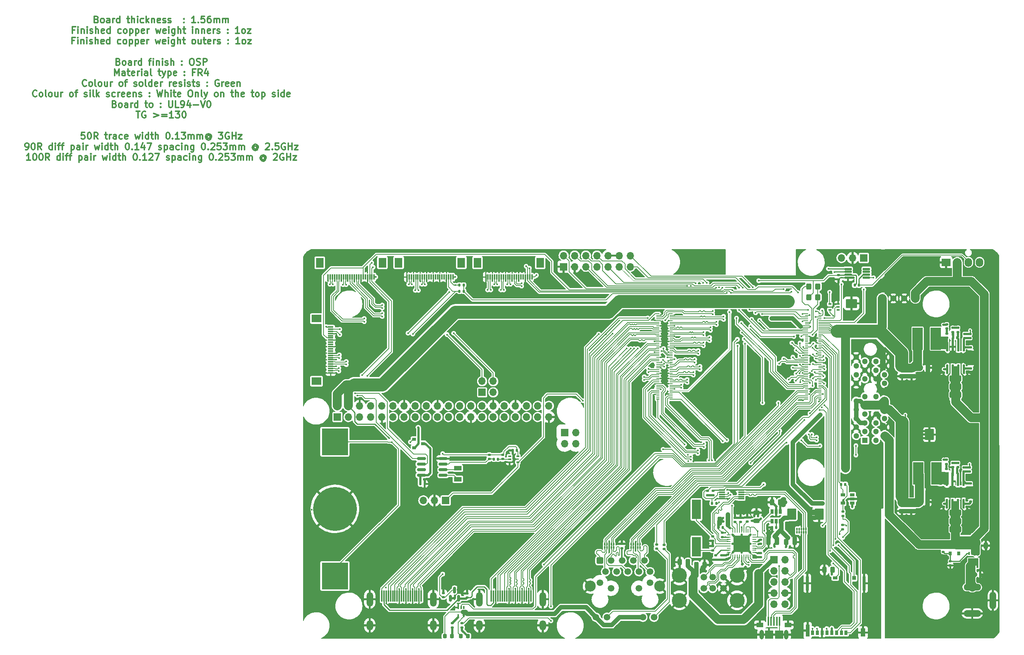
<source format=gbr>
G04 #@! TF.GenerationSoftware,KiCad,Pcbnew,(6.0.7)*
G04 #@! TF.CreationDate,2022-08-11T17:03:55+02:00*
G04 #@! TF.ProjectId,CM4IOv5,434d3449-4f76-4352-9e6b-696361645f70,rev?*
G04 #@! TF.SameCoordinates,Original*
G04 #@! TF.FileFunction,Copper,L1,Top*
G04 #@! TF.FilePolarity,Positive*
%FSLAX46Y46*%
G04 Gerber Fmt 4.6, Leading zero omitted, Abs format (unit mm)*
G04 Created by KiCad (PCBNEW (6.0.7)) date 2022-08-11 17:03:55*
%MOMM*%
%LPD*%
G01*
G04 APERTURE LIST*
G04 Aperture macros list*
%AMRoundRect*
0 Rectangle with rounded corners*
0 $1 Rounding radius*
0 $2 $3 $4 $5 $6 $7 $8 $9 X,Y pos of 4 corners*
0 Add a 4 corners polygon primitive as box body*
4,1,4,$2,$3,$4,$5,$6,$7,$8,$9,$2,$3,0*
0 Add four circle primitives for the rounded corners*
1,1,$1+$1,$2,$3*
1,1,$1+$1,$4,$5*
1,1,$1+$1,$6,$7*
1,1,$1+$1,$8,$9*
0 Add four rect primitives between the rounded corners*
20,1,$1+$1,$2,$3,$4,$5,0*
20,1,$1+$1,$4,$5,$6,$7,0*
20,1,$1+$1,$6,$7,$8,$9,0*
20,1,$1+$1,$8,$9,$2,$3,0*%
%AMFreePoly0*
4,1,17,1.395000,0.765000,0.855000,0.765000,0.855000,0.535000,1.395000,0.535000,1.395000,0.115000,0.855000,0.115000,0.855000,-0.115000,1.395000,-0.115000,1.395000,-0.535000,0.855000,-0.535000,0.855000,-0.765000,1.395000,-0.765000,1.395000,-1.185000,-0.855000,-1.185000,-0.855000,1.185000,1.395000,1.185000,1.395000,0.765000,1.395000,0.765000,$1*%
G04 Aperture macros list end*
%ADD10C,0.300000*%
G04 #@! TA.AperFunction,NonConductor*
%ADD11C,0.300000*%
G04 #@! TD*
G04 #@! TA.AperFunction,SMDPad,CuDef*
%ADD12R,6.000000X6.150000*%
G04 #@! TD*
G04 #@! TA.AperFunction,SMDPad,CuDef*
%ADD13C,10.000000*%
G04 #@! TD*
G04 #@! TA.AperFunction,SMDPad,CuDef*
%ADD14RoundRect,0.147500X0.172500X-0.147500X0.172500X0.147500X-0.172500X0.147500X-0.172500X-0.147500X0*%
G04 #@! TD*
G04 #@! TA.AperFunction,SMDPad,CuDef*
%ADD15RoundRect,0.243750X0.243750X0.456250X-0.243750X0.456250X-0.243750X-0.456250X0.243750X-0.456250X0*%
G04 #@! TD*
G04 #@! TA.AperFunction,SMDPad,CuDef*
%ADD16RoundRect,0.147500X-0.172500X0.147500X-0.172500X-0.147500X0.172500X-0.147500X0.172500X0.147500X0*%
G04 #@! TD*
G04 #@! TA.AperFunction,SMDPad,CuDef*
%ADD17RoundRect,0.147500X-0.147500X-0.172500X0.147500X-0.172500X0.147500X0.172500X-0.147500X0.172500X0*%
G04 #@! TD*
G04 #@! TA.AperFunction,SMDPad,CuDef*
%ADD18RoundRect,0.243750X-0.243750X-0.456250X0.243750X-0.456250X0.243750X0.456250X-0.243750X0.456250X0*%
G04 #@! TD*
G04 #@! TA.AperFunction,SMDPad,CuDef*
%ADD19RoundRect,0.243750X-0.456250X0.243750X-0.456250X-0.243750X0.456250X-0.243750X0.456250X0.243750X0*%
G04 #@! TD*
G04 #@! TA.AperFunction,SMDPad,CuDef*
%ADD20R,0.300000X1.300000*%
G04 #@! TD*
G04 #@! TA.AperFunction,SMDPad,CuDef*
%ADD21R,1.800000X2.200000*%
G04 #@! TD*
G04 #@! TA.AperFunction,ComponentPad*
%ADD22R,1.700000X1.700000*%
G04 #@! TD*
G04 #@! TA.AperFunction,ComponentPad*
%ADD23O,1.700000X1.700000*%
G04 #@! TD*
G04 #@! TA.AperFunction,SMDPad,CuDef*
%ADD24RoundRect,0.147500X0.147500X0.172500X-0.147500X0.172500X-0.147500X-0.172500X0.147500X-0.172500X0*%
G04 #@! TD*
G04 #@! TA.AperFunction,SMDPad,CuDef*
%ADD25R,0.300000X0.550000*%
G04 #@! TD*
G04 #@! TA.AperFunction,SMDPad,CuDef*
%ADD26R,0.400000X0.550000*%
G04 #@! TD*
G04 #@! TA.AperFunction,SMDPad,CuDef*
%ADD27RoundRect,0.150000X0.150000X-0.587500X0.150000X0.587500X-0.150000X0.587500X-0.150000X-0.587500X0*%
G04 #@! TD*
G04 #@! TA.AperFunction,SMDPad,CuDef*
%ADD28RoundRect,0.218750X0.218750X0.256250X-0.218750X0.256250X-0.218750X-0.256250X0.218750X-0.256250X0*%
G04 #@! TD*
G04 #@! TA.AperFunction,SMDPad,CuDef*
%ADD29RoundRect,0.125000X-0.687500X-0.125000X0.687500X-0.125000X0.687500X0.125000X-0.687500X0.125000X0*%
G04 #@! TD*
G04 #@! TA.AperFunction,SMDPad,CuDef*
%ADD30RoundRect,0.243750X0.456250X-0.243750X0.456250X0.243750X-0.456250X0.243750X-0.456250X-0.243750X0*%
G04 #@! TD*
G04 #@! TA.AperFunction,SMDPad,CuDef*
%ADD31R,2.000000X4.500000*%
G04 #@! TD*
G04 #@! TA.AperFunction,SMDPad,CuDef*
%ADD32R,0.650000X0.400000*%
G04 #@! TD*
G04 #@! TA.AperFunction,SMDPad,CuDef*
%ADD33RoundRect,0.062500X0.062500X-0.350000X0.062500X0.350000X-0.062500X0.350000X-0.062500X-0.350000X0*%
G04 #@! TD*
G04 #@! TA.AperFunction,SMDPad,CuDef*
%ADD34RoundRect,0.062500X0.350000X-0.062500X0.350000X0.062500X-0.350000X0.062500X-0.350000X-0.062500X0*%
G04 #@! TD*
G04 #@! TA.AperFunction,SMDPad,CuDef*
%ADD35RoundRect,0.250000X1.600000X-1.600000X1.600000X1.600000X-1.600000X1.600000X-1.600000X-1.600000X0*%
G04 #@! TD*
G04 #@! TA.AperFunction,SMDPad,CuDef*
%ADD36R,0.400000X2.000000*%
G04 #@! TD*
G04 #@! TA.AperFunction,SMDPad,CuDef*
%ADD37R,1.900000X1.900000*%
G04 #@! TD*
G04 #@! TA.AperFunction,SMDPad,CuDef*
%ADD38R,1.500000X1.000000*%
G04 #@! TD*
G04 #@! TA.AperFunction,ComponentPad*
%ADD39O,1.000000X2.150000*%
G04 #@! TD*
G04 #@! TA.AperFunction,SMDPad,CuDef*
%ADD40R,0.400000X0.650000*%
G04 #@! TD*
G04 #@! TA.AperFunction,SMDPad,CuDef*
%ADD41R,1.060000X0.650000*%
G04 #@! TD*
G04 #@! TA.AperFunction,ComponentPad*
%ADD42O,4.000000X1.500000*%
G04 #@! TD*
G04 #@! TA.AperFunction,ComponentPad*
%ADD43O,1.500000X4.000000*%
G04 #@! TD*
G04 #@! TA.AperFunction,ComponentPad*
%ADD44RoundRect,0.250500X-0.499500X-0.499500X0.499500X-0.499500X0.499500X0.499500X-0.499500X0.499500X0*%
G04 #@! TD*
G04 #@! TA.AperFunction,ComponentPad*
%ADD45C,1.500000*%
G04 #@! TD*
G04 #@! TA.AperFunction,ComponentPad*
%ADD46C,2.500000*%
G04 #@! TD*
G04 #@! TA.AperFunction,SMDPad,CuDef*
%ADD47R,0.300000X2.600000*%
G04 #@! TD*
G04 #@! TA.AperFunction,ComponentPad*
%ADD48O,1.500000X3.300000*%
G04 #@! TD*
G04 #@! TA.AperFunction,ComponentPad*
%ADD49O,1.500000X2.300000*%
G04 #@! TD*
G04 #@! TA.AperFunction,SMDPad,CuDef*
%ADD50R,0.650000X1.060000*%
G04 #@! TD*
G04 #@! TA.AperFunction,SMDPad,CuDef*
%ADD51R,1.400000X0.300000*%
G04 #@! TD*
G04 #@! TA.AperFunction,ComponentPad*
%ADD52C,3.450000*%
G04 #@! TD*
G04 #@! TA.AperFunction,SMDPad,CuDef*
%ADD53RoundRect,0.147500X-0.226274X-0.017678X-0.017678X-0.226274X0.226274X0.017678X0.017678X0.226274X0*%
G04 #@! TD*
G04 #@! TA.AperFunction,ComponentPad*
%ADD54R,2.030000X1.730000*%
G04 #@! TD*
G04 #@! TA.AperFunction,ComponentPad*
%ADD55O,1.730000X2.030000*%
G04 #@! TD*
G04 #@! TA.AperFunction,SMDPad,CuDef*
%ADD56R,0.800000X0.900000*%
G04 #@! TD*
G04 #@! TA.AperFunction,SMDPad,CuDef*
%ADD57R,2.350000X5.100000*%
G04 #@! TD*
G04 #@! TA.AperFunction,SMDPad,CuDef*
%ADD58RoundRect,0.112500X0.112500X-0.962500X0.112500X0.962500X-0.112500X0.962500X-0.112500X-0.962500X0*%
G04 #@! TD*
G04 #@! TA.AperFunction,ComponentPad*
%ADD59C,0.500000*%
G04 #@! TD*
G04 #@! TA.AperFunction,SMDPad,CuDef*
%ADD60R,3.100000X2.400000*%
G04 #@! TD*
G04 #@! TA.AperFunction,ComponentPad*
%ADD61R,1.408000X1.408000*%
G04 #@! TD*
G04 #@! TA.AperFunction,ComponentPad*
%ADD62C,1.408000*%
G04 #@! TD*
G04 #@! TA.AperFunction,SMDPad,CuDef*
%ADD63RoundRect,0.249999X-0.325001X-0.450001X0.325001X-0.450001X0.325001X0.450001X-0.325001X0.450001X0*%
G04 #@! TD*
G04 #@! TA.AperFunction,SMDPad,CuDef*
%ADD64R,0.900000X0.800000*%
G04 #@! TD*
G04 #@! TA.AperFunction,SMDPad,CuDef*
%ADD65RoundRect,0.150000X0.825000X0.150000X-0.825000X0.150000X-0.825000X-0.150000X0.825000X-0.150000X0*%
G04 #@! TD*
G04 #@! TA.AperFunction,SMDPad,CuDef*
%ADD66R,1.800000X1.000000*%
G04 #@! TD*
G04 #@! TA.AperFunction,SMDPad,CuDef*
%ADD67R,0.700000X1.100000*%
G04 #@! TD*
G04 #@! TA.AperFunction,SMDPad,CuDef*
%ADD68R,0.900000X0.930000*%
G04 #@! TD*
G04 #@! TA.AperFunction,SMDPad,CuDef*
%ADD69R,1.050000X0.780000*%
G04 #@! TD*
G04 #@! TA.AperFunction,SMDPad,CuDef*
%ADD70R,0.860000X2.800000*%
G04 #@! TD*
G04 #@! TA.AperFunction,SMDPad,CuDef*
%ADD71R,0.700000X3.330000*%
G04 #@! TD*
G04 #@! TA.AperFunction,SMDPad,CuDef*
%ADD72R,1.140000X1.830000*%
G04 #@! TD*
G04 #@! TA.AperFunction,SMDPad,CuDef*
%ADD73R,1.300000X0.300000*%
G04 #@! TD*
G04 #@! TA.AperFunction,SMDPad,CuDef*
%ADD74R,2.200000X1.800000*%
G04 #@! TD*
G04 #@! TA.AperFunction,SMDPad,CuDef*
%ADD75R,0.420000X0.700000*%
G04 #@! TD*
G04 #@! TA.AperFunction,SMDPad,CuDef*
%ADD76FreePoly0,270.000000*%
G04 #@! TD*
G04 #@! TA.AperFunction,ComponentPad*
%ADD77R,1.300000X1.300000*%
G04 #@! TD*
G04 #@! TA.AperFunction,ComponentPad*
%ADD78C,1.300000*%
G04 #@! TD*
G04 #@! TA.AperFunction,SMDPad,CuDef*
%ADD79RoundRect,0.250000X-0.787500X-1.025000X0.787500X-1.025000X0.787500X1.025000X-0.787500X1.025000X0*%
G04 #@! TD*
G04 #@! TA.AperFunction,SMDPad,CuDef*
%ADD80RoundRect,0.250000X1.025000X-0.787500X1.025000X0.787500X-1.025000X0.787500X-1.025000X-0.787500X0*%
G04 #@! TD*
G04 #@! TA.AperFunction,SMDPad,CuDef*
%ADD81R,0.700000X0.200000*%
G04 #@! TD*
G04 #@! TA.AperFunction,ViaPad*
%ADD82C,0.450000*%
G04 #@! TD*
G04 #@! TA.AperFunction,Conductor*
%ADD83C,0.500000*%
G04 #@! TD*
G04 #@! TA.AperFunction,Conductor*
%ADD84C,2.000000*%
G04 #@! TD*
G04 #@! TA.AperFunction,Conductor*
%ADD85C,1.000000*%
G04 #@! TD*
G04 #@! TA.AperFunction,Conductor*
%ADD86C,0.200000*%
G04 #@! TD*
G04 #@! TA.AperFunction,Conductor*
%ADD87C,0.230000*%
G04 #@! TD*
G04 #@! TA.AperFunction,Conductor*
%ADD88C,0.300000*%
G04 #@! TD*
G04 #@! TA.AperFunction,Conductor*
%ADD89C,0.130000*%
G04 #@! TD*
G04 #@! TA.AperFunction,Conductor*
%ADD90C,0.800000*%
G04 #@! TD*
G04 #@! TA.AperFunction,Conductor*
%ADD91C,0.600000*%
G04 #@! TD*
G04 #@! TA.AperFunction,Conductor*
%ADD92C,3.000000*%
G04 #@! TD*
G04 #@! TA.AperFunction,Conductor*
%ADD93C,0.127000*%
G04 #@! TD*
G04 #@! TA.AperFunction,Conductor*
%ADD94C,0.170000*%
G04 #@! TD*
G04 #@! TA.AperFunction,Conductor*
%ADD95C,0.100000*%
G04 #@! TD*
G04 #@! TA.AperFunction,Conductor*
%ADD96C,0.147000*%
G04 #@! TD*
G04 #@! TA.AperFunction,Conductor*
%ADD97C,1.500000*%
G04 #@! TD*
G04 #@! TA.AperFunction,Conductor*
%ADD98C,0.254000*%
G04 #@! TD*
G04 APERTURE END LIST*
D10*
D11*
X32414285Y-17995357D02*
X32628571Y-18066785D01*
X32700000Y-18138214D01*
X32771428Y-18281071D01*
X32771428Y-18495357D01*
X32700000Y-18638214D01*
X32628571Y-18709642D01*
X32485714Y-18781071D01*
X31914285Y-18781071D01*
X31914285Y-17281071D01*
X32414285Y-17281071D01*
X32557142Y-17352500D01*
X32628571Y-17423928D01*
X32700000Y-17566785D01*
X32700000Y-17709642D01*
X32628571Y-17852500D01*
X32557142Y-17923928D01*
X32414285Y-17995357D01*
X31914285Y-17995357D01*
X33628571Y-18781071D02*
X33485714Y-18709642D01*
X33414285Y-18638214D01*
X33342857Y-18495357D01*
X33342857Y-18066785D01*
X33414285Y-17923928D01*
X33485714Y-17852500D01*
X33628571Y-17781071D01*
X33842857Y-17781071D01*
X33985714Y-17852500D01*
X34057142Y-17923928D01*
X34128571Y-18066785D01*
X34128571Y-18495357D01*
X34057142Y-18638214D01*
X33985714Y-18709642D01*
X33842857Y-18781071D01*
X33628571Y-18781071D01*
X35414285Y-18781071D02*
X35414285Y-17995357D01*
X35342857Y-17852500D01*
X35200000Y-17781071D01*
X34914285Y-17781071D01*
X34771428Y-17852500D01*
X35414285Y-18709642D02*
X35271428Y-18781071D01*
X34914285Y-18781071D01*
X34771428Y-18709642D01*
X34700000Y-18566785D01*
X34700000Y-18423928D01*
X34771428Y-18281071D01*
X34914285Y-18209642D01*
X35271428Y-18209642D01*
X35414285Y-18138214D01*
X36128571Y-18781071D02*
X36128571Y-17781071D01*
X36128571Y-18066785D02*
X36200000Y-17923928D01*
X36271428Y-17852500D01*
X36414285Y-17781071D01*
X36557142Y-17781071D01*
X37700000Y-18781071D02*
X37700000Y-17281071D01*
X37700000Y-18709642D02*
X37557142Y-18781071D01*
X37271428Y-18781071D01*
X37128571Y-18709642D01*
X37057142Y-18638214D01*
X36985714Y-18495357D01*
X36985714Y-18066785D01*
X37057142Y-17923928D01*
X37128571Y-17852500D01*
X37271428Y-17781071D01*
X37557142Y-17781071D01*
X37700000Y-17852500D01*
X39342857Y-17781071D02*
X39914285Y-17781071D01*
X39557142Y-17281071D02*
X39557142Y-18566785D01*
X39628571Y-18709642D01*
X39771428Y-18781071D01*
X39914285Y-18781071D01*
X40414285Y-18781071D02*
X40414285Y-17281071D01*
X41057142Y-18781071D02*
X41057142Y-17995357D01*
X40985714Y-17852500D01*
X40842857Y-17781071D01*
X40628571Y-17781071D01*
X40485714Y-17852500D01*
X40414285Y-17923928D01*
X41771428Y-18781071D02*
X41771428Y-17781071D01*
X41771428Y-17281071D02*
X41700000Y-17352500D01*
X41771428Y-17423928D01*
X41842857Y-17352500D01*
X41771428Y-17281071D01*
X41771428Y-17423928D01*
X43128571Y-18709642D02*
X42985714Y-18781071D01*
X42700000Y-18781071D01*
X42557142Y-18709642D01*
X42485714Y-18638214D01*
X42414285Y-18495357D01*
X42414285Y-18066785D01*
X42485714Y-17923928D01*
X42557142Y-17852500D01*
X42700000Y-17781071D01*
X42985714Y-17781071D01*
X43128571Y-17852500D01*
X43771428Y-18781071D02*
X43771428Y-17281071D01*
X43914285Y-18209642D02*
X44342857Y-18781071D01*
X44342857Y-17781071D02*
X43771428Y-18352500D01*
X44985714Y-17781071D02*
X44985714Y-18781071D01*
X44985714Y-17923928D02*
X45057142Y-17852500D01*
X45200000Y-17781071D01*
X45414285Y-17781071D01*
X45557142Y-17852500D01*
X45628571Y-17995357D01*
X45628571Y-18781071D01*
X46914285Y-18709642D02*
X46771428Y-18781071D01*
X46485714Y-18781071D01*
X46342857Y-18709642D01*
X46271428Y-18566785D01*
X46271428Y-17995357D01*
X46342857Y-17852500D01*
X46485714Y-17781071D01*
X46771428Y-17781071D01*
X46914285Y-17852500D01*
X46985714Y-17995357D01*
X46985714Y-18138214D01*
X46271428Y-18281071D01*
X47557142Y-18709642D02*
X47700000Y-18781071D01*
X47985714Y-18781071D01*
X48128571Y-18709642D01*
X48200000Y-18566785D01*
X48200000Y-18495357D01*
X48128571Y-18352500D01*
X47985714Y-18281071D01*
X47771428Y-18281071D01*
X47628571Y-18209642D01*
X47557142Y-18066785D01*
X47557142Y-17995357D01*
X47628571Y-17852500D01*
X47771428Y-17781071D01*
X47985714Y-17781071D01*
X48128571Y-17852500D01*
X48771428Y-18709642D02*
X48914285Y-18781071D01*
X49200000Y-18781071D01*
X49342857Y-18709642D01*
X49414285Y-18566785D01*
X49414285Y-18495357D01*
X49342857Y-18352500D01*
X49200000Y-18281071D01*
X48985714Y-18281071D01*
X48842857Y-18209642D01*
X48771428Y-18066785D01*
X48771428Y-17995357D01*
X48842857Y-17852500D01*
X48985714Y-17781071D01*
X49200000Y-17781071D01*
X49342857Y-17852500D01*
X52342857Y-18638214D02*
X52414285Y-18709642D01*
X52342857Y-18781071D01*
X52271428Y-18709642D01*
X52342857Y-18638214D01*
X52342857Y-18781071D01*
X52342857Y-17852500D02*
X52414285Y-17923928D01*
X52342857Y-17995357D01*
X52271428Y-17923928D01*
X52342857Y-17852500D01*
X52342857Y-17995357D01*
X54985714Y-18781071D02*
X54128571Y-18781071D01*
X54557142Y-18781071D02*
X54557142Y-17281071D01*
X54414285Y-17495357D01*
X54271428Y-17638214D01*
X54128571Y-17709642D01*
X55628571Y-18638214D02*
X55699999Y-18709642D01*
X55628571Y-18781071D01*
X55557142Y-18709642D01*
X55628571Y-18638214D01*
X55628571Y-18781071D01*
X57057142Y-17281071D02*
X56342857Y-17281071D01*
X56271428Y-17995357D01*
X56342857Y-17923928D01*
X56485714Y-17852500D01*
X56842857Y-17852500D01*
X56985714Y-17923928D01*
X57057142Y-17995357D01*
X57128571Y-18138214D01*
X57128571Y-18495357D01*
X57057142Y-18638214D01*
X56985714Y-18709642D01*
X56842857Y-18781071D01*
X56485714Y-18781071D01*
X56342857Y-18709642D01*
X56271428Y-18638214D01*
X58414285Y-17281071D02*
X58128571Y-17281071D01*
X57985714Y-17352500D01*
X57914285Y-17423928D01*
X57771428Y-17638214D01*
X57699999Y-17923928D01*
X57699999Y-18495357D01*
X57771428Y-18638214D01*
X57842857Y-18709642D01*
X57985714Y-18781071D01*
X58271428Y-18781071D01*
X58414285Y-18709642D01*
X58485714Y-18638214D01*
X58557142Y-18495357D01*
X58557142Y-18138214D01*
X58485714Y-17995357D01*
X58414285Y-17923928D01*
X58271428Y-17852500D01*
X57985714Y-17852500D01*
X57842857Y-17923928D01*
X57771428Y-17995357D01*
X57699999Y-18138214D01*
X59199999Y-18781071D02*
X59199999Y-17781071D01*
X59199999Y-17923928D02*
X59271428Y-17852500D01*
X59414285Y-17781071D01*
X59628571Y-17781071D01*
X59771428Y-17852500D01*
X59842857Y-17995357D01*
X59842857Y-18781071D01*
X59842857Y-17995357D02*
X59914285Y-17852500D01*
X60057142Y-17781071D01*
X60271428Y-17781071D01*
X60414285Y-17852500D01*
X60485714Y-17995357D01*
X60485714Y-18781071D01*
X61199999Y-18781071D02*
X61199999Y-17781071D01*
X61199999Y-17923928D02*
X61271428Y-17852500D01*
X61414285Y-17781071D01*
X61628571Y-17781071D01*
X61771428Y-17852500D01*
X61842857Y-17995357D01*
X61842857Y-18781071D01*
X61842857Y-17995357D02*
X61914285Y-17852500D01*
X62057142Y-17781071D01*
X62271428Y-17781071D01*
X62414285Y-17852500D01*
X62485714Y-17995357D01*
X62485714Y-18781071D01*
X27414285Y-20410357D02*
X26914285Y-20410357D01*
X26914285Y-21196071D02*
X26914285Y-19696071D01*
X27628571Y-19696071D01*
X28199999Y-21196071D02*
X28199999Y-20196071D01*
X28199999Y-19696071D02*
X28128571Y-19767500D01*
X28199999Y-19838928D01*
X28271428Y-19767500D01*
X28199999Y-19696071D01*
X28199999Y-19838928D01*
X28914285Y-20196071D02*
X28914285Y-21196071D01*
X28914285Y-20338928D02*
X28985714Y-20267500D01*
X29128571Y-20196071D01*
X29342857Y-20196071D01*
X29485714Y-20267500D01*
X29557142Y-20410357D01*
X29557142Y-21196071D01*
X30271428Y-21196071D02*
X30271428Y-20196071D01*
X30271428Y-19696071D02*
X30199999Y-19767500D01*
X30271428Y-19838928D01*
X30342857Y-19767500D01*
X30271428Y-19696071D01*
X30271428Y-19838928D01*
X30914285Y-21124642D02*
X31057142Y-21196071D01*
X31342857Y-21196071D01*
X31485714Y-21124642D01*
X31557142Y-20981785D01*
X31557142Y-20910357D01*
X31485714Y-20767500D01*
X31342857Y-20696071D01*
X31128571Y-20696071D01*
X30985714Y-20624642D01*
X30914285Y-20481785D01*
X30914285Y-20410357D01*
X30985714Y-20267500D01*
X31128571Y-20196071D01*
X31342857Y-20196071D01*
X31485714Y-20267500D01*
X32199999Y-21196071D02*
X32199999Y-19696071D01*
X32842857Y-21196071D02*
X32842857Y-20410357D01*
X32771428Y-20267500D01*
X32628571Y-20196071D01*
X32414285Y-20196071D01*
X32271428Y-20267500D01*
X32199999Y-20338928D01*
X34128571Y-21124642D02*
X33985714Y-21196071D01*
X33700000Y-21196071D01*
X33557142Y-21124642D01*
X33485714Y-20981785D01*
X33485714Y-20410357D01*
X33557142Y-20267500D01*
X33700000Y-20196071D01*
X33985714Y-20196071D01*
X34128571Y-20267500D01*
X34200000Y-20410357D01*
X34200000Y-20553214D01*
X33485714Y-20696071D01*
X35485714Y-21196071D02*
X35485714Y-19696071D01*
X35485714Y-21124642D02*
X35342857Y-21196071D01*
X35057142Y-21196071D01*
X34914285Y-21124642D01*
X34842857Y-21053214D01*
X34771428Y-20910357D01*
X34771428Y-20481785D01*
X34842857Y-20338928D01*
X34914285Y-20267500D01*
X35057142Y-20196071D01*
X35342857Y-20196071D01*
X35485714Y-20267500D01*
X37985714Y-21124642D02*
X37842857Y-21196071D01*
X37557142Y-21196071D01*
X37414285Y-21124642D01*
X37342857Y-21053214D01*
X37271428Y-20910357D01*
X37271428Y-20481785D01*
X37342857Y-20338928D01*
X37414285Y-20267500D01*
X37557142Y-20196071D01*
X37842857Y-20196071D01*
X37985714Y-20267500D01*
X38842857Y-21196071D02*
X38700000Y-21124642D01*
X38628571Y-21053214D01*
X38557142Y-20910357D01*
X38557142Y-20481785D01*
X38628571Y-20338928D01*
X38700000Y-20267500D01*
X38842857Y-20196071D01*
X39057142Y-20196071D01*
X39200000Y-20267500D01*
X39271428Y-20338928D01*
X39342857Y-20481785D01*
X39342857Y-20910357D01*
X39271428Y-21053214D01*
X39200000Y-21124642D01*
X39057142Y-21196071D01*
X38842857Y-21196071D01*
X39985714Y-20196071D02*
X39985714Y-21696071D01*
X39985714Y-20267500D02*
X40128571Y-20196071D01*
X40414285Y-20196071D01*
X40557142Y-20267500D01*
X40628571Y-20338928D01*
X40700000Y-20481785D01*
X40700000Y-20910357D01*
X40628571Y-21053214D01*
X40557142Y-21124642D01*
X40414285Y-21196071D01*
X40128571Y-21196071D01*
X39985714Y-21124642D01*
X41342857Y-20196071D02*
X41342857Y-21696071D01*
X41342857Y-20267500D02*
X41485714Y-20196071D01*
X41771428Y-20196071D01*
X41914285Y-20267500D01*
X41985714Y-20338928D01*
X42057142Y-20481785D01*
X42057142Y-20910357D01*
X41985714Y-21053214D01*
X41914285Y-21124642D01*
X41771428Y-21196071D01*
X41485714Y-21196071D01*
X41342857Y-21124642D01*
X43271428Y-21124642D02*
X43128571Y-21196071D01*
X42842857Y-21196071D01*
X42699999Y-21124642D01*
X42628571Y-20981785D01*
X42628571Y-20410357D01*
X42699999Y-20267500D01*
X42842857Y-20196071D01*
X43128571Y-20196071D01*
X43271428Y-20267500D01*
X43342857Y-20410357D01*
X43342857Y-20553214D01*
X42628571Y-20696071D01*
X43985714Y-21196071D02*
X43985714Y-20196071D01*
X43985714Y-20481785D02*
X44057142Y-20338928D01*
X44128571Y-20267500D01*
X44271428Y-20196071D01*
X44414285Y-20196071D01*
X45914285Y-20196071D02*
X46200000Y-21196071D01*
X46485714Y-20481785D01*
X46771428Y-21196071D01*
X47057142Y-20196071D01*
X48200000Y-21124642D02*
X48057142Y-21196071D01*
X47771428Y-21196071D01*
X47628571Y-21124642D01*
X47557142Y-20981785D01*
X47557142Y-20410357D01*
X47628571Y-20267500D01*
X47771428Y-20196071D01*
X48057142Y-20196071D01*
X48200000Y-20267500D01*
X48271428Y-20410357D01*
X48271428Y-20553214D01*
X47557142Y-20696071D01*
X48914285Y-21196071D02*
X48914285Y-20196071D01*
X48914285Y-19696071D02*
X48842857Y-19767500D01*
X48914285Y-19838928D01*
X48985714Y-19767500D01*
X48914285Y-19696071D01*
X48914285Y-19838928D01*
X50271428Y-20196071D02*
X50271428Y-21410357D01*
X50200000Y-21553214D01*
X50128571Y-21624642D01*
X49985714Y-21696071D01*
X49771428Y-21696071D01*
X49628571Y-21624642D01*
X50271428Y-21124642D02*
X50128571Y-21196071D01*
X49842857Y-21196071D01*
X49700000Y-21124642D01*
X49628571Y-21053214D01*
X49557142Y-20910357D01*
X49557142Y-20481785D01*
X49628571Y-20338928D01*
X49700000Y-20267500D01*
X49842857Y-20196071D01*
X50128571Y-20196071D01*
X50271428Y-20267500D01*
X50985714Y-21196071D02*
X50985714Y-19696071D01*
X51628571Y-21196071D02*
X51628571Y-20410357D01*
X51557142Y-20267500D01*
X51414285Y-20196071D01*
X51200000Y-20196071D01*
X51057142Y-20267500D01*
X50985714Y-20338928D01*
X52128571Y-20196071D02*
X52700000Y-20196071D01*
X52342857Y-19696071D02*
X52342857Y-20981785D01*
X52414285Y-21124642D01*
X52557142Y-21196071D01*
X52700000Y-21196071D01*
X54342857Y-21196071D02*
X54342857Y-20196071D01*
X54342857Y-19696071D02*
X54271428Y-19767500D01*
X54342857Y-19838928D01*
X54414285Y-19767500D01*
X54342857Y-19696071D01*
X54342857Y-19838928D01*
X55057142Y-20196071D02*
X55057142Y-21196071D01*
X55057142Y-20338928D02*
X55128571Y-20267500D01*
X55271428Y-20196071D01*
X55485714Y-20196071D01*
X55628571Y-20267500D01*
X55700000Y-20410357D01*
X55700000Y-21196071D01*
X56414285Y-20196071D02*
X56414285Y-21196071D01*
X56414285Y-20338928D02*
X56485714Y-20267500D01*
X56628571Y-20196071D01*
X56842857Y-20196071D01*
X56985714Y-20267500D01*
X57057142Y-20410357D01*
X57057142Y-21196071D01*
X58342857Y-21124642D02*
X58200000Y-21196071D01*
X57914285Y-21196071D01*
X57771428Y-21124642D01*
X57700000Y-20981785D01*
X57700000Y-20410357D01*
X57771428Y-20267500D01*
X57914285Y-20196071D01*
X58200000Y-20196071D01*
X58342857Y-20267500D01*
X58414285Y-20410357D01*
X58414285Y-20553214D01*
X57700000Y-20696071D01*
X59057142Y-21196071D02*
X59057142Y-20196071D01*
X59057142Y-20481785D02*
X59128571Y-20338928D01*
X59200000Y-20267500D01*
X59342857Y-20196071D01*
X59485714Y-20196071D01*
X59914285Y-21124642D02*
X60057142Y-21196071D01*
X60342857Y-21196071D01*
X60485714Y-21124642D01*
X60557142Y-20981785D01*
X60557142Y-20910357D01*
X60485714Y-20767500D01*
X60342857Y-20696071D01*
X60128571Y-20696071D01*
X59985714Y-20624642D01*
X59914285Y-20481785D01*
X59914285Y-20410357D01*
X59985714Y-20267500D01*
X60128571Y-20196071D01*
X60342857Y-20196071D01*
X60485714Y-20267500D01*
X62342857Y-21053214D02*
X62414285Y-21124642D01*
X62342857Y-21196071D01*
X62271428Y-21124642D01*
X62342857Y-21053214D01*
X62342857Y-21196071D01*
X62342857Y-20267500D02*
X62414285Y-20338928D01*
X62342857Y-20410357D01*
X62271428Y-20338928D01*
X62342857Y-20267500D01*
X62342857Y-20410357D01*
X64985714Y-21196071D02*
X64128571Y-21196071D01*
X64557142Y-21196071D02*
X64557142Y-19696071D01*
X64414285Y-19910357D01*
X64271428Y-20053214D01*
X64128571Y-20124642D01*
X65842857Y-21196071D02*
X65700000Y-21124642D01*
X65628571Y-21053214D01*
X65557142Y-20910357D01*
X65557142Y-20481785D01*
X65628571Y-20338928D01*
X65700000Y-20267500D01*
X65842857Y-20196071D01*
X66057142Y-20196071D01*
X66200000Y-20267500D01*
X66271428Y-20338928D01*
X66342857Y-20481785D01*
X66342857Y-20910357D01*
X66271428Y-21053214D01*
X66200000Y-21124642D01*
X66057142Y-21196071D01*
X65842857Y-21196071D01*
X66842857Y-20196071D02*
X67628571Y-20196071D01*
X66842857Y-21196071D01*
X67628571Y-21196071D01*
X27342857Y-22825357D02*
X26842857Y-22825357D01*
X26842857Y-23611071D02*
X26842857Y-22111071D01*
X27557142Y-22111071D01*
X28128571Y-23611071D02*
X28128571Y-22611071D01*
X28128571Y-22111071D02*
X28057142Y-22182500D01*
X28128571Y-22253928D01*
X28199999Y-22182500D01*
X28128571Y-22111071D01*
X28128571Y-22253928D01*
X28842857Y-22611071D02*
X28842857Y-23611071D01*
X28842857Y-22753928D02*
X28914285Y-22682500D01*
X29057142Y-22611071D01*
X29271428Y-22611071D01*
X29414285Y-22682500D01*
X29485714Y-22825357D01*
X29485714Y-23611071D01*
X30199999Y-23611071D02*
X30199999Y-22611071D01*
X30199999Y-22111071D02*
X30128571Y-22182500D01*
X30199999Y-22253928D01*
X30271428Y-22182500D01*
X30199999Y-22111071D01*
X30199999Y-22253928D01*
X30842857Y-23539642D02*
X30985714Y-23611071D01*
X31271428Y-23611071D01*
X31414285Y-23539642D01*
X31485714Y-23396785D01*
X31485714Y-23325357D01*
X31414285Y-23182500D01*
X31271428Y-23111071D01*
X31057142Y-23111071D01*
X30914285Y-23039642D01*
X30842857Y-22896785D01*
X30842857Y-22825357D01*
X30914285Y-22682500D01*
X31057142Y-22611071D01*
X31271428Y-22611071D01*
X31414285Y-22682500D01*
X32128571Y-23611071D02*
X32128571Y-22111071D01*
X32771428Y-23611071D02*
X32771428Y-22825357D01*
X32699999Y-22682500D01*
X32557142Y-22611071D01*
X32342857Y-22611071D01*
X32199999Y-22682500D01*
X32128571Y-22753928D01*
X34057142Y-23539642D02*
X33914285Y-23611071D01*
X33628571Y-23611071D01*
X33485714Y-23539642D01*
X33414285Y-23396785D01*
X33414285Y-22825357D01*
X33485714Y-22682500D01*
X33628571Y-22611071D01*
X33914285Y-22611071D01*
X34057142Y-22682500D01*
X34128571Y-22825357D01*
X34128571Y-22968214D01*
X33414285Y-23111071D01*
X35414285Y-23611071D02*
X35414285Y-22111071D01*
X35414285Y-23539642D02*
X35271428Y-23611071D01*
X34985714Y-23611071D01*
X34842857Y-23539642D01*
X34771428Y-23468214D01*
X34699999Y-23325357D01*
X34699999Y-22896785D01*
X34771428Y-22753928D01*
X34842857Y-22682500D01*
X34985714Y-22611071D01*
X35271428Y-22611071D01*
X35414285Y-22682500D01*
X37914285Y-23539642D02*
X37771428Y-23611071D01*
X37485714Y-23611071D01*
X37342857Y-23539642D01*
X37271428Y-23468214D01*
X37199999Y-23325357D01*
X37199999Y-22896785D01*
X37271428Y-22753928D01*
X37342857Y-22682500D01*
X37485714Y-22611071D01*
X37771428Y-22611071D01*
X37914285Y-22682500D01*
X38771428Y-23611071D02*
X38628571Y-23539642D01*
X38557142Y-23468214D01*
X38485714Y-23325357D01*
X38485714Y-22896785D01*
X38557142Y-22753928D01*
X38628571Y-22682500D01*
X38771428Y-22611071D01*
X38985714Y-22611071D01*
X39128571Y-22682500D01*
X39199999Y-22753928D01*
X39271428Y-22896785D01*
X39271428Y-23325357D01*
X39199999Y-23468214D01*
X39128571Y-23539642D01*
X38985714Y-23611071D01*
X38771428Y-23611071D01*
X39914285Y-22611071D02*
X39914285Y-24111071D01*
X39914285Y-22682500D02*
X40057142Y-22611071D01*
X40342857Y-22611071D01*
X40485714Y-22682500D01*
X40557142Y-22753928D01*
X40628571Y-22896785D01*
X40628571Y-23325357D01*
X40557142Y-23468214D01*
X40485714Y-23539642D01*
X40342857Y-23611071D01*
X40057142Y-23611071D01*
X39914285Y-23539642D01*
X41271428Y-22611071D02*
X41271428Y-24111071D01*
X41271428Y-22682500D02*
X41414285Y-22611071D01*
X41699999Y-22611071D01*
X41842857Y-22682500D01*
X41914285Y-22753928D01*
X41985714Y-22896785D01*
X41985714Y-23325357D01*
X41914285Y-23468214D01*
X41842857Y-23539642D01*
X41699999Y-23611071D01*
X41414285Y-23611071D01*
X41271428Y-23539642D01*
X43199999Y-23539642D02*
X43057142Y-23611071D01*
X42771428Y-23611071D01*
X42628571Y-23539642D01*
X42557142Y-23396785D01*
X42557142Y-22825357D01*
X42628571Y-22682500D01*
X42771428Y-22611071D01*
X43057142Y-22611071D01*
X43199999Y-22682500D01*
X43271428Y-22825357D01*
X43271428Y-22968214D01*
X42557142Y-23111071D01*
X43914285Y-23611071D02*
X43914285Y-22611071D01*
X43914285Y-22896785D02*
X43985714Y-22753928D01*
X44057142Y-22682500D01*
X44199999Y-22611071D01*
X44342857Y-22611071D01*
X45842857Y-22611071D02*
X46128571Y-23611071D01*
X46414285Y-22896785D01*
X46699999Y-23611071D01*
X46985714Y-22611071D01*
X48128571Y-23539642D02*
X47985714Y-23611071D01*
X47699999Y-23611071D01*
X47557142Y-23539642D01*
X47485714Y-23396785D01*
X47485714Y-22825357D01*
X47557142Y-22682500D01*
X47699999Y-22611071D01*
X47985714Y-22611071D01*
X48128571Y-22682500D01*
X48199999Y-22825357D01*
X48199999Y-22968214D01*
X47485714Y-23111071D01*
X48842857Y-23611071D02*
X48842857Y-22611071D01*
X48842857Y-22111071D02*
X48771428Y-22182500D01*
X48842857Y-22253928D01*
X48914285Y-22182500D01*
X48842857Y-22111071D01*
X48842857Y-22253928D01*
X50199999Y-22611071D02*
X50199999Y-23825357D01*
X50128571Y-23968214D01*
X50057142Y-24039642D01*
X49914285Y-24111071D01*
X49699999Y-24111071D01*
X49557142Y-24039642D01*
X50199999Y-23539642D02*
X50057142Y-23611071D01*
X49771428Y-23611071D01*
X49628571Y-23539642D01*
X49557142Y-23468214D01*
X49485714Y-23325357D01*
X49485714Y-22896785D01*
X49557142Y-22753928D01*
X49628571Y-22682500D01*
X49771428Y-22611071D01*
X50057142Y-22611071D01*
X50199999Y-22682500D01*
X50914285Y-23611071D02*
X50914285Y-22111071D01*
X51557142Y-23611071D02*
X51557142Y-22825357D01*
X51485714Y-22682500D01*
X51342857Y-22611071D01*
X51128571Y-22611071D01*
X50985714Y-22682500D01*
X50914285Y-22753928D01*
X52057142Y-22611071D02*
X52628571Y-22611071D01*
X52271428Y-22111071D02*
X52271428Y-23396785D01*
X52342857Y-23539642D01*
X52485714Y-23611071D01*
X52628571Y-23611071D01*
X54485714Y-23611071D02*
X54342857Y-23539642D01*
X54271428Y-23468214D01*
X54200000Y-23325357D01*
X54200000Y-22896785D01*
X54271428Y-22753928D01*
X54342857Y-22682500D01*
X54485714Y-22611071D01*
X54700000Y-22611071D01*
X54842857Y-22682500D01*
X54914285Y-22753928D01*
X54985714Y-22896785D01*
X54985714Y-23325357D01*
X54914285Y-23468214D01*
X54842857Y-23539642D01*
X54700000Y-23611071D01*
X54485714Y-23611071D01*
X56271428Y-22611071D02*
X56271428Y-23611071D01*
X55628571Y-22611071D02*
X55628571Y-23396785D01*
X55700000Y-23539642D01*
X55842857Y-23611071D01*
X56057142Y-23611071D01*
X56200000Y-23539642D01*
X56271428Y-23468214D01*
X56771428Y-22611071D02*
X57342857Y-22611071D01*
X56985714Y-22111071D02*
X56985714Y-23396785D01*
X57057142Y-23539642D01*
X57200000Y-23611071D01*
X57342857Y-23611071D01*
X58414285Y-23539642D02*
X58271428Y-23611071D01*
X57985714Y-23611071D01*
X57842857Y-23539642D01*
X57771428Y-23396785D01*
X57771428Y-22825357D01*
X57842857Y-22682500D01*
X57985714Y-22611071D01*
X58271428Y-22611071D01*
X58414285Y-22682500D01*
X58485714Y-22825357D01*
X58485714Y-22968214D01*
X57771428Y-23111071D01*
X59128571Y-23611071D02*
X59128571Y-22611071D01*
X59128571Y-22896785D02*
X59200000Y-22753928D01*
X59271428Y-22682500D01*
X59414285Y-22611071D01*
X59557142Y-22611071D01*
X59985714Y-23539642D02*
X60128571Y-23611071D01*
X60414285Y-23611071D01*
X60557142Y-23539642D01*
X60628571Y-23396785D01*
X60628571Y-23325357D01*
X60557142Y-23182500D01*
X60414285Y-23111071D01*
X60200000Y-23111071D01*
X60057142Y-23039642D01*
X59985714Y-22896785D01*
X59985714Y-22825357D01*
X60057142Y-22682500D01*
X60200000Y-22611071D01*
X60414285Y-22611071D01*
X60557142Y-22682500D01*
X62414285Y-23468214D02*
X62485714Y-23539642D01*
X62414285Y-23611071D01*
X62342857Y-23539642D01*
X62414285Y-23468214D01*
X62414285Y-23611071D01*
X62414285Y-22682500D02*
X62485714Y-22753928D01*
X62414285Y-22825357D01*
X62342857Y-22753928D01*
X62414285Y-22682500D01*
X62414285Y-22825357D01*
X65057142Y-23611071D02*
X64200000Y-23611071D01*
X64628571Y-23611071D02*
X64628571Y-22111071D01*
X64485714Y-22325357D01*
X64342857Y-22468214D01*
X64200000Y-22539642D01*
X65914285Y-23611071D02*
X65771428Y-23539642D01*
X65700000Y-23468214D01*
X65628571Y-23325357D01*
X65628571Y-22896785D01*
X65700000Y-22753928D01*
X65771428Y-22682500D01*
X65914285Y-22611071D01*
X66128571Y-22611071D01*
X66271428Y-22682500D01*
X66342857Y-22753928D01*
X66414285Y-22896785D01*
X66414285Y-23325357D01*
X66342857Y-23468214D01*
X66271428Y-23539642D01*
X66128571Y-23611071D01*
X65914285Y-23611071D01*
X66914285Y-22611071D02*
X67700000Y-22611071D01*
X66914285Y-23611071D01*
X67700000Y-23611071D01*
X37378571Y-27655357D02*
X37592857Y-27726785D01*
X37664285Y-27798214D01*
X37735714Y-27941071D01*
X37735714Y-28155357D01*
X37664285Y-28298214D01*
X37592857Y-28369642D01*
X37450000Y-28441071D01*
X36878571Y-28441071D01*
X36878571Y-26941071D01*
X37378571Y-26941071D01*
X37521428Y-27012500D01*
X37592857Y-27083928D01*
X37664285Y-27226785D01*
X37664285Y-27369642D01*
X37592857Y-27512500D01*
X37521428Y-27583928D01*
X37378571Y-27655357D01*
X36878571Y-27655357D01*
X38592857Y-28441071D02*
X38450000Y-28369642D01*
X38378571Y-28298214D01*
X38307142Y-28155357D01*
X38307142Y-27726785D01*
X38378571Y-27583928D01*
X38450000Y-27512500D01*
X38592857Y-27441071D01*
X38807142Y-27441071D01*
X38950000Y-27512500D01*
X39021428Y-27583928D01*
X39092857Y-27726785D01*
X39092857Y-28155357D01*
X39021428Y-28298214D01*
X38950000Y-28369642D01*
X38807142Y-28441071D01*
X38592857Y-28441071D01*
X40378571Y-28441071D02*
X40378571Y-27655357D01*
X40307142Y-27512500D01*
X40164285Y-27441071D01*
X39878571Y-27441071D01*
X39735714Y-27512500D01*
X40378571Y-28369642D02*
X40235714Y-28441071D01*
X39878571Y-28441071D01*
X39735714Y-28369642D01*
X39664285Y-28226785D01*
X39664285Y-28083928D01*
X39735714Y-27941071D01*
X39878571Y-27869642D01*
X40235714Y-27869642D01*
X40378571Y-27798214D01*
X41092857Y-28441071D02*
X41092857Y-27441071D01*
X41092857Y-27726785D02*
X41164285Y-27583928D01*
X41235714Y-27512500D01*
X41378571Y-27441071D01*
X41521428Y-27441071D01*
X42664285Y-28441071D02*
X42664285Y-26941071D01*
X42664285Y-28369642D02*
X42521428Y-28441071D01*
X42235714Y-28441071D01*
X42092857Y-28369642D01*
X42021428Y-28298214D01*
X41950000Y-28155357D01*
X41950000Y-27726785D01*
X42021428Y-27583928D01*
X42092857Y-27512500D01*
X42235714Y-27441071D01*
X42521428Y-27441071D01*
X42664285Y-27512500D01*
X44307142Y-27441071D02*
X44878571Y-27441071D01*
X44521428Y-28441071D02*
X44521428Y-27155357D01*
X44592857Y-27012500D01*
X44735714Y-26941071D01*
X44878571Y-26941071D01*
X45378571Y-28441071D02*
X45378571Y-27441071D01*
X45378571Y-26941071D02*
X45307142Y-27012500D01*
X45378571Y-27083928D01*
X45450000Y-27012500D01*
X45378571Y-26941071D01*
X45378571Y-27083928D01*
X46092857Y-27441071D02*
X46092857Y-28441071D01*
X46092857Y-27583928D02*
X46164285Y-27512500D01*
X46307142Y-27441071D01*
X46521428Y-27441071D01*
X46664285Y-27512500D01*
X46735714Y-27655357D01*
X46735714Y-28441071D01*
X47450000Y-28441071D02*
X47450000Y-27441071D01*
X47450000Y-26941071D02*
X47378571Y-27012500D01*
X47450000Y-27083928D01*
X47521428Y-27012500D01*
X47450000Y-26941071D01*
X47450000Y-27083928D01*
X48092857Y-28369642D02*
X48235714Y-28441071D01*
X48521428Y-28441071D01*
X48664285Y-28369642D01*
X48735714Y-28226785D01*
X48735714Y-28155357D01*
X48664285Y-28012500D01*
X48521428Y-27941071D01*
X48307142Y-27941071D01*
X48164285Y-27869642D01*
X48092857Y-27726785D01*
X48092857Y-27655357D01*
X48164285Y-27512500D01*
X48307142Y-27441071D01*
X48521428Y-27441071D01*
X48664285Y-27512500D01*
X49378571Y-28441071D02*
X49378571Y-26941071D01*
X50021428Y-28441071D02*
X50021428Y-27655357D01*
X49950000Y-27512500D01*
X49807142Y-27441071D01*
X49592857Y-27441071D01*
X49450000Y-27512500D01*
X49378571Y-27583928D01*
X51878571Y-28298214D02*
X51950000Y-28369642D01*
X51878571Y-28441071D01*
X51807142Y-28369642D01*
X51878571Y-28298214D01*
X51878571Y-28441071D01*
X51878571Y-27512500D02*
X51950000Y-27583928D01*
X51878571Y-27655357D01*
X51807142Y-27583928D01*
X51878571Y-27512500D01*
X51878571Y-27655357D01*
X54021428Y-26941071D02*
X54307142Y-26941071D01*
X54450000Y-27012500D01*
X54592857Y-27155357D01*
X54664285Y-27441071D01*
X54664285Y-27941071D01*
X54592857Y-28226785D01*
X54450000Y-28369642D01*
X54307142Y-28441071D01*
X54021428Y-28441071D01*
X53878571Y-28369642D01*
X53735714Y-28226785D01*
X53664285Y-27941071D01*
X53664285Y-27441071D01*
X53735714Y-27155357D01*
X53878571Y-27012500D01*
X54021428Y-26941071D01*
X55235714Y-28369642D02*
X55450000Y-28441071D01*
X55807142Y-28441071D01*
X55950000Y-28369642D01*
X56021428Y-28298214D01*
X56092857Y-28155357D01*
X56092857Y-28012500D01*
X56021428Y-27869642D01*
X55950000Y-27798214D01*
X55807142Y-27726785D01*
X55521428Y-27655357D01*
X55378571Y-27583928D01*
X55307142Y-27512500D01*
X55235714Y-27369642D01*
X55235714Y-27226785D01*
X55307142Y-27083928D01*
X55378571Y-27012500D01*
X55521428Y-26941071D01*
X55878571Y-26941071D01*
X56092857Y-27012500D01*
X56735714Y-28441071D02*
X56735714Y-26941071D01*
X57307142Y-26941071D01*
X57450000Y-27012500D01*
X57521428Y-27083928D01*
X57592857Y-27226785D01*
X57592857Y-27441071D01*
X57521428Y-27583928D01*
X57450000Y-27655357D01*
X57307142Y-27726785D01*
X56735714Y-27726785D01*
X36557142Y-30856071D02*
X36557142Y-29356071D01*
X37057142Y-30427500D01*
X37557142Y-29356071D01*
X37557142Y-30856071D01*
X38914285Y-30856071D02*
X38914285Y-30070357D01*
X38842857Y-29927500D01*
X38700000Y-29856071D01*
X38414285Y-29856071D01*
X38271428Y-29927500D01*
X38914285Y-30784642D02*
X38771428Y-30856071D01*
X38414285Y-30856071D01*
X38271428Y-30784642D01*
X38200000Y-30641785D01*
X38200000Y-30498928D01*
X38271428Y-30356071D01*
X38414285Y-30284642D01*
X38771428Y-30284642D01*
X38914285Y-30213214D01*
X39414285Y-29856071D02*
X39985714Y-29856071D01*
X39628571Y-29356071D02*
X39628571Y-30641785D01*
X39700000Y-30784642D01*
X39842857Y-30856071D01*
X39985714Y-30856071D01*
X41057142Y-30784642D02*
X40914285Y-30856071D01*
X40628571Y-30856071D01*
X40485714Y-30784642D01*
X40414285Y-30641785D01*
X40414285Y-30070357D01*
X40485714Y-29927500D01*
X40628571Y-29856071D01*
X40914285Y-29856071D01*
X41057142Y-29927500D01*
X41128571Y-30070357D01*
X41128571Y-30213214D01*
X40414285Y-30356071D01*
X41771428Y-30856071D02*
X41771428Y-29856071D01*
X41771428Y-30141785D02*
X41842857Y-29998928D01*
X41914285Y-29927500D01*
X42057142Y-29856071D01*
X42200000Y-29856071D01*
X42700000Y-30856071D02*
X42700000Y-29856071D01*
X42700000Y-29356071D02*
X42628571Y-29427500D01*
X42700000Y-29498928D01*
X42771428Y-29427500D01*
X42700000Y-29356071D01*
X42700000Y-29498928D01*
X44057142Y-30856071D02*
X44057142Y-30070357D01*
X43985714Y-29927500D01*
X43842857Y-29856071D01*
X43557142Y-29856071D01*
X43414285Y-29927500D01*
X44057142Y-30784642D02*
X43914285Y-30856071D01*
X43557142Y-30856071D01*
X43414285Y-30784642D01*
X43342857Y-30641785D01*
X43342857Y-30498928D01*
X43414285Y-30356071D01*
X43557142Y-30284642D01*
X43914285Y-30284642D01*
X44057142Y-30213214D01*
X44985714Y-30856071D02*
X44842857Y-30784642D01*
X44771428Y-30641785D01*
X44771428Y-29356071D01*
X46485714Y-29856071D02*
X47057142Y-29856071D01*
X46700000Y-29356071D02*
X46700000Y-30641785D01*
X46771428Y-30784642D01*
X46914285Y-30856071D01*
X47057142Y-30856071D01*
X47414285Y-29856071D02*
X47771428Y-30856071D01*
X48128571Y-29856071D02*
X47771428Y-30856071D01*
X47628571Y-31213214D01*
X47557142Y-31284642D01*
X47414285Y-31356071D01*
X48700000Y-29856071D02*
X48700000Y-31356071D01*
X48700000Y-29927500D02*
X48842857Y-29856071D01*
X49128571Y-29856071D01*
X49271428Y-29927500D01*
X49342857Y-29998928D01*
X49414285Y-30141785D01*
X49414285Y-30570357D01*
X49342857Y-30713214D01*
X49271428Y-30784642D01*
X49128571Y-30856071D01*
X48842857Y-30856071D01*
X48700000Y-30784642D01*
X50628571Y-30784642D02*
X50485714Y-30856071D01*
X50200000Y-30856071D01*
X50057142Y-30784642D01*
X49985714Y-30641785D01*
X49985714Y-30070357D01*
X50057142Y-29927500D01*
X50200000Y-29856071D01*
X50485714Y-29856071D01*
X50628571Y-29927500D01*
X50700000Y-30070357D01*
X50700000Y-30213214D01*
X49985714Y-30356071D01*
X52485714Y-30713214D02*
X52557142Y-30784642D01*
X52485714Y-30856071D01*
X52414285Y-30784642D01*
X52485714Y-30713214D01*
X52485714Y-30856071D01*
X52485714Y-29927500D02*
X52557142Y-29998928D01*
X52485714Y-30070357D01*
X52414285Y-29998928D01*
X52485714Y-29927500D01*
X52485714Y-30070357D01*
X54842857Y-30070357D02*
X54342857Y-30070357D01*
X54342857Y-30856071D02*
X54342857Y-29356071D01*
X55057142Y-29356071D01*
X56485714Y-30856071D02*
X55985714Y-30141785D01*
X55628571Y-30856071D02*
X55628571Y-29356071D01*
X56200000Y-29356071D01*
X56342857Y-29427500D01*
X56414285Y-29498928D01*
X56485714Y-29641785D01*
X56485714Y-29856071D01*
X56414285Y-29998928D01*
X56342857Y-30070357D01*
X56200000Y-30141785D01*
X55628571Y-30141785D01*
X57771428Y-29856071D02*
X57771428Y-30856071D01*
X57414285Y-29284642D02*
X57057142Y-30356071D01*
X57985714Y-30356071D01*
X30092857Y-33128214D02*
X30021428Y-33199642D01*
X29807142Y-33271071D01*
X29664285Y-33271071D01*
X29449999Y-33199642D01*
X29307142Y-33056785D01*
X29235714Y-32913928D01*
X29164285Y-32628214D01*
X29164285Y-32413928D01*
X29235714Y-32128214D01*
X29307142Y-31985357D01*
X29449999Y-31842500D01*
X29664285Y-31771071D01*
X29807142Y-31771071D01*
X30021428Y-31842500D01*
X30092857Y-31913928D01*
X30949999Y-33271071D02*
X30807142Y-33199642D01*
X30735714Y-33128214D01*
X30664285Y-32985357D01*
X30664285Y-32556785D01*
X30735714Y-32413928D01*
X30807142Y-32342500D01*
X30949999Y-32271071D01*
X31164285Y-32271071D01*
X31307142Y-32342500D01*
X31378571Y-32413928D01*
X31449999Y-32556785D01*
X31449999Y-32985357D01*
X31378571Y-33128214D01*
X31307142Y-33199642D01*
X31164285Y-33271071D01*
X30949999Y-33271071D01*
X32307142Y-33271071D02*
X32164285Y-33199642D01*
X32092857Y-33056785D01*
X32092857Y-31771071D01*
X33092857Y-33271071D02*
X32949999Y-33199642D01*
X32878571Y-33128214D01*
X32807142Y-32985357D01*
X32807142Y-32556785D01*
X32878571Y-32413928D01*
X32949999Y-32342500D01*
X33092857Y-32271071D01*
X33307142Y-32271071D01*
X33449999Y-32342500D01*
X33521428Y-32413928D01*
X33592857Y-32556785D01*
X33592857Y-32985357D01*
X33521428Y-33128214D01*
X33449999Y-33199642D01*
X33307142Y-33271071D01*
X33092857Y-33271071D01*
X34878571Y-32271071D02*
X34878571Y-33271071D01*
X34235714Y-32271071D02*
X34235714Y-33056785D01*
X34307142Y-33199642D01*
X34450000Y-33271071D01*
X34664285Y-33271071D01*
X34807142Y-33199642D01*
X34878571Y-33128214D01*
X35592857Y-33271071D02*
X35592857Y-32271071D01*
X35592857Y-32556785D02*
X35664285Y-32413928D01*
X35735714Y-32342500D01*
X35878571Y-32271071D01*
X36021428Y-32271071D01*
X37878571Y-33271071D02*
X37735714Y-33199642D01*
X37664285Y-33128214D01*
X37592857Y-32985357D01*
X37592857Y-32556785D01*
X37664285Y-32413928D01*
X37735714Y-32342500D01*
X37878571Y-32271071D01*
X38092857Y-32271071D01*
X38235714Y-32342500D01*
X38307142Y-32413928D01*
X38378571Y-32556785D01*
X38378571Y-32985357D01*
X38307142Y-33128214D01*
X38235714Y-33199642D01*
X38092857Y-33271071D01*
X37878571Y-33271071D01*
X38807142Y-32271071D02*
X39378571Y-32271071D01*
X39021428Y-33271071D02*
X39021428Y-31985357D01*
X39092857Y-31842500D01*
X39235714Y-31771071D01*
X39378571Y-31771071D01*
X40949999Y-33199642D02*
X41092857Y-33271071D01*
X41378571Y-33271071D01*
X41521428Y-33199642D01*
X41592857Y-33056785D01*
X41592857Y-32985357D01*
X41521428Y-32842500D01*
X41378571Y-32771071D01*
X41164285Y-32771071D01*
X41021428Y-32699642D01*
X40949999Y-32556785D01*
X40949999Y-32485357D01*
X41021428Y-32342500D01*
X41164285Y-32271071D01*
X41378571Y-32271071D01*
X41521428Y-32342500D01*
X42449999Y-33271071D02*
X42307142Y-33199642D01*
X42235714Y-33128214D01*
X42164285Y-32985357D01*
X42164285Y-32556785D01*
X42235714Y-32413928D01*
X42307142Y-32342500D01*
X42449999Y-32271071D01*
X42664285Y-32271071D01*
X42807142Y-32342500D01*
X42878571Y-32413928D01*
X42949999Y-32556785D01*
X42949999Y-32985357D01*
X42878571Y-33128214D01*
X42807142Y-33199642D01*
X42664285Y-33271071D01*
X42449999Y-33271071D01*
X43807142Y-33271071D02*
X43664285Y-33199642D01*
X43592857Y-33056785D01*
X43592857Y-31771071D01*
X45021428Y-33271071D02*
X45021428Y-31771071D01*
X45021428Y-33199642D02*
X44878571Y-33271071D01*
X44592857Y-33271071D01*
X44449999Y-33199642D01*
X44378571Y-33128214D01*
X44307142Y-32985357D01*
X44307142Y-32556785D01*
X44378571Y-32413928D01*
X44449999Y-32342500D01*
X44592857Y-32271071D01*
X44878571Y-32271071D01*
X45021428Y-32342500D01*
X46307142Y-33199642D02*
X46164285Y-33271071D01*
X45878571Y-33271071D01*
X45735714Y-33199642D01*
X45664285Y-33056785D01*
X45664285Y-32485357D01*
X45735714Y-32342500D01*
X45878571Y-32271071D01*
X46164285Y-32271071D01*
X46307142Y-32342500D01*
X46378571Y-32485357D01*
X46378571Y-32628214D01*
X45664285Y-32771071D01*
X47021428Y-33271071D02*
X47021428Y-32271071D01*
X47021428Y-32556785D02*
X47092857Y-32413928D01*
X47164285Y-32342500D01*
X47307142Y-32271071D01*
X47450000Y-32271071D01*
X49092857Y-33271071D02*
X49092857Y-32271071D01*
X49092857Y-32556785D02*
X49164285Y-32413928D01*
X49235714Y-32342500D01*
X49378571Y-32271071D01*
X49521428Y-32271071D01*
X50592857Y-33199642D02*
X50450000Y-33271071D01*
X50164285Y-33271071D01*
X50021428Y-33199642D01*
X49950000Y-33056785D01*
X49950000Y-32485357D01*
X50021428Y-32342500D01*
X50164285Y-32271071D01*
X50450000Y-32271071D01*
X50592857Y-32342500D01*
X50664285Y-32485357D01*
X50664285Y-32628214D01*
X49950000Y-32771071D01*
X51235714Y-33199642D02*
X51378571Y-33271071D01*
X51664285Y-33271071D01*
X51807142Y-33199642D01*
X51878571Y-33056785D01*
X51878571Y-32985357D01*
X51807142Y-32842500D01*
X51664285Y-32771071D01*
X51450000Y-32771071D01*
X51307142Y-32699642D01*
X51235714Y-32556785D01*
X51235714Y-32485357D01*
X51307142Y-32342500D01*
X51450000Y-32271071D01*
X51664285Y-32271071D01*
X51807142Y-32342500D01*
X52521428Y-33271071D02*
X52521428Y-32271071D01*
X52521428Y-31771071D02*
X52450000Y-31842500D01*
X52521428Y-31913928D01*
X52592857Y-31842500D01*
X52521428Y-31771071D01*
X52521428Y-31913928D01*
X53164285Y-33199642D02*
X53307142Y-33271071D01*
X53592857Y-33271071D01*
X53735714Y-33199642D01*
X53807142Y-33056785D01*
X53807142Y-32985357D01*
X53735714Y-32842500D01*
X53592857Y-32771071D01*
X53378571Y-32771071D01*
X53235714Y-32699642D01*
X53164285Y-32556785D01*
X53164285Y-32485357D01*
X53235714Y-32342500D01*
X53378571Y-32271071D01*
X53592857Y-32271071D01*
X53735714Y-32342500D01*
X54235714Y-32271071D02*
X54807142Y-32271071D01*
X54449999Y-31771071D02*
X54449999Y-33056785D01*
X54521428Y-33199642D01*
X54664285Y-33271071D01*
X54807142Y-33271071D01*
X55235714Y-33199642D02*
X55378571Y-33271071D01*
X55664285Y-33271071D01*
X55807142Y-33199642D01*
X55878571Y-33056785D01*
X55878571Y-32985357D01*
X55807142Y-32842500D01*
X55664285Y-32771071D01*
X55449999Y-32771071D01*
X55307142Y-32699642D01*
X55235714Y-32556785D01*
X55235714Y-32485357D01*
X55307142Y-32342500D01*
X55449999Y-32271071D01*
X55664285Y-32271071D01*
X55807142Y-32342500D01*
X57664285Y-33128214D02*
X57735714Y-33199642D01*
X57664285Y-33271071D01*
X57592857Y-33199642D01*
X57664285Y-33128214D01*
X57664285Y-33271071D01*
X57664285Y-32342500D02*
X57735714Y-32413928D01*
X57664285Y-32485357D01*
X57592857Y-32413928D01*
X57664285Y-32342500D01*
X57664285Y-32485357D01*
X60307142Y-31842500D02*
X60164285Y-31771071D01*
X59949999Y-31771071D01*
X59735714Y-31842500D01*
X59592857Y-31985357D01*
X59521428Y-32128214D01*
X59449999Y-32413928D01*
X59449999Y-32628214D01*
X59521428Y-32913928D01*
X59592857Y-33056785D01*
X59735714Y-33199642D01*
X59949999Y-33271071D01*
X60092857Y-33271071D01*
X60307142Y-33199642D01*
X60378571Y-33128214D01*
X60378571Y-32628214D01*
X60092857Y-32628214D01*
X61021428Y-33271071D02*
X61021428Y-32271071D01*
X61021428Y-32556785D02*
X61092857Y-32413928D01*
X61164285Y-32342500D01*
X61307142Y-32271071D01*
X61449999Y-32271071D01*
X62521428Y-33199642D02*
X62378571Y-33271071D01*
X62092857Y-33271071D01*
X61949999Y-33199642D01*
X61878571Y-33056785D01*
X61878571Y-32485357D01*
X61949999Y-32342500D01*
X62092857Y-32271071D01*
X62378571Y-32271071D01*
X62521428Y-32342500D01*
X62592857Y-32485357D01*
X62592857Y-32628214D01*
X61878571Y-32771071D01*
X63807142Y-33199642D02*
X63664285Y-33271071D01*
X63378571Y-33271071D01*
X63235714Y-33199642D01*
X63164285Y-33056785D01*
X63164285Y-32485357D01*
X63235714Y-32342500D01*
X63378571Y-32271071D01*
X63664285Y-32271071D01*
X63807142Y-32342500D01*
X63878571Y-32485357D01*
X63878571Y-32628214D01*
X63164285Y-32771071D01*
X64521428Y-32271071D02*
X64521428Y-33271071D01*
X64521428Y-32413928D02*
X64592857Y-32342500D01*
X64735714Y-32271071D01*
X64949999Y-32271071D01*
X65092857Y-32342500D01*
X65164285Y-32485357D01*
X65164285Y-33271071D01*
X18771428Y-35543214D02*
X18700000Y-35614642D01*
X18485714Y-35686071D01*
X18342857Y-35686071D01*
X18128571Y-35614642D01*
X17985714Y-35471785D01*
X17914285Y-35328928D01*
X17842857Y-35043214D01*
X17842857Y-34828928D01*
X17914285Y-34543214D01*
X17985714Y-34400357D01*
X18128571Y-34257500D01*
X18342857Y-34186071D01*
X18485714Y-34186071D01*
X18700000Y-34257500D01*
X18771428Y-34328928D01*
X19628571Y-35686071D02*
X19485714Y-35614642D01*
X19414285Y-35543214D01*
X19342857Y-35400357D01*
X19342857Y-34971785D01*
X19414285Y-34828928D01*
X19485714Y-34757500D01*
X19628571Y-34686071D01*
X19842857Y-34686071D01*
X19985714Y-34757500D01*
X20057142Y-34828928D01*
X20128571Y-34971785D01*
X20128571Y-35400357D01*
X20057142Y-35543214D01*
X19985714Y-35614642D01*
X19842857Y-35686071D01*
X19628571Y-35686071D01*
X20985714Y-35686071D02*
X20842857Y-35614642D01*
X20771428Y-35471785D01*
X20771428Y-34186071D01*
X21771428Y-35686071D02*
X21628571Y-35614642D01*
X21557142Y-35543214D01*
X21485714Y-35400357D01*
X21485714Y-34971785D01*
X21557142Y-34828928D01*
X21628571Y-34757500D01*
X21771428Y-34686071D01*
X21985714Y-34686071D01*
X22128571Y-34757500D01*
X22200000Y-34828928D01*
X22271428Y-34971785D01*
X22271428Y-35400357D01*
X22200000Y-35543214D01*
X22128571Y-35614642D01*
X21985714Y-35686071D01*
X21771428Y-35686071D01*
X23557142Y-34686071D02*
X23557142Y-35686071D01*
X22914285Y-34686071D02*
X22914285Y-35471785D01*
X22985714Y-35614642D01*
X23128571Y-35686071D01*
X23342857Y-35686071D01*
X23485714Y-35614642D01*
X23557142Y-35543214D01*
X24271428Y-35686071D02*
X24271428Y-34686071D01*
X24271428Y-34971785D02*
X24342857Y-34828928D01*
X24414285Y-34757500D01*
X24557142Y-34686071D01*
X24700000Y-34686071D01*
X26557142Y-35686071D02*
X26414285Y-35614642D01*
X26342857Y-35543214D01*
X26271428Y-35400357D01*
X26271428Y-34971785D01*
X26342857Y-34828928D01*
X26414285Y-34757500D01*
X26557142Y-34686071D01*
X26771428Y-34686071D01*
X26914285Y-34757500D01*
X26985714Y-34828928D01*
X27057142Y-34971785D01*
X27057142Y-35400357D01*
X26985714Y-35543214D01*
X26914285Y-35614642D01*
X26771428Y-35686071D01*
X26557142Y-35686071D01*
X27485714Y-34686071D02*
X28057142Y-34686071D01*
X27700000Y-35686071D02*
X27700000Y-34400357D01*
X27771428Y-34257500D01*
X27914285Y-34186071D01*
X28057142Y-34186071D01*
X29628571Y-35614642D02*
X29771428Y-35686071D01*
X30057142Y-35686071D01*
X30200000Y-35614642D01*
X30271428Y-35471785D01*
X30271428Y-35400357D01*
X30200000Y-35257500D01*
X30057142Y-35186071D01*
X29842857Y-35186071D01*
X29700000Y-35114642D01*
X29628571Y-34971785D01*
X29628571Y-34900357D01*
X29700000Y-34757500D01*
X29842857Y-34686071D01*
X30057142Y-34686071D01*
X30200000Y-34757500D01*
X30914285Y-35686071D02*
X30914285Y-34686071D01*
X30914285Y-34186071D02*
X30842857Y-34257500D01*
X30914285Y-34328928D01*
X30985714Y-34257500D01*
X30914285Y-34186071D01*
X30914285Y-34328928D01*
X31842857Y-35686071D02*
X31700000Y-35614642D01*
X31628571Y-35471785D01*
X31628571Y-34186071D01*
X32414285Y-35686071D02*
X32414285Y-34186071D01*
X32557142Y-35114642D02*
X32985714Y-35686071D01*
X32985714Y-34686071D02*
X32414285Y-35257500D01*
X34700000Y-35614642D02*
X34842857Y-35686071D01*
X35128571Y-35686071D01*
X35271428Y-35614642D01*
X35342857Y-35471785D01*
X35342857Y-35400357D01*
X35271428Y-35257500D01*
X35128571Y-35186071D01*
X34914285Y-35186071D01*
X34771428Y-35114642D01*
X34700000Y-34971785D01*
X34700000Y-34900357D01*
X34771428Y-34757500D01*
X34914285Y-34686071D01*
X35128571Y-34686071D01*
X35271428Y-34757500D01*
X36628571Y-35614642D02*
X36485714Y-35686071D01*
X36200000Y-35686071D01*
X36057142Y-35614642D01*
X35985714Y-35543214D01*
X35914285Y-35400357D01*
X35914285Y-34971785D01*
X35985714Y-34828928D01*
X36057142Y-34757500D01*
X36200000Y-34686071D01*
X36485714Y-34686071D01*
X36628571Y-34757500D01*
X37271428Y-35686071D02*
X37271428Y-34686071D01*
X37271428Y-34971785D02*
X37342857Y-34828928D01*
X37414285Y-34757500D01*
X37557142Y-34686071D01*
X37700000Y-34686071D01*
X38771428Y-35614642D02*
X38628571Y-35686071D01*
X38342857Y-35686071D01*
X38200000Y-35614642D01*
X38128571Y-35471785D01*
X38128571Y-34900357D01*
X38200000Y-34757500D01*
X38342857Y-34686071D01*
X38628571Y-34686071D01*
X38771428Y-34757500D01*
X38842857Y-34900357D01*
X38842857Y-35043214D01*
X38128571Y-35186071D01*
X40057142Y-35614642D02*
X39914285Y-35686071D01*
X39628571Y-35686071D01*
X39485714Y-35614642D01*
X39414285Y-35471785D01*
X39414285Y-34900357D01*
X39485714Y-34757500D01*
X39628571Y-34686071D01*
X39914285Y-34686071D01*
X40057142Y-34757500D01*
X40128571Y-34900357D01*
X40128571Y-35043214D01*
X39414285Y-35186071D01*
X40771428Y-34686071D02*
X40771428Y-35686071D01*
X40771428Y-34828928D02*
X40842857Y-34757500D01*
X40985714Y-34686071D01*
X41200000Y-34686071D01*
X41342857Y-34757500D01*
X41414285Y-34900357D01*
X41414285Y-35686071D01*
X42057142Y-35614642D02*
X42200000Y-35686071D01*
X42485714Y-35686071D01*
X42628571Y-35614642D01*
X42700000Y-35471785D01*
X42700000Y-35400357D01*
X42628571Y-35257500D01*
X42485714Y-35186071D01*
X42271428Y-35186071D01*
X42128571Y-35114642D01*
X42057142Y-34971785D01*
X42057142Y-34900357D01*
X42128571Y-34757500D01*
X42271428Y-34686071D01*
X42485714Y-34686071D01*
X42628571Y-34757500D01*
X44485714Y-35543214D02*
X44557142Y-35614642D01*
X44485714Y-35686071D01*
X44414285Y-35614642D01*
X44485714Y-35543214D01*
X44485714Y-35686071D01*
X44485714Y-34757500D02*
X44557142Y-34828928D01*
X44485714Y-34900357D01*
X44414285Y-34828928D01*
X44485714Y-34757500D01*
X44485714Y-34900357D01*
X46200000Y-34186071D02*
X46557142Y-35686071D01*
X46842857Y-34614642D01*
X47128571Y-35686071D01*
X47485714Y-34186071D01*
X48057142Y-35686071D02*
X48057142Y-34186071D01*
X48700000Y-35686071D02*
X48700000Y-34900357D01*
X48628571Y-34757500D01*
X48485714Y-34686071D01*
X48271428Y-34686071D01*
X48128571Y-34757500D01*
X48057142Y-34828928D01*
X49414285Y-35686071D02*
X49414285Y-34686071D01*
X49414285Y-34186071D02*
X49342857Y-34257500D01*
X49414285Y-34328928D01*
X49485714Y-34257500D01*
X49414285Y-34186071D01*
X49414285Y-34328928D01*
X49914285Y-34686071D02*
X50485714Y-34686071D01*
X50128571Y-34186071D02*
X50128571Y-35471785D01*
X50200000Y-35614642D01*
X50342857Y-35686071D01*
X50485714Y-35686071D01*
X51557142Y-35614642D02*
X51414285Y-35686071D01*
X51128571Y-35686071D01*
X50985714Y-35614642D01*
X50914285Y-35471785D01*
X50914285Y-34900357D01*
X50985714Y-34757500D01*
X51128571Y-34686071D01*
X51414285Y-34686071D01*
X51557142Y-34757500D01*
X51628571Y-34900357D01*
X51628571Y-35043214D01*
X50914285Y-35186071D01*
X53700000Y-34186071D02*
X53985714Y-34186071D01*
X54128571Y-34257500D01*
X54271428Y-34400357D01*
X54342857Y-34686071D01*
X54342857Y-35186071D01*
X54271428Y-35471785D01*
X54128571Y-35614642D01*
X53985714Y-35686071D01*
X53700000Y-35686071D01*
X53557142Y-35614642D01*
X53414285Y-35471785D01*
X53342857Y-35186071D01*
X53342857Y-34686071D01*
X53414285Y-34400357D01*
X53557142Y-34257500D01*
X53700000Y-34186071D01*
X54985714Y-34686071D02*
X54985714Y-35686071D01*
X54985714Y-34828928D02*
X55057142Y-34757500D01*
X55200000Y-34686071D01*
X55414285Y-34686071D01*
X55557142Y-34757500D01*
X55628571Y-34900357D01*
X55628571Y-35686071D01*
X56557142Y-35686071D02*
X56414285Y-35614642D01*
X56342857Y-35471785D01*
X56342857Y-34186071D01*
X56985714Y-34686071D02*
X57342857Y-35686071D01*
X57700000Y-34686071D02*
X57342857Y-35686071D01*
X57200000Y-36043214D01*
X57128571Y-36114642D01*
X56985714Y-36186071D01*
X59628571Y-35686071D02*
X59485714Y-35614642D01*
X59414285Y-35543214D01*
X59342857Y-35400357D01*
X59342857Y-34971785D01*
X59414285Y-34828928D01*
X59485714Y-34757500D01*
X59628571Y-34686071D01*
X59842857Y-34686071D01*
X59985714Y-34757500D01*
X60057142Y-34828928D01*
X60128571Y-34971785D01*
X60128571Y-35400357D01*
X60057142Y-35543214D01*
X59985714Y-35614642D01*
X59842857Y-35686071D01*
X59628571Y-35686071D01*
X60771428Y-34686071D02*
X60771428Y-35686071D01*
X60771428Y-34828928D02*
X60842857Y-34757500D01*
X60985714Y-34686071D01*
X61200000Y-34686071D01*
X61342857Y-34757500D01*
X61414285Y-34900357D01*
X61414285Y-35686071D01*
X63057142Y-34686071D02*
X63628571Y-34686071D01*
X63271428Y-34186071D02*
X63271428Y-35471785D01*
X63342857Y-35614642D01*
X63485714Y-35686071D01*
X63628571Y-35686071D01*
X64128571Y-35686071D02*
X64128571Y-34186071D01*
X64771428Y-35686071D02*
X64771428Y-34900357D01*
X64700000Y-34757500D01*
X64557142Y-34686071D01*
X64342857Y-34686071D01*
X64200000Y-34757500D01*
X64128571Y-34828928D01*
X66057142Y-35614642D02*
X65914285Y-35686071D01*
X65628571Y-35686071D01*
X65485714Y-35614642D01*
X65414285Y-35471785D01*
X65414285Y-34900357D01*
X65485714Y-34757500D01*
X65628571Y-34686071D01*
X65914285Y-34686071D01*
X66057142Y-34757500D01*
X66128571Y-34900357D01*
X66128571Y-35043214D01*
X65414285Y-35186071D01*
X67700000Y-34686071D02*
X68271428Y-34686071D01*
X67914285Y-34186071D02*
X67914285Y-35471785D01*
X67985714Y-35614642D01*
X68128571Y-35686071D01*
X68271428Y-35686071D01*
X68985714Y-35686071D02*
X68842857Y-35614642D01*
X68771428Y-35543214D01*
X68700000Y-35400357D01*
X68700000Y-34971785D01*
X68771428Y-34828928D01*
X68842857Y-34757500D01*
X68985714Y-34686071D01*
X69200000Y-34686071D01*
X69342857Y-34757500D01*
X69414285Y-34828928D01*
X69485714Y-34971785D01*
X69485714Y-35400357D01*
X69414285Y-35543214D01*
X69342857Y-35614642D01*
X69200000Y-35686071D01*
X68985714Y-35686071D01*
X70128571Y-34686071D02*
X70128571Y-36186071D01*
X70128571Y-34757500D02*
X70271428Y-34686071D01*
X70557142Y-34686071D01*
X70700000Y-34757500D01*
X70771428Y-34828928D01*
X70842857Y-34971785D01*
X70842857Y-35400357D01*
X70771428Y-35543214D01*
X70700000Y-35614642D01*
X70557142Y-35686071D01*
X70271428Y-35686071D01*
X70128571Y-35614642D01*
X72557142Y-35614642D02*
X72700000Y-35686071D01*
X72985714Y-35686071D01*
X73128571Y-35614642D01*
X73200000Y-35471785D01*
X73200000Y-35400357D01*
X73128571Y-35257500D01*
X72985714Y-35186071D01*
X72771428Y-35186071D01*
X72628571Y-35114642D01*
X72557142Y-34971785D01*
X72557142Y-34900357D01*
X72628571Y-34757500D01*
X72771428Y-34686071D01*
X72985714Y-34686071D01*
X73128571Y-34757500D01*
X73842857Y-35686071D02*
X73842857Y-34686071D01*
X73842857Y-34186071D02*
X73771428Y-34257500D01*
X73842857Y-34328928D01*
X73914285Y-34257500D01*
X73842857Y-34186071D01*
X73842857Y-34328928D01*
X75200000Y-35686071D02*
X75200000Y-34186071D01*
X75200000Y-35614642D02*
X75057142Y-35686071D01*
X74771428Y-35686071D01*
X74628571Y-35614642D01*
X74557142Y-35543214D01*
X74485714Y-35400357D01*
X74485714Y-34971785D01*
X74557142Y-34828928D01*
X74628571Y-34757500D01*
X74771428Y-34686071D01*
X75057142Y-34686071D01*
X75200000Y-34757500D01*
X76485714Y-35614642D02*
X76342857Y-35686071D01*
X76057142Y-35686071D01*
X75914285Y-35614642D01*
X75842857Y-35471785D01*
X75842857Y-34900357D01*
X75914285Y-34757500D01*
X76057142Y-34686071D01*
X76342857Y-34686071D01*
X76485714Y-34757500D01*
X76557142Y-34900357D01*
X76557142Y-35043214D01*
X75842857Y-35186071D01*
X36521428Y-37315357D02*
X36735714Y-37386785D01*
X36807142Y-37458214D01*
X36878571Y-37601071D01*
X36878571Y-37815357D01*
X36807142Y-37958214D01*
X36735714Y-38029642D01*
X36592857Y-38101071D01*
X36021428Y-38101071D01*
X36021428Y-36601071D01*
X36521428Y-36601071D01*
X36664285Y-36672500D01*
X36735714Y-36743928D01*
X36807142Y-36886785D01*
X36807142Y-37029642D01*
X36735714Y-37172500D01*
X36664285Y-37243928D01*
X36521428Y-37315357D01*
X36021428Y-37315357D01*
X37735714Y-38101071D02*
X37592857Y-38029642D01*
X37521428Y-37958214D01*
X37450000Y-37815357D01*
X37450000Y-37386785D01*
X37521428Y-37243928D01*
X37592857Y-37172500D01*
X37735714Y-37101071D01*
X37950000Y-37101071D01*
X38092857Y-37172500D01*
X38164285Y-37243928D01*
X38235714Y-37386785D01*
X38235714Y-37815357D01*
X38164285Y-37958214D01*
X38092857Y-38029642D01*
X37950000Y-38101071D01*
X37735714Y-38101071D01*
X39521428Y-38101071D02*
X39521428Y-37315357D01*
X39450000Y-37172500D01*
X39307142Y-37101071D01*
X39021428Y-37101071D01*
X38878571Y-37172500D01*
X39521428Y-38029642D02*
X39378571Y-38101071D01*
X39021428Y-38101071D01*
X38878571Y-38029642D01*
X38807142Y-37886785D01*
X38807142Y-37743928D01*
X38878571Y-37601071D01*
X39021428Y-37529642D01*
X39378571Y-37529642D01*
X39521428Y-37458214D01*
X40235714Y-38101071D02*
X40235714Y-37101071D01*
X40235714Y-37386785D02*
X40307142Y-37243928D01*
X40378571Y-37172500D01*
X40521428Y-37101071D01*
X40664285Y-37101071D01*
X41807142Y-38101071D02*
X41807142Y-36601071D01*
X41807142Y-38029642D02*
X41664285Y-38101071D01*
X41378571Y-38101071D01*
X41235714Y-38029642D01*
X41164285Y-37958214D01*
X41092857Y-37815357D01*
X41092857Y-37386785D01*
X41164285Y-37243928D01*
X41235714Y-37172500D01*
X41378571Y-37101071D01*
X41664285Y-37101071D01*
X41807142Y-37172500D01*
X43450000Y-37101071D02*
X44021428Y-37101071D01*
X43664285Y-36601071D02*
X43664285Y-37886785D01*
X43735714Y-38029642D01*
X43878571Y-38101071D01*
X44021428Y-38101071D01*
X44735714Y-38101071D02*
X44592857Y-38029642D01*
X44521428Y-37958214D01*
X44450000Y-37815357D01*
X44450000Y-37386785D01*
X44521428Y-37243928D01*
X44592857Y-37172500D01*
X44735714Y-37101071D01*
X44950000Y-37101071D01*
X45092857Y-37172500D01*
X45164285Y-37243928D01*
X45235714Y-37386785D01*
X45235714Y-37815357D01*
X45164285Y-37958214D01*
X45092857Y-38029642D01*
X44950000Y-38101071D01*
X44735714Y-38101071D01*
X47021428Y-37958214D02*
X47092857Y-38029642D01*
X47021428Y-38101071D01*
X46950000Y-38029642D01*
X47021428Y-37958214D01*
X47021428Y-38101071D01*
X47021428Y-37172500D02*
X47092857Y-37243928D01*
X47021428Y-37315357D01*
X46950000Y-37243928D01*
X47021428Y-37172500D01*
X47021428Y-37315357D01*
X48878571Y-36601071D02*
X48878571Y-37815357D01*
X48950000Y-37958214D01*
X49021428Y-38029642D01*
X49164285Y-38101071D01*
X49450000Y-38101071D01*
X49592857Y-38029642D01*
X49664285Y-37958214D01*
X49735714Y-37815357D01*
X49735714Y-36601071D01*
X51164285Y-38101071D02*
X50450000Y-38101071D01*
X50450000Y-36601071D01*
X51735714Y-38101071D02*
X52021428Y-38101071D01*
X52164285Y-38029642D01*
X52235714Y-37958214D01*
X52378571Y-37743928D01*
X52450000Y-37458214D01*
X52450000Y-36886785D01*
X52378571Y-36743928D01*
X52307142Y-36672500D01*
X52164285Y-36601071D01*
X51878571Y-36601071D01*
X51735714Y-36672500D01*
X51664285Y-36743928D01*
X51592857Y-36886785D01*
X51592857Y-37243928D01*
X51664285Y-37386785D01*
X51735714Y-37458214D01*
X51878571Y-37529642D01*
X52164285Y-37529642D01*
X52307142Y-37458214D01*
X52378571Y-37386785D01*
X52450000Y-37243928D01*
X53735714Y-37101071D02*
X53735714Y-38101071D01*
X53378571Y-36529642D02*
X53021428Y-37601071D01*
X53950000Y-37601071D01*
X54521428Y-37529642D02*
X55664285Y-37529642D01*
X56164285Y-36601071D02*
X56664285Y-38101071D01*
X57164285Y-36601071D01*
X57950000Y-36601071D02*
X58092857Y-36601071D01*
X58235714Y-36672500D01*
X58307142Y-36743928D01*
X58378571Y-36886785D01*
X58450000Y-37172500D01*
X58450000Y-37529642D01*
X58378571Y-37815357D01*
X58307142Y-37958214D01*
X58235714Y-38029642D01*
X58092857Y-38101071D01*
X57950000Y-38101071D01*
X57807142Y-38029642D01*
X57735714Y-37958214D01*
X57664285Y-37815357D01*
X57592857Y-37529642D01*
X57592857Y-37172500D01*
X57664285Y-36886785D01*
X57735714Y-36743928D01*
X57807142Y-36672500D01*
X57950000Y-36601071D01*
X41450000Y-39016071D02*
X42307142Y-39016071D01*
X41878571Y-40516071D02*
X41878571Y-39016071D01*
X43592857Y-39087500D02*
X43450000Y-39016071D01*
X43235714Y-39016071D01*
X43021428Y-39087500D01*
X42878571Y-39230357D01*
X42807142Y-39373214D01*
X42735714Y-39658928D01*
X42735714Y-39873214D01*
X42807142Y-40158928D01*
X42878571Y-40301785D01*
X43021428Y-40444642D01*
X43235714Y-40516071D01*
X43378571Y-40516071D01*
X43592857Y-40444642D01*
X43664285Y-40373214D01*
X43664285Y-39873214D01*
X43378571Y-39873214D01*
X45450000Y-39516071D02*
X46592857Y-39944642D01*
X45450000Y-40373214D01*
X47307142Y-39730357D02*
X48450000Y-39730357D01*
X48450000Y-40158928D02*
X47307142Y-40158928D01*
X49950000Y-40516071D02*
X49092857Y-40516071D01*
X49521428Y-40516071D02*
X49521428Y-39016071D01*
X49378571Y-39230357D01*
X49235714Y-39373214D01*
X49092857Y-39444642D01*
X50450000Y-39016071D02*
X51378571Y-39016071D01*
X50878571Y-39587500D01*
X51092857Y-39587500D01*
X51235714Y-39658928D01*
X51307142Y-39730357D01*
X51378571Y-39873214D01*
X51378571Y-40230357D01*
X51307142Y-40373214D01*
X51235714Y-40444642D01*
X51092857Y-40516071D01*
X50664285Y-40516071D01*
X50521428Y-40444642D01*
X50450000Y-40373214D01*
X52307142Y-39016071D02*
X52450000Y-39016071D01*
X52592857Y-39087500D01*
X52664285Y-39158928D01*
X52735714Y-39301785D01*
X52807142Y-39587500D01*
X52807142Y-39944642D01*
X52735714Y-40230357D01*
X52664285Y-40373214D01*
X52592857Y-40444642D01*
X52450000Y-40516071D01*
X52307142Y-40516071D01*
X52164285Y-40444642D01*
X52092857Y-40373214D01*
X52021428Y-40230357D01*
X51950000Y-39944642D01*
X51950000Y-39587500D01*
X52021428Y-39301785D01*
X52092857Y-39158928D01*
X52164285Y-39087500D01*
X52307142Y-39016071D01*
X29700000Y-43846071D02*
X28985714Y-43846071D01*
X28914285Y-44560357D01*
X28985714Y-44488928D01*
X29128571Y-44417500D01*
X29485714Y-44417500D01*
X29628571Y-44488928D01*
X29700000Y-44560357D01*
X29771428Y-44703214D01*
X29771428Y-45060357D01*
X29700000Y-45203214D01*
X29628571Y-45274642D01*
X29485714Y-45346071D01*
X29128571Y-45346071D01*
X28985714Y-45274642D01*
X28914285Y-45203214D01*
X30700000Y-43846071D02*
X30842857Y-43846071D01*
X30985714Y-43917500D01*
X31057142Y-43988928D01*
X31128571Y-44131785D01*
X31200000Y-44417500D01*
X31200000Y-44774642D01*
X31128571Y-45060357D01*
X31057142Y-45203214D01*
X30985714Y-45274642D01*
X30842857Y-45346071D01*
X30700000Y-45346071D01*
X30557142Y-45274642D01*
X30485714Y-45203214D01*
X30414285Y-45060357D01*
X30342857Y-44774642D01*
X30342857Y-44417500D01*
X30414285Y-44131785D01*
X30485714Y-43988928D01*
X30557142Y-43917500D01*
X30700000Y-43846071D01*
X32700000Y-45346071D02*
X32200000Y-44631785D01*
X31842857Y-45346071D02*
X31842857Y-43846071D01*
X32414285Y-43846071D01*
X32557142Y-43917500D01*
X32628571Y-43988928D01*
X32700000Y-44131785D01*
X32700000Y-44346071D01*
X32628571Y-44488928D01*
X32557142Y-44560357D01*
X32414285Y-44631785D01*
X31842857Y-44631785D01*
X34271428Y-44346071D02*
X34842857Y-44346071D01*
X34485714Y-43846071D02*
X34485714Y-45131785D01*
X34557142Y-45274642D01*
X34700000Y-45346071D01*
X34842857Y-45346071D01*
X35342857Y-45346071D02*
X35342857Y-44346071D01*
X35342857Y-44631785D02*
X35414285Y-44488928D01*
X35485714Y-44417500D01*
X35628571Y-44346071D01*
X35771428Y-44346071D01*
X36914285Y-45346071D02*
X36914285Y-44560357D01*
X36842857Y-44417500D01*
X36700000Y-44346071D01*
X36414285Y-44346071D01*
X36271428Y-44417500D01*
X36914285Y-45274642D02*
X36771428Y-45346071D01*
X36414285Y-45346071D01*
X36271428Y-45274642D01*
X36200000Y-45131785D01*
X36200000Y-44988928D01*
X36271428Y-44846071D01*
X36414285Y-44774642D01*
X36771428Y-44774642D01*
X36914285Y-44703214D01*
X38271428Y-45274642D02*
X38128571Y-45346071D01*
X37842857Y-45346071D01*
X37700000Y-45274642D01*
X37628571Y-45203214D01*
X37557142Y-45060357D01*
X37557142Y-44631785D01*
X37628571Y-44488928D01*
X37700000Y-44417500D01*
X37842857Y-44346071D01*
X38128571Y-44346071D01*
X38271428Y-44417500D01*
X39485714Y-45274642D02*
X39342857Y-45346071D01*
X39057142Y-45346071D01*
X38914285Y-45274642D01*
X38842857Y-45131785D01*
X38842857Y-44560357D01*
X38914285Y-44417500D01*
X39057142Y-44346071D01*
X39342857Y-44346071D01*
X39485714Y-44417500D01*
X39557142Y-44560357D01*
X39557142Y-44703214D01*
X38842857Y-44846071D01*
X41200000Y-44346071D02*
X41485714Y-45346071D01*
X41771428Y-44631785D01*
X42057142Y-45346071D01*
X42342857Y-44346071D01*
X42914285Y-45346071D02*
X42914285Y-44346071D01*
X42914285Y-43846071D02*
X42842857Y-43917500D01*
X42914285Y-43988928D01*
X42985714Y-43917500D01*
X42914285Y-43846071D01*
X42914285Y-43988928D01*
X44271428Y-45346071D02*
X44271428Y-43846071D01*
X44271428Y-45274642D02*
X44128571Y-45346071D01*
X43842857Y-45346071D01*
X43700000Y-45274642D01*
X43628571Y-45203214D01*
X43557142Y-45060357D01*
X43557142Y-44631785D01*
X43628571Y-44488928D01*
X43700000Y-44417500D01*
X43842857Y-44346071D01*
X44128571Y-44346071D01*
X44271428Y-44417500D01*
X44771428Y-44346071D02*
X45342857Y-44346071D01*
X44985714Y-43846071D02*
X44985714Y-45131785D01*
X45057142Y-45274642D01*
X45200000Y-45346071D01*
X45342857Y-45346071D01*
X45842857Y-45346071D02*
X45842857Y-43846071D01*
X46485714Y-45346071D02*
X46485714Y-44560357D01*
X46414285Y-44417500D01*
X46271428Y-44346071D01*
X46057142Y-44346071D01*
X45914285Y-44417500D01*
X45842857Y-44488928D01*
X48628571Y-43846071D02*
X48771428Y-43846071D01*
X48914285Y-43917500D01*
X48985714Y-43988928D01*
X49057142Y-44131785D01*
X49128571Y-44417500D01*
X49128571Y-44774642D01*
X49057142Y-45060357D01*
X48985714Y-45203214D01*
X48914285Y-45274642D01*
X48771428Y-45346071D01*
X48628571Y-45346071D01*
X48485714Y-45274642D01*
X48414285Y-45203214D01*
X48342857Y-45060357D01*
X48271428Y-44774642D01*
X48271428Y-44417500D01*
X48342857Y-44131785D01*
X48414285Y-43988928D01*
X48485714Y-43917500D01*
X48628571Y-43846071D01*
X49771428Y-45203214D02*
X49842857Y-45274642D01*
X49771428Y-45346071D01*
X49700000Y-45274642D01*
X49771428Y-45203214D01*
X49771428Y-45346071D01*
X51271428Y-45346071D02*
X50414285Y-45346071D01*
X50842857Y-45346071D02*
X50842857Y-43846071D01*
X50700000Y-44060357D01*
X50557142Y-44203214D01*
X50414285Y-44274642D01*
X51771428Y-43846071D02*
X52700000Y-43846071D01*
X52200000Y-44417500D01*
X52414285Y-44417500D01*
X52557142Y-44488928D01*
X52628571Y-44560357D01*
X52700000Y-44703214D01*
X52700000Y-45060357D01*
X52628571Y-45203214D01*
X52557142Y-45274642D01*
X52414285Y-45346071D01*
X51985714Y-45346071D01*
X51842857Y-45274642D01*
X51771428Y-45203214D01*
X53342857Y-45346071D02*
X53342857Y-44346071D01*
X53342857Y-44488928D02*
X53414285Y-44417500D01*
X53557142Y-44346071D01*
X53771428Y-44346071D01*
X53914285Y-44417500D01*
X53985714Y-44560357D01*
X53985714Y-45346071D01*
X53985714Y-44560357D02*
X54057142Y-44417500D01*
X54200000Y-44346071D01*
X54414285Y-44346071D01*
X54557142Y-44417500D01*
X54628571Y-44560357D01*
X54628571Y-45346071D01*
X55342857Y-45346071D02*
X55342857Y-44346071D01*
X55342857Y-44488928D02*
X55414285Y-44417500D01*
X55557142Y-44346071D01*
X55771428Y-44346071D01*
X55914285Y-44417500D01*
X55985714Y-44560357D01*
X55985714Y-45346071D01*
X55985714Y-44560357D02*
X56057142Y-44417500D01*
X56200000Y-44346071D01*
X56414285Y-44346071D01*
X56557142Y-44417500D01*
X56628571Y-44560357D01*
X56628571Y-45346071D01*
X58271428Y-44631785D02*
X58200000Y-44560357D01*
X58057142Y-44488928D01*
X57914285Y-44488928D01*
X57771428Y-44560357D01*
X57700000Y-44631785D01*
X57628571Y-44774642D01*
X57628571Y-44917500D01*
X57700000Y-45060357D01*
X57771428Y-45131785D01*
X57914285Y-45203214D01*
X58057142Y-45203214D01*
X58200000Y-45131785D01*
X58271428Y-45060357D01*
X58271428Y-44488928D02*
X58271428Y-45060357D01*
X58342857Y-45131785D01*
X58414285Y-45131785D01*
X58557142Y-45060357D01*
X58628571Y-44917500D01*
X58628571Y-44560357D01*
X58485714Y-44346071D01*
X58271428Y-44203214D01*
X57985714Y-44131785D01*
X57700000Y-44203214D01*
X57485714Y-44346071D01*
X57342857Y-44560357D01*
X57271428Y-44846071D01*
X57342857Y-45131785D01*
X57485714Y-45346071D01*
X57700000Y-45488928D01*
X57985714Y-45560357D01*
X58271428Y-45488928D01*
X58485714Y-45346071D01*
X60271428Y-43846071D02*
X61200000Y-43846071D01*
X60700000Y-44417500D01*
X60914285Y-44417500D01*
X61057142Y-44488928D01*
X61128571Y-44560357D01*
X61200000Y-44703214D01*
X61200000Y-45060357D01*
X61128571Y-45203214D01*
X61057142Y-45274642D01*
X60914285Y-45346071D01*
X60485714Y-45346071D01*
X60342857Y-45274642D01*
X60271428Y-45203214D01*
X62628571Y-43917500D02*
X62485714Y-43846071D01*
X62271428Y-43846071D01*
X62057142Y-43917500D01*
X61914285Y-44060357D01*
X61842857Y-44203214D01*
X61771428Y-44488928D01*
X61771428Y-44703214D01*
X61842857Y-44988928D01*
X61914285Y-45131785D01*
X62057142Y-45274642D01*
X62271428Y-45346071D01*
X62414285Y-45346071D01*
X62628571Y-45274642D01*
X62700000Y-45203214D01*
X62700000Y-44703214D01*
X62414285Y-44703214D01*
X63342857Y-45346071D02*
X63342857Y-43846071D01*
X63342857Y-44560357D02*
X64200000Y-44560357D01*
X64200000Y-45346071D02*
X64200000Y-43846071D01*
X64771428Y-44346071D02*
X65557142Y-44346071D01*
X64771428Y-45346071D01*
X65557142Y-45346071D01*
X16235714Y-47761071D02*
X16521428Y-47761071D01*
X16664285Y-47689642D01*
X16735714Y-47618214D01*
X16878571Y-47403928D01*
X16950000Y-47118214D01*
X16950000Y-46546785D01*
X16878571Y-46403928D01*
X16807142Y-46332500D01*
X16664285Y-46261071D01*
X16378571Y-46261071D01*
X16235714Y-46332500D01*
X16164285Y-46403928D01*
X16092857Y-46546785D01*
X16092857Y-46903928D01*
X16164285Y-47046785D01*
X16235714Y-47118214D01*
X16378571Y-47189642D01*
X16664285Y-47189642D01*
X16807142Y-47118214D01*
X16878571Y-47046785D01*
X16950000Y-46903928D01*
X17878571Y-46261071D02*
X18021428Y-46261071D01*
X18164285Y-46332500D01*
X18235714Y-46403928D01*
X18307142Y-46546785D01*
X18378571Y-46832500D01*
X18378571Y-47189642D01*
X18307142Y-47475357D01*
X18235714Y-47618214D01*
X18164285Y-47689642D01*
X18021428Y-47761071D01*
X17878571Y-47761071D01*
X17735714Y-47689642D01*
X17664285Y-47618214D01*
X17592857Y-47475357D01*
X17521428Y-47189642D01*
X17521428Y-46832500D01*
X17592857Y-46546785D01*
X17664285Y-46403928D01*
X17735714Y-46332500D01*
X17878571Y-46261071D01*
X19878571Y-47761071D02*
X19378571Y-47046785D01*
X19021428Y-47761071D02*
X19021428Y-46261071D01*
X19592857Y-46261071D01*
X19735714Y-46332500D01*
X19807142Y-46403928D01*
X19878571Y-46546785D01*
X19878571Y-46761071D01*
X19807142Y-46903928D01*
X19735714Y-46975357D01*
X19592857Y-47046785D01*
X19021428Y-47046785D01*
X22307142Y-47761071D02*
X22307142Y-46261071D01*
X22307142Y-47689642D02*
X22164285Y-47761071D01*
X21878571Y-47761071D01*
X21735714Y-47689642D01*
X21664285Y-47618214D01*
X21592857Y-47475357D01*
X21592857Y-47046785D01*
X21664285Y-46903928D01*
X21735714Y-46832500D01*
X21878571Y-46761071D01*
X22164285Y-46761071D01*
X22307142Y-46832500D01*
X23021428Y-47761071D02*
X23021428Y-46761071D01*
X23021428Y-46261071D02*
X22950000Y-46332500D01*
X23021428Y-46403928D01*
X23092857Y-46332500D01*
X23021428Y-46261071D01*
X23021428Y-46403928D01*
X23521428Y-46761071D02*
X24092857Y-46761071D01*
X23735714Y-47761071D02*
X23735714Y-46475357D01*
X23807142Y-46332500D01*
X23950000Y-46261071D01*
X24092857Y-46261071D01*
X24378571Y-46761071D02*
X24950000Y-46761071D01*
X24592857Y-47761071D02*
X24592857Y-46475357D01*
X24664285Y-46332500D01*
X24807142Y-46261071D01*
X24950000Y-46261071D01*
X26592857Y-46761071D02*
X26592857Y-48261071D01*
X26592857Y-46832500D02*
X26735714Y-46761071D01*
X27021428Y-46761071D01*
X27164285Y-46832500D01*
X27235714Y-46903928D01*
X27307142Y-47046785D01*
X27307142Y-47475357D01*
X27235714Y-47618214D01*
X27164285Y-47689642D01*
X27021428Y-47761071D01*
X26735714Y-47761071D01*
X26592857Y-47689642D01*
X28592857Y-47761071D02*
X28592857Y-46975357D01*
X28521428Y-46832500D01*
X28378571Y-46761071D01*
X28092857Y-46761071D01*
X27950000Y-46832500D01*
X28592857Y-47689642D02*
X28450000Y-47761071D01*
X28092857Y-47761071D01*
X27950000Y-47689642D01*
X27878571Y-47546785D01*
X27878571Y-47403928D01*
X27950000Y-47261071D01*
X28092857Y-47189642D01*
X28450000Y-47189642D01*
X28592857Y-47118214D01*
X29307142Y-47761071D02*
X29307142Y-46761071D01*
X29307142Y-46261071D02*
X29235714Y-46332500D01*
X29307142Y-46403928D01*
X29378571Y-46332500D01*
X29307142Y-46261071D01*
X29307142Y-46403928D01*
X30021428Y-47761071D02*
X30021428Y-46761071D01*
X30021428Y-47046785D02*
X30092857Y-46903928D01*
X30164285Y-46832500D01*
X30307142Y-46761071D01*
X30450000Y-46761071D01*
X31950000Y-46761071D02*
X32235714Y-47761071D01*
X32521428Y-47046785D01*
X32807142Y-47761071D01*
X33092857Y-46761071D01*
X33664285Y-47761071D02*
X33664285Y-46761071D01*
X33664285Y-46261071D02*
X33592857Y-46332500D01*
X33664285Y-46403928D01*
X33735714Y-46332500D01*
X33664285Y-46261071D01*
X33664285Y-46403928D01*
X35021428Y-47761071D02*
X35021428Y-46261071D01*
X35021428Y-47689642D02*
X34878571Y-47761071D01*
X34592857Y-47761071D01*
X34450000Y-47689642D01*
X34378571Y-47618214D01*
X34307142Y-47475357D01*
X34307142Y-47046785D01*
X34378571Y-46903928D01*
X34450000Y-46832500D01*
X34592857Y-46761071D01*
X34878571Y-46761071D01*
X35021428Y-46832500D01*
X35521428Y-46761071D02*
X36092857Y-46761071D01*
X35735714Y-46261071D02*
X35735714Y-47546785D01*
X35807142Y-47689642D01*
X35950000Y-47761071D01*
X36092857Y-47761071D01*
X36592857Y-47761071D02*
X36592857Y-46261071D01*
X37235714Y-47761071D02*
X37235714Y-46975357D01*
X37164285Y-46832500D01*
X37021428Y-46761071D01*
X36807142Y-46761071D01*
X36664285Y-46832500D01*
X36592857Y-46903928D01*
X39378571Y-46261071D02*
X39521428Y-46261071D01*
X39664285Y-46332500D01*
X39735714Y-46403928D01*
X39807142Y-46546785D01*
X39878571Y-46832500D01*
X39878571Y-47189642D01*
X39807142Y-47475357D01*
X39735714Y-47618214D01*
X39664285Y-47689642D01*
X39521428Y-47761071D01*
X39378571Y-47761071D01*
X39235714Y-47689642D01*
X39164285Y-47618214D01*
X39092857Y-47475357D01*
X39021428Y-47189642D01*
X39021428Y-46832500D01*
X39092857Y-46546785D01*
X39164285Y-46403928D01*
X39235714Y-46332500D01*
X39378571Y-46261071D01*
X40521428Y-47618214D02*
X40592857Y-47689642D01*
X40521428Y-47761071D01*
X40450000Y-47689642D01*
X40521428Y-47618214D01*
X40521428Y-47761071D01*
X42021428Y-47761071D02*
X41164285Y-47761071D01*
X41592857Y-47761071D02*
X41592857Y-46261071D01*
X41450000Y-46475357D01*
X41307142Y-46618214D01*
X41164285Y-46689642D01*
X43307142Y-46761071D02*
X43307142Y-47761071D01*
X42950000Y-46189642D02*
X42592857Y-47261071D01*
X43521428Y-47261071D01*
X43950000Y-46261071D02*
X44950000Y-46261071D01*
X44307142Y-47761071D01*
X46592857Y-47689642D02*
X46735714Y-47761071D01*
X47021428Y-47761071D01*
X47164285Y-47689642D01*
X47235714Y-47546785D01*
X47235714Y-47475357D01*
X47164285Y-47332500D01*
X47021428Y-47261071D01*
X46807142Y-47261071D01*
X46664285Y-47189642D01*
X46592857Y-47046785D01*
X46592857Y-46975357D01*
X46664285Y-46832500D01*
X46807142Y-46761071D01*
X47021428Y-46761071D01*
X47164285Y-46832500D01*
X47878571Y-46761071D02*
X47878571Y-48261071D01*
X47878571Y-46832500D02*
X48021428Y-46761071D01*
X48307142Y-46761071D01*
X48450000Y-46832500D01*
X48521428Y-46903928D01*
X48592857Y-47046785D01*
X48592857Y-47475357D01*
X48521428Y-47618214D01*
X48450000Y-47689642D01*
X48307142Y-47761071D01*
X48021428Y-47761071D01*
X47878571Y-47689642D01*
X49878571Y-47761071D02*
X49878571Y-46975357D01*
X49807142Y-46832500D01*
X49664285Y-46761071D01*
X49378571Y-46761071D01*
X49235714Y-46832500D01*
X49878571Y-47689642D02*
X49735714Y-47761071D01*
X49378571Y-47761071D01*
X49235714Y-47689642D01*
X49164285Y-47546785D01*
X49164285Y-47403928D01*
X49235714Y-47261071D01*
X49378571Y-47189642D01*
X49735714Y-47189642D01*
X49878571Y-47118214D01*
X51235714Y-47689642D02*
X51092857Y-47761071D01*
X50807142Y-47761071D01*
X50664285Y-47689642D01*
X50592857Y-47618214D01*
X50521428Y-47475357D01*
X50521428Y-47046785D01*
X50592857Y-46903928D01*
X50664285Y-46832500D01*
X50807142Y-46761071D01*
X51092857Y-46761071D01*
X51235714Y-46832500D01*
X51878571Y-47761071D02*
X51878571Y-46761071D01*
X51878571Y-46261071D02*
X51807142Y-46332500D01*
X51878571Y-46403928D01*
X51950000Y-46332500D01*
X51878571Y-46261071D01*
X51878571Y-46403928D01*
X52592857Y-46761071D02*
X52592857Y-47761071D01*
X52592857Y-46903928D02*
X52664285Y-46832500D01*
X52807142Y-46761071D01*
X53021428Y-46761071D01*
X53164285Y-46832500D01*
X53235714Y-46975357D01*
X53235714Y-47761071D01*
X54592857Y-46761071D02*
X54592857Y-47975357D01*
X54521428Y-48118214D01*
X54450000Y-48189642D01*
X54307142Y-48261071D01*
X54092857Y-48261071D01*
X53950000Y-48189642D01*
X54592857Y-47689642D02*
X54450000Y-47761071D01*
X54164285Y-47761071D01*
X54021428Y-47689642D01*
X53950000Y-47618214D01*
X53878571Y-47475357D01*
X53878571Y-47046785D01*
X53950000Y-46903928D01*
X54021428Y-46832500D01*
X54164285Y-46761071D01*
X54450000Y-46761071D01*
X54592857Y-46832500D01*
X56735714Y-46261071D02*
X56878571Y-46261071D01*
X57021428Y-46332500D01*
X57092857Y-46403928D01*
X57164285Y-46546785D01*
X57235714Y-46832500D01*
X57235714Y-47189642D01*
X57164285Y-47475357D01*
X57092857Y-47618214D01*
X57021428Y-47689642D01*
X56878571Y-47761071D01*
X56735714Y-47761071D01*
X56592857Y-47689642D01*
X56521428Y-47618214D01*
X56450000Y-47475357D01*
X56378571Y-47189642D01*
X56378571Y-46832500D01*
X56450000Y-46546785D01*
X56521428Y-46403928D01*
X56592857Y-46332500D01*
X56735714Y-46261071D01*
X57878571Y-47618214D02*
X57950000Y-47689642D01*
X57878571Y-47761071D01*
X57807142Y-47689642D01*
X57878571Y-47618214D01*
X57878571Y-47761071D01*
X58521428Y-46403928D02*
X58592857Y-46332500D01*
X58735714Y-46261071D01*
X59092857Y-46261071D01*
X59235714Y-46332500D01*
X59307142Y-46403928D01*
X59378571Y-46546785D01*
X59378571Y-46689642D01*
X59307142Y-46903928D01*
X58450000Y-47761071D01*
X59378571Y-47761071D01*
X60735714Y-46261071D02*
X60021428Y-46261071D01*
X59950000Y-46975357D01*
X60021428Y-46903928D01*
X60164285Y-46832500D01*
X60521428Y-46832500D01*
X60664285Y-46903928D01*
X60735714Y-46975357D01*
X60807142Y-47118214D01*
X60807142Y-47475357D01*
X60735714Y-47618214D01*
X60664285Y-47689642D01*
X60521428Y-47761071D01*
X60164285Y-47761071D01*
X60021428Y-47689642D01*
X59950000Y-47618214D01*
X61307142Y-46261071D02*
X62235714Y-46261071D01*
X61735714Y-46832500D01*
X61950000Y-46832500D01*
X62092857Y-46903928D01*
X62164285Y-46975357D01*
X62235714Y-47118214D01*
X62235714Y-47475357D01*
X62164285Y-47618214D01*
X62092857Y-47689642D01*
X61950000Y-47761071D01*
X61521428Y-47761071D01*
X61378571Y-47689642D01*
X61307142Y-47618214D01*
X62878571Y-47761071D02*
X62878571Y-46761071D01*
X62878571Y-46903928D02*
X62949999Y-46832500D01*
X63092857Y-46761071D01*
X63307142Y-46761071D01*
X63449999Y-46832500D01*
X63521428Y-46975357D01*
X63521428Y-47761071D01*
X63521428Y-46975357D02*
X63592857Y-46832500D01*
X63735714Y-46761071D01*
X63949999Y-46761071D01*
X64092857Y-46832500D01*
X64164285Y-46975357D01*
X64164285Y-47761071D01*
X64878571Y-47761071D02*
X64878571Y-46761071D01*
X64878571Y-46903928D02*
X64949999Y-46832500D01*
X65092857Y-46761071D01*
X65307142Y-46761071D01*
X65449999Y-46832500D01*
X65521428Y-46975357D01*
X65521428Y-47761071D01*
X65521428Y-46975357D02*
X65592857Y-46832500D01*
X65735714Y-46761071D01*
X65949999Y-46761071D01*
X66092857Y-46832500D01*
X66164285Y-46975357D01*
X66164285Y-47761071D01*
X68950000Y-47046785D02*
X68878571Y-46975357D01*
X68735714Y-46903928D01*
X68592857Y-46903928D01*
X68450000Y-46975357D01*
X68378571Y-47046785D01*
X68307142Y-47189642D01*
X68307142Y-47332500D01*
X68378571Y-47475357D01*
X68450000Y-47546785D01*
X68592857Y-47618214D01*
X68735714Y-47618214D01*
X68878571Y-47546785D01*
X68950000Y-47475357D01*
X68950000Y-46903928D02*
X68950000Y-47475357D01*
X69021428Y-47546785D01*
X69092857Y-47546785D01*
X69235714Y-47475357D01*
X69307142Y-47332500D01*
X69307142Y-46975357D01*
X69164285Y-46761071D01*
X68950000Y-46618214D01*
X68664285Y-46546785D01*
X68378571Y-46618214D01*
X68164285Y-46761071D01*
X68021428Y-46975357D01*
X67950000Y-47261071D01*
X68021428Y-47546785D01*
X68164285Y-47761071D01*
X68378571Y-47903928D01*
X68664285Y-47975357D01*
X68950000Y-47903928D01*
X69164285Y-47761071D01*
X71021428Y-46403928D02*
X71092857Y-46332500D01*
X71235714Y-46261071D01*
X71592857Y-46261071D01*
X71735714Y-46332500D01*
X71807142Y-46403928D01*
X71878571Y-46546785D01*
X71878571Y-46689642D01*
X71807142Y-46903928D01*
X70950000Y-47761071D01*
X71878571Y-47761071D01*
X72521428Y-47618214D02*
X72592857Y-47689642D01*
X72521428Y-47761071D01*
X72449999Y-47689642D01*
X72521428Y-47618214D01*
X72521428Y-47761071D01*
X73950000Y-46261071D02*
X73235714Y-46261071D01*
X73164285Y-46975357D01*
X73235714Y-46903928D01*
X73378571Y-46832500D01*
X73735714Y-46832500D01*
X73878571Y-46903928D01*
X73950000Y-46975357D01*
X74021428Y-47118214D01*
X74021428Y-47475357D01*
X73950000Y-47618214D01*
X73878571Y-47689642D01*
X73735714Y-47761071D01*
X73378571Y-47761071D01*
X73235714Y-47689642D01*
X73164285Y-47618214D01*
X75449999Y-46332500D02*
X75307142Y-46261071D01*
X75092857Y-46261071D01*
X74878571Y-46332500D01*
X74735714Y-46475357D01*
X74664285Y-46618214D01*
X74592857Y-46903928D01*
X74592857Y-47118214D01*
X74664285Y-47403928D01*
X74735714Y-47546785D01*
X74878571Y-47689642D01*
X75092857Y-47761071D01*
X75235714Y-47761071D01*
X75449999Y-47689642D01*
X75521428Y-47618214D01*
X75521428Y-47118214D01*
X75235714Y-47118214D01*
X76164285Y-47761071D02*
X76164285Y-46261071D01*
X76164285Y-46975357D02*
X77021428Y-46975357D01*
X77021428Y-47761071D02*
X77021428Y-46261071D01*
X77592857Y-46761071D02*
X78378571Y-46761071D01*
X77592857Y-47761071D01*
X78378571Y-47761071D01*
X17307142Y-50176071D02*
X16450000Y-50176071D01*
X16878571Y-50176071D02*
X16878571Y-48676071D01*
X16735714Y-48890357D01*
X16592857Y-49033214D01*
X16450000Y-49104642D01*
X18235714Y-48676071D02*
X18378571Y-48676071D01*
X18521428Y-48747500D01*
X18592857Y-48818928D01*
X18664285Y-48961785D01*
X18735714Y-49247500D01*
X18735714Y-49604642D01*
X18664285Y-49890357D01*
X18592857Y-50033214D01*
X18521428Y-50104642D01*
X18378571Y-50176071D01*
X18235714Y-50176071D01*
X18092857Y-50104642D01*
X18021428Y-50033214D01*
X17950000Y-49890357D01*
X17878571Y-49604642D01*
X17878571Y-49247500D01*
X17950000Y-48961785D01*
X18021428Y-48818928D01*
X18092857Y-48747500D01*
X18235714Y-48676071D01*
X19664285Y-48676071D02*
X19807142Y-48676071D01*
X19950000Y-48747500D01*
X20021428Y-48818928D01*
X20092857Y-48961785D01*
X20164285Y-49247500D01*
X20164285Y-49604642D01*
X20092857Y-49890357D01*
X20021428Y-50033214D01*
X19950000Y-50104642D01*
X19807142Y-50176071D01*
X19664285Y-50176071D01*
X19521428Y-50104642D01*
X19450000Y-50033214D01*
X19378571Y-49890357D01*
X19307142Y-49604642D01*
X19307142Y-49247500D01*
X19378571Y-48961785D01*
X19450000Y-48818928D01*
X19521428Y-48747500D01*
X19664285Y-48676071D01*
X21664285Y-50176071D02*
X21164285Y-49461785D01*
X20807142Y-50176071D02*
X20807142Y-48676071D01*
X21378571Y-48676071D01*
X21521428Y-48747500D01*
X21592857Y-48818928D01*
X21664285Y-48961785D01*
X21664285Y-49176071D01*
X21592857Y-49318928D01*
X21521428Y-49390357D01*
X21378571Y-49461785D01*
X20807142Y-49461785D01*
X24092857Y-50176071D02*
X24092857Y-48676071D01*
X24092857Y-50104642D02*
X23950000Y-50176071D01*
X23664285Y-50176071D01*
X23521428Y-50104642D01*
X23450000Y-50033214D01*
X23378571Y-49890357D01*
X23378571Y-49461785D01*
X23450000Y-49318928D01*
X23521428Y-49247500D01*
X23664285Y-49176071D01*
X23950000Y-49176071D01*
X24092857Y-49247500D01*
X24807142Y-50176071D02*
X24807142Y-49176071D01*
X24807142Y-48676071D02*
X24735714Y-48747500D01*
X24807142Y-48818928D01*
X24878571Y-48747500D01*
X24807142Y-48676071D01*
X24807142Y-48818928D01*
X25307142Y-49176071D02*
X25878571Y-49176071D01*
X25521428Y-50176071D02*
X25521428Y-48890357D01*
X25592857Y-48747500D01*
X25735714Y-48676071D01*
X25878571Y-48676071D01*
X26164285Y-49176071D02*
X26735714Y-49176071D01*
X26378571Y-50176071D02*
X26378571Y-48890357D01*
X26450000Y-48747500D01*
X26592857Y-48676071D01*
X26735714Y-48676071D01*
X28378571Y-49176071D02*
X28378571Y-50676071D01*
X28378571Y-49247500D02*
X28521428Y-49176071D01*
X28807142Y-49176071D01*
X28950000Y-49247500D01*
X29021428Y-49318928D01*
X29092857Y-49461785D01*
X29092857Y-49890357D01*
X29021428Y-50033214D01*
X28950000Y-50104642D01*
X28807142Y-50176071D01*
X28521428Y-50176071D01*
X28378571Y-50104642D01*
X30378571Y-50176071D02*
X30378571Y-49390357D01*
X30307142Y-49247500D01*
X30164285Y-49176071D01*
X29878571Y-49176071D01*
X29735714Y-49247500D01*
X30378571Y-50104642D02*
X30235714Y-50176071D01*
X29878571Y-50176071D01*
X29735714Y-50104642D01*
X29664285Y-49961785D01*
X29664285Y-49818928D01*
X29735714Y-49676071D01*
X29878571Y-49604642D01*
X30235714Y-49604642D01*
X30378571Y-49533214D01*
X31092857Y-50176071D02*
X31092857Y-49176071D01*
X31092857Y-48676071D02*
X31021428Y-48747500D01*
X31092857Y-48818928D01*
X31164285Y-48747500D01*
X31092857Y-48676071D01*
X31092857Y-48818928D01*
X31807142Y-50176071D02*
X31807142Y-49176071D01*
X31807142Y-49461785D02*
X31878571Y-49318928D01*
X31950000Y-49247500D01*
X32092857Y-49176071D01*
X32235714Y-49176071D01*
X33735714Y-49176071D02*
X34021428Y-50176071D01*
X34307142Y-49461785D01*
X34592857Y-50176071D01*
X34878571Y-49176071D01*
X35450000Y-50176071D02*
X35450000Y-49176071D01*
X35450000Y-48676071D02*
X35378571Y-48747500D01*
X35450000Y-48818928D01*
X35521428Y-48747500D01*
X35450000Y-48676071D01*
X35450000Y-48818928D01*
X36807142Y-50176071D02*
X36807142Y-48676071D01*
X36807142Y-50104642D02*
X36664285Y-50176071D01*
X36378571Y-50176071D01*
X36235714Y-50104642D01*
X36164285Y-50033214D01*
X36092857Y-49890357D01*
X36092857Y-49461785D01*
X36164285Y-49318928D01*
X36235714Y-49247500D01*
X36378571Y-49176071D01*
X36664285Y-49176071D01*
X36807142Y-49247500D01*
X37307142Y-49176071D02*
X37878571Y-49176071D01*
X37521428Y-48676071D02*
X37521428Y-49961785D01*
X37592857Y-50104642D01*
X37735714Y-50176071D01*
X37878571Y-50176071D01*
X38378571Y-50176071D02*
X38378571Y-48676071D01*
X39021428Y-50176071D02*
X39021428Y-49390357D01*
X38950000Y-49247500D01*
X38807142Y-49176071D01*
X38592857Y-49176071D01*
X38450000Y-49247500D01*
X38378571Y-49318928D01*
X41164285Y-48676071D02*
X41307142Y-48676071D01*
X41450000Y-48747500D01*
X41521428Y-48818928D01*
X41592857Y-48961785D01*
X41664285Y-49247500D01*
X41664285Y-49604642D01*
X41592857Y-49890357D01*
X41521428Y-50033214D01*
X41450000Y-50104642D01*
X41307142Y-50176071D01*
X41164285Y-50176071D01*
X41021428Y-50104642D01*
X40950000Y-50033214D01*
X40878571Y-49890357D01*
X40807142Y-49604642D01*
X40807142Y-49247500D01*
X40878571Y-48961785D01*
X40950000Y-48818928D01*
X41021428Y-48747500D01*
X41164285Y-48676071D01*
X42307142Y-50033214D02*
X42378571Y-50104642D01*
X42307142Y-50176071D01*
X42235714Y-50104642D01*
X42307142Y-50033214D01*
X42307142Y-50176071D01*
X43807142Y-50176071D02*
X42950000Y-50176071D01*
X43378571Y-50176071D02*
X43378571Y-48676071D01*
X43235714Y-48890357D01*
X43092857Y-49033214D01*
X42950000Y-49104642D01*
X44378571Y-48818928D02*
X44450000Y-48747500D01*
X44592857Y-48676071D01*
X44950000Y-48676071D01*
X45092857Y-48747500D01*
X45164285Y-48818928D01*
X45235714Y-48961785D01*
X45235714Y-49104642D01*
X45164285Y-49318928D01*
X44307142Y-50176071D01*
X45235714Y-50176071D01*
X45735714Y-48676071D02*
X46735714Y-48676071D01*
X46092857Y-50176071D01*
X48378571Y-50104642D02*
X48521428Y-50176071D01*
X48807142Y-50176071D01*
X48950000Y-50104642D01*
X49021428Y-49961785D01*
X49021428Y-49890357D01*
X48950000Y-49747500D01*
X48807142Y-49676071D01*
X48592857Y-49676071D01*
X48450000Y-49604642D01*
X48378571Y-49461785D01*
X48378571Y-49390357D01*
X48450000Y-49247500D01*
X48592857Y-49176071D01*
X48807142Y-49176071D01*
X48950000Y-49247500D01*
X49664285Y-49176071D02*
X49664285Y-50676071D01*
X49664285Y-49247500D02*
X49807142Y-49176071D01*
X50092857Y-49176071D01*
X50235714Y-49247500D01*
X50307142Y-49318928D01*
X50378571Y-49461785D01*
X50378571Y-49890357D01*
X50307142Y-50033214D01*
X50235714Y-50104642D01*
X50092857Y-50176071D01*
X49807142Y-50176071D01*
X49664285Y-50104642D01*
X51664285Y-50176071D02*
X51664285Y-49390357D01*
X51592857Y-49247500D01*
X51449999Y-49176071D01*
X51164285Y-49176071D01*
X51021428Y-49247500D01*
X51664285Y-50104642D02*
X51521428Y-50176071D01*
X51164285Y-50176071D01*
X51021428Y-50104642D01*
X50949999Y-49961785D01*
X50949999Y-49818928D01*
X51021428Y-49676071D01*
X51164285Y-49604642D01*
X51521428Y-49604642D01*
X51664285Y-49533214D01*
X53021428Y-50104642D02*
X52878571Y-50176071D01*
X52592857Y-50176071D01*
X52449999Y-50104642D01*
X52378571Y-50033214D01*
X52307142Y-49890357D01*
X52307142Y-49461785D01*
X52378571Y-49318928D01*
X52449999Y-49247500D01*
X52592857Y-49176071D01*
X52878571Y-49176071D01*
X53021428Y-49247500D01*
X53664285Y-50176071D02*
X53664285Y-49176071D01*
X53664285Y-48676071D02*
X53592857Y-48747500D01*
X53664285Y-48818928D01*
X53735714Y-48747500D01*
X53664285Y-48676071D01*
X53664285Y-48818928D01*
X54378571Y-49176071D02*
X54378571Y-50176071D01*
X54378571Y-49318928D02*
X54449999Y-49247500D01*
X54592857Y-49176071D01*
X54807142Y-49176071D01*
X54949999Y-49247500D01*
X55021428Y-49390357D01*
X55021428Y-50176071D01*
X56378571Y-49176071D02*
X56378571Y-50390357D01*
X56307142Y-50533214D01*
X56235714Y-50604642D01*
X56092857Y-50676071D01*
X55878571Y-50676071D01*
X55735714Y-50604642D01*
X56378571Y-50104642D02*
X56235714Y-50176071D01*
X55950000Y-50176071D01*
X55807142Y-50104642D01*
X55735714Y-50033214D01*
X55664285Y-49890357D01*
X55664285Y-49461785D01*
X55735714Y-49318928D01*
X55807142Y-49247500D01*
X55950000Y-49176071D01*
X56235714Y-49176071D01*
X56378571Y-49247500D01*
X58521428Y-48676071D02*
X58664285Y-48676071D01*
X58807142Y-48747500D01*
X58878571Y-48818928D01*
X58950000Y-48961785D01*
X59021428Y-49247500D01*
X59021428Y-49604642D01*
X58950000Y-49890357D01*
X58878571Y-50033214D01*
X58807142Y-50104642D01*
X58664285Y-50176071D01*
X58521428Y-50176071D01*
X58378571Y-50104642D01*
X58307142Y-50033214D01*
X58235714Y-49890357D01*
X58164285Y-49604642D01*
X58164285Y-49247500D01*
X58235714Y-48961785D01*
X58307142Y-48818928D01*
X58378571Y-48747500D01*
X58521428Y-48676071D01*
X59664285Y-50033214D02*
X59735714Y-50104642D01*
X59664285Y-50176071D01*
X59592857Y-50104642D01*
X59664285Y-50033214D01*
X59664285Y-50176071D01*
X60307142Y-48818928D02*
X60378571Y-48747500D01*
X60521428Y-48676071D01*
X60878571Y-48676071D01*
X61021428Y-48747500D01*
X61092857Y-48818928D01*
X61164285Y-48961785D01*
X61164285Y-49104642D01*
X61092857Y-49318928D01*
X60235714Y-50176071D01*
X61164285Y-50176071D01*
X62521428Y-48676071D02*
X61807142Y-48676071D01*
X61735714Y-49390357D01*
X61807142Y-49318928D01*
X61949999Y-49247500D01*
X62307142Y-49247500D01*
X62449999Y-49318928D01*
X62521428Y-49390357D01*
X62592857Y-49533214D01*
X62592857Y-49890357D01*
X62521428Y-50033214D01*
X62449999Y-50104642D01*
X62307142Y-50176071D01*
X61949999Y-50176071D01*
X61807142Y-50104642D01*
X61735714Y-50033214D01*
X63092857Y-48676071D02*
X64021428Y-48676071D01*
X63521428Y-49247500D01*
X63735714Y-49247500D01*
X63878571Y-49318928D01*
X63949999Y-49390357D01*
X64021428Y-49533214D01*
X64021428Y-49890357D01*
X63949999Y-50033214D01*
X63878571Y-50104642D01*
X63735714Y-50176071D01*
X63307142Y-50176071D01*
X63164285Y-50104642D01*
X63092857Y-50033214D01*
X64664285Y-50176071D02*
X64664285Y-49176071D01*
X64664285Y-49318928D02*
X64735714Y-49247500D01*
X64878571Y-49176071D01*
X65092857Y-49176071D01*
X65235714Y-49247500D01*
X65307142Y-49390357D01*
X65307142Y-50176071D01*
X65307142Y-49390357D02*
X65378571Y-49247500D01*
X65521428Y-49176071D01*
X65735714Y-49176071D01*
X65878571Y-49247500D01*
X65949999Y-49390357D01*
X65949999Y-50176071D01*
X66664285Y-50176071D02*
X66664285Y-49176071D01*
X66664285Y-49318928D02*
X66735714Y-49247500D01*
X66878571Y-49176071D01*
X67092857Y-49176071D01*
X67235714Y-49247500D01*
X67307142Y-49390357D01*
X67307142Y-50176071D01*
X67307142Y-49390357D02*
X67378571Y-49247500D01*
X67521428Y-49176071D01*
X67735714Y-49176071D01*
X67878571Y-49247500D01*
X67949999Y-49390357D01*
X67949999Y-50176071D01*
X70735714Y-49461785D02*
X70664285Y-49390357D01*
X70521428Y-49318928D01*
X70378571Y-49318928D01*
X70235714Y-49390357D01*
X70164285Y-49461785D01*
X70092857Y-49604642D01*
X70092857Y-49747500D01*
X70164285Y-49890357D01*
X70235714Y-49961785D01*
X70378571Y-50033214D01*
X70521428Y-50033214D01*
X70664285Y-49961785D01*
X70735714Y-49890357D01*
X70735714Y-49318928D02*
X70735714Y-49890357D01*
X70807142Y-49961785D01*
X70878571Y-49961785D01*
X71021428Y-49890357D01*
X71092857Y-49747500D01*
X71092857Y-49390357D01*
X70949999Y-49176071D01*
X70735714Y-49033214D01*
X70449999Y-48961785D01*
X70164285Y-49033214D01*
X69949999Y-49176071D01*
X69807142Y-49390357D01*
X69735714Y-49676071D01*
X69807142Y-49961785D01*
X69949999Y-50176071D01*
X70164285Y-50318928D01*
X70449999Y-50390357D01*
X70735714Y-50318928D01*
X70949999Y-50176071D01*
X72807142Y-48818928D02*
X72878571Y-48747500D01*
X73021428Y-48676071D01*
X73378571Y-48676071D01*
X73521428Y-48747500D01*
X73592857Y-48818928D01*
X73664285Y-48961785D01*
X73664285Y-49104642D01*
X73592857Y-49318928D01*
X72735714Y-50176071D01*
X73664285Y-50176071D01*
X75092857Y-48747500D02*
X74949999Y-48676071D01*
X74735714Y-48676071D01*
X74521428Y-48747500D01*
X74378571Y-48890357D01*
X74307142Y-49033214D01*
X74235714Y-49318928D01*
X74235714Y-49533214D01*
X74307142Y-49818928D01*
X74378571Y-49961785D01*
X74521428Y-50104642D01*
X74735714Y-50176071D01*
X74878571Y-50176071D01*
X75092857Y-50104642D01*
X75164285Y-50033214D01*
X75164285Y-49533214D01*
X74878571Y-49533214D01*
X75807142Y-50176071D02*
X75807142Y-48676071D01*
X75807142Y-49390357D02*
X76664285Y-49390357D01*
X76664285Y-50176071D02*
X76664285Y-48676071D01*
X77235714Y-49176071D02*
X78021428Y-49176071D01*
X77235714Y-50176071D01*
X78021428Y-50176071D01*
D12*
X86800000Y-145125000D03*
X86800000Y-114475000D03*
D13*
X86800000Y-129800000D03*
D14*
X152300000Y-138785000D03*
X152300000Y-137815000D03*
D15*
X200387500Y-143750000D03*
X198512500Y-143750000D03*
D14*
X111550000Y-149985000D03*
X111550000Y-149015000D03*
X117000000Y-150085000D03*
X117000000Y-149115000D03*
D16*
X201700000Y-76415000D03*
X201700000Y-77385000D03*
D17*
X233115000Y-144800000D03*
X234085000Y-144800000D03*
D18*
X220262500Y-95400000D03*
X222137500Y-95400000D03*
X220262500Y-97550000D03*
X222137500Y-97550000D03*
D19*
X216250000Y-97650000D03*
X216250000Y-99525000D03*
X218400000Y-97662500D03*
X218400000Y-99537500D03*
D20*
X85250000Y-76850000D03*
X85750000Y-76850000D03*
X86250000Y-76850000D03*
X86750000Y-76850000D03*
X87250000Y-76850000D03*
X87750000Y-76850000D03*
X88250000Y-76850000D03*
X88750000Y-76850000D03*
X89250000Y-76850000D03*
X89750000Y-76850000D03*
X90250000Y-76850000D03*
X90750000Y-76850000D03*
X91250000Y-76850000D03*
X91750000Y-76850000D03*
X92250000Y-76850000D03*
X92750000Y-76850000D03*
X93250000Y-76850000D03*
X93750000Y-76850000D03*
X94250000Y-76850000D03*
X94750000Y-76850000D03*
X95250000Y-76850000D03*
X95750000Y-76850000D03*
D21*
X83350000Y-73600000D03*
X97650000Y-73600000D03*
D20*
X121250000Y-76850000D03*
X121750000Y-76850000D03*
X122250000Y-76850000D03*
X122750000Y-76850000D03*
X123250000Y-76850000D03*
X123750000Y-76850000D03*
X124250000Y-76850000D03*
X124750000Y-76850000D03*
X125250000Y-76850000D03*
X125750000Y-76850000D03*
X126250000Y-76850000D03*
X126750000Y-76850000D03*
X127250000Y-76850000D03*
X127750000Y-76850000D03*
X128250000Y-76850000D03*
X128750000Y-76850000D03*
X129250000Y-76850000D03*
X129750000Y-76850000D03*
X130250000Y-76850000D03*
X130750000Y-76850000D03*
X131250000Y-76850000D03*
X131750000Y-76850000D03*
D21*
X133650000Y-73600000D03*
X119350000Y-73600000D03*
D22*
X112075000Y-127900000D03*
D23*
X109535000Y-127900000D03*
X106995000Y-127900000D03*
D14*
X113600000Y-156885000D03*
X113600000Y-155915000D03*
D16*
X171800000Y-125715000D03*
X171800000Y-126685000D03*
D24*
X206385000Y-78700000D03*
X205415000Y-78700000D03*
D25*
X156400000Y-137900000D03*
X155900000Y-137900000D03*
D26*
X155400000Y-137900000D03*
D25*
X154900000Y-137900000D03*
X154400000Y-137900000D03*
X154400000Y-138670000D03*
X154900000Y-138670000D03*
D26*
X155400000Y-138670000D03*
D25*
X155900000Y-138670000D03*
X156400000Y-138670000D03*
D27*
X114100000Y-148362500D03*
X115050000Y-150237500D03*
X113150000Y-150237500D03*
D22*
X87370000Y-108820000D03*
D23*
X87370000Y-106280000D03*
X89910000Y-108820000D03*
X89910000Y-106280000D03*
X92450000Y-108820000D03*
X92450000Y-106280000D03*
X94990000Y-108820000D03*
X94990000Y-106280000D03*
X97530000Y-108820000D03*
X97530000Y-106280000D03*
X100070000Y-108820000D03*
X100070000Y-106280000D03*
X102610000Y-108820000D03*
X102610000Y-106280000D03*
X105150000Y-108820000D03*
X105150000Y-106280000D03*
X107690000Y-108820000D03*
X107690000Y-106280000D03*
X110230000Y-108820000D03*
X110230000Y-106280000D03*
X112770000Y-108820000D03*
X112770000Y-106280000D03*
X115310000Y-108820000D03*
X115310000Y-106280000D03*
X117850000Y-108820000D03*
X117850000Y-106280000D03*
X120390000Y-108820000D03*
X120390000Y-106280000D03*
X122930000Y-108820000D03*
X122930000Y-106280000D03*
X125470000Y-108820000D03*
X125470000Y-106280000D03*
X128010000Y-108820000D03*
X128010000Y-106280000D03*
X130550000Y-108820000D03*
X130550000Y-106280000D03*
X133090000Y-108820000D03*
X133090000Y-106280000D03*
X135630000Y-108820000D03*
X135630000Y-106280000D03*
D22*
X187000000Y-141400000D03*
D23*
X189540000Y-141400000D03*
X187000000Y-143940000D03*
X189540000Y-143940000D03*
X187000000Y-146480000D03*
X189540000Y-146480000D03*
X187000000Y-149020000D03*
X189540000Y-149020000D03*
X187000000Y-151560000D03*
X189540000Y-151560000D03*
D28*
X117137500Y-158900000D03*
X115562500Y-158900000D03*
D29*
X203887500Y-75025000D03*
X203887500Y-75675000D03*
X203887500Y-76325000D03*
X203887500Y-76975000D03*
X208112500Y-76975000D03*
X208112500Y-76325000D03*
X208112500Y-75675000D03*
X208112500Y-75025000D03*
D16*
X173100000Y-125715000D03*
X173100000Y-126685000D03*
X183960000Y-139887000D03*
X183960000Y-140857000D03*
D15*
X176515500Y-132244000D03*
X174640500Y-132244000D03*
D16*
X173000000Y-136115000D03*
X173000000Y-137085000D03*
D30*
X183000000Y-132537500D03*
X183000000Y-130662500D03*
D14*
X173000000Y-139285000D03*
X173000000Y-138315000D03*
D18*
X169262500Y-142600000D03*
X171137500Y-142600000D03*
D15*
X187637500Y-137400000D03*
X185762500Y-137400000D03*
D14*
X175204000Y-136253000D03*
X175204000Y-135283000D03*
D18*
X189825000Y-137400000D03*
X191700000Y-137400000D03*
D15*
X167387500Y-141972980D03*
X165512500Y-141972980D03*
D31*
X169300000Y-138450000D03*
X169300000Y-129950000D03*
D32*
X126668000Y-117822000D03*
X126668000Y-118472000D03*
X126668000Y-119122000D03*
X128568000Y-119122000D03*
X128568000Y-117822000D03*
D33*
X177604000Y-140705500D03*
X178104000Y-140705500D03*
X178604000Y-140705500D03*
X179104000Y-140705500D03*
X179604000Y-140705500D03*
X180104000Y-140705500D03*
X180604000Y-140705500D03*
X181104000Y-140705500D03*
X181604000Y-140705500D03*
D34*
X182541500Y-139768000D03*
X182541500Y-139268000D03*
X182541500Y-138768000D03*
X182541500Y-138268000D03*
X182541500Y-137768000D03*
X182541500Y-137268000D03*
X182541500Y-136768000D03*
X182541500Y-136268000D03*
X182541500Y-135768000D03*
D33*
X181604000Y-134830500D03*
X181104000Y-134830500D03*
X180604000Y-134830500D03*
X180104000Y-134830500D03*
X179604000Y-134830500D03*
X179104000Y-134830500D03*
X178604000Y-134830500D03*
X178104000Y-134830500D03*
X177604000Y-134830500D03*
D34*
X176666500Y-135768000D03*
X176666500Y-136268000D03*
X176666500Y-136768000D03*
X176666500Y-137268000D03*
X176666500Y-137768000D03*
X176666500Y-138268000D03*
X176666500Y-138768000D03*
X176666500Y-139268000D03*
X176666500Y-139768000D03*
D35*
X179604000Y-137768000D03*
D14*
X125062000Y-118433000D03*
X125062000Y-117463000D03*
X122014000Y-118433000D03*
X122014000Y-117463000D03*
X173725000Y-141410000D03*
X173725000Y-140440000D03*
X178118000Y-132815999D03*
X178118000Y-131845999D03*
D24*
X175301000Y-134022000D03*
X174331000Y-134022000D03*
D14*
X180912000Y-132729000D03*
X180912000Y-131759000D03*
X179388000Y-132815999D03*
X179388000Y-131845999D03*
X161900000Y-138970000D03*
X161900000Y-138000000D03*
X160200000Y-138885000D03*
X160200000Y-137915000D03*
D22*
X139230000Y-112370000D03*
D23*
X141770000Y-112370000D03*
X139230000Y-114910000D03*
X141770000Y-114910000D03*
D36*
X185700000Y-155500000D03*
X186350000Y-155500000D03*
X187000000Y-155500000D03*
X187650000Y-155500000D03*
X188300000Y-155500000D03*
D37*
X188150000Y-158550000D03*
X185850000Y-158550000D03*
D38*
X183800000Y-156300000D03*
D39*
X184175000Y-158550000D03*
D38*
X190200000Y-156300000D03*
D39*
X189825000Y-158550000D03*
D28*
X113487500Y-158900000D03*
X111912500Y-158900000D03*
D14*
X115800000Y-156885000D03*
X115800000Y-155915000D03*
D40*
X116250000Y-152350000D03*
X115600000Y-152350000D03*
X114950000Y-152350000D03*
X114950000Y-154250000D03*
X116250000Y-154250000D03*
D24*
X124023000Y-118456000D03*
X123053000Y-118456000D03*
X128357000Y-116440000D03*
X127387000Y-116440000D03*
D41*
X204898661Y-128505987D03*
X204898661Y-127555987D03*
X204898661Y-126605987D03*
X202698661Y-126605987D03*
X202698661Y-128505987D03*
D42*
X232250000Y-147700000D03*
X232250000Y-153700000D03*
D43*
X236950000Y-150700000D03*
D44*
X147285000Y-141610000D03*
D45*
X148555000Y-144150000D03*
X149825000Y-141610000D03*
X151095000Y-144150000D03*
X152365000Y-141610000D03*
X153635000Y-144150000D03*
X154905000Y-141610000D03*
X156175000Y-144150000D03*
X157445000Y-141610000D03*
X158715000Y-144150000D03*
X147285000Y-146670000D03*
X149825000Y-147940000D03*
X156175000Y-147940000D03*
X158715000Y-146670000D03*
X146370000Y-154560000D03*
X148910000Y-154560000D03*
X157090000Y-154560000D03*
X159630000Y-154560000D03*
D46*
X145125000Y-147450000D03*
X160875000Y-147450000D03*
D47*
X131500000Y-149720000D03*
X131000000Y-149720000D03*
X130500000Y-149720000D03*
X130000000Y-149720000D03*
X129500000Y-149720000D03*
X129000000Y-149720000D03*
X128500000Y-149720000D03*
X128000000Y-149720000D03*
X127500000Y-149720000D03*
X127000000Y-149720000D03*
X126500000Y-149720000D03*
X126000000Y-149720000D03*
X125500000Y-149720000D03*
X125000000Y-149720000D03*
X124500000Y-149720000D03*
X124000000Y-149720000D03*
X123500000Y-149720000D03*
X123000000Y-149720000D03*
X122500000Y-149720000D03*
D48*
X134250000Y-150450000D03*
X119750000Y-150450000D03*
D49*
X119750000Y-156410000D03*
X134250000Y-156410000D03*
D47*
X106500000Y-149720000D03*
X106000000Y-149720000D03*
X105500000Y-149720000D03*
X105000000Y-149720000D03*
X104500000Y-149720000D03*
X104000000Y-149720000D03*
X103500000Y-149720000D03*
X103000000Y-149720000D03*
X102500000Y-149720000D03*
X102000000Y-149720000D03*
X101500000Y-149720000D03*
X101000000Y-149720000D03*
X100500000Y-149720000D03*
X100000000Y-149720000D03*
X99500000Y-149720000D03*
X99000000Y-149720000D03*
X98500000Y-149720000D03*
X98000000Y-149720000D03*
X97500000Y-149720000D03*
D48*
X109250000Y-150450000D03*
X94750000Y-150450000D03*
D49*
X94750000Y-156410000D03*
X109250000Y-156410000D03*
D24*
X187535000Y-134050000D03*
X186565000Y-134050000D03*
D50*
X188450000Y-130400000D03*
X187500000Y-130400000D03*
X186550000Y-130400000D03*
X186550000Y-132600000D03*
X187500000Y-132600000D03*
X188450000Y-132600000D03*
D51*
X175100000Y-125500000D03*
X175100000Y-126000000D03*
X175100000Y-126500000D03*
X175100000Y-127000000D03*
X175100000Y-127500000D03*
X179500000Y-127500000D03*
X179500000Y-127000000D03*
X179500000Y-126500000D03*
X179500000Y-126000000D03*
X179500000Y-125500000D03*
D45*
X168500000Y-145370000D03*
X171000000Y-145370000D03*
X173000000Y-145370000D03*
X175500000Y-145370000D03*
X168500000Y-147990000D03*
X171000000Y-147990000D03*
X173000000Y-147990000D03*
X175500000Y-147990000D03*
D52*
X165430000Y-150700000D03*
X178570000Y-150700000D03*
X165430000Y-145020000D03*
X178570000Y-145020000D03*
D53*
X179757053Y-142457053D03*
X180442947Y-143142947D03*
D54*
X226300000Y-73500000D03*
D55*
X228840000Y-73500000D03*
X231380000Y-73500000D03*
X233920000Y-73500000D03*
D56*
X229150000Y-139950000D03*
X228200000Y-137950000D03*
X227250000Y-139950000D03*
D16*
X227250000Y-141765000D03*
X227250000Y-142735000D03*
D14*
X226450000Y-88635000D03*
X226450000Y-87665000D03*
X231900000Y-97735000D03*
X231900000Y-96765000D03*
D24*
X228820000Y-90700000D03*
X227850000Y-90700000D03*
D16*
X227800000Y-88465000D03*
X227800000Y-89435000D03*
D57*
X223925000Y-90950000D03*
X219775000Y-90950000D03*
D14*
X226450000Y-90735000D03*
X226450000Y-89765000D03*
D16*
X230500000Y-89865000D03*
X230500000Y-90835000D03*
X231900000Y-92915000D03*
X231900000Y-93885000D03*
D58*
X226495000Y-97912500D03*
X227765000Y-97912500D03*
X229035000Y-97912500D03*
X230305000Y-97912500D03*
X230305000Y-92787500D03*
X229035000Y-92787500D03*
X227765000Y-92787500D03*
X226495000Y-92787500D03*
D59*
X227750000Y-94700000D03*
X227750000Y-96000000D03*
D60*
X228400000Y-95350000D03*
D59*
X229050000Y-94700000D03*
X229050000Y-96000000D03*
D16*
X225600000Y-138665000D03*
X225600000Y-139635000D03*
D14*
X229000000Y-89435000D03*
X229000000Y-88465000D03*
D16*
X231750000Y-89865000D03*
X231750000Y-90835000D03*
D61*
X219250000Y-81750000D03*
D62*
X216750000Y-81750000D03*
X214250000Y-81750000D03*
X211750000Y-81750000D03*
D22*
X120400000Y-103200000D03*
D23*
X120400000Y-100660000D03*
X122940000Y-103200000D03*
X122940000Y-100660000D03*
D24*
X116185000Y-78700000D03*
X115215000Y-78700000D03*
X116185000Y-80100000D03*
X115215000Y-80100000D03*
D25*
X150400000Y-137900000D03*
X149900000Y-137900000D03*
D26*
X149400000Y-137900000D03*
D25*
X148900000Y-137900000D03*
X148400000Y-137900000D03*
X148400000Y-138670000D03*
X148900000Y-138670000D03*
D26*
X149400000Y-138670000D03*
D25*
X149900000Y-138670000D03*
X150400000Y-138670000D03*
X192250000Y-135185000D03*
X192750000Y-135185000D03*
D26*
X193250000Y-135185000D03*
D25*
X193750000Y-135185000D03*
X194250000Y-135185000D03*
X194250000Y-134415000D03*
X193750000Y-134415000D03*
D26*
X193250000Y-134415000D03*
D25*
X192750000Y-134415000D03*
X192250000Y-134415000D03*
D22*
X139000000Y-74500000D03*
D23*
X139000000Y-71960000D03*
X141540000Y-74500000D03*
X141540000Y-71960000D03*
X144080000Y-74500000D03*
X144080000Y-71960000D03*
X146620000Y-74500000D03*
X146620000Y-71960000D03*
X149160000Y-74500000D03*
X149160000Y-71960000D03*
X151700000Y-74500000D03*
X151700000Y-71960000D03*
X154240000Y-74500000D03*
X154240000Y-71960000D03*
D63*
X194975000Y-79000000D03*
X197025000Y-79000000D03*
D32*
X201650000Y-84350000D03*
X201650000Y-83700000D03*
X201650000Y-83050000D03*
X199750000Y-83050000D03*
X199750000Y-84350000D03*
D63*
X194975000Y-81500000D03*
X197025000Y-81500000D03*
D64*
X104900000Y-113950000D03*
X104900000Y-115850000D03*
X106900000Y-114900000D03*
D65*
X111475000Y-122155000D03*
X111475000Y-120885000D03*
X111475000Y-119615000D03*
X111475000Y-118345000D03*
X106525000Y-118345000D03*
X106525000Y-119615000D03*
X106525000Y-120885000D03*
X106525000Y-122155000D03*
D66*
X114850000Y-120550000D03*
X114850000Y-123050000D03*
D22*
X207500000Y-72500000D03*
D23*
X204960000Y-72500000D03*
X202420000Y-72500000D03*
D16*
X175050000Y-140440000D03*
X175050000Y-141410000D03*
X183975000Y-136840000D03*
X183975000Y-137810000D03*
D67*
X203460000Y-158075000D03*
X202360000Y-158075000D03*
X201260000Y-158075000D03*
X200160000Y-158075000D03*
X199060000Y-158075000D03*
X197960000Y-158075000D03*
X196860000Y-158075000D03*
X195760000Y-158075000D03*
D68*
X205250000Y-145610000D03*
D69*
X200985000Y-145535000D03*
D70*
X194680000Y-157575000D03*
D71*
X194600000Y-146810000D03*
D72*
X207340000Y-158060000D03*
D71*
X207560000Y-146810000D03*
D20*
X103250000Y-76850000D03*
X103750000Y-76850000D03*
X104250000Y-76850000D03*
X104750000Y-76850000D03*
X105250000Y-76850000D03*
X105750000Y-76850000D03*
X106250000Y-76850000D03*
X106750000Y-76850000D03*
X107250000Y-76850000D03*
X107750000Y-76850000D03*
X108250000Y-76850000D03*
X108750000Y-76850000D03*
X109250000Y-76850000D03*
X109750000Y-76850000D03*
X110250000Y-76850000D03*
X110750000Y-76850000D03*
X111250000Y-76850000D03*
X111750000Y-76850000D03*
X112250000Y-76850000D03*
X112750000Y-76850000D03*
X113250000Y-76850000D03*
X113750000Y-76850000D03*
D21*
X115650000Y-73600000D03*
X101350000Y-73600000D03*
D73*
X85850000Y-98750000D03*
X85850000Y-98250000D03*
X85850000Y-97750000D03*
X85850000Y-97250000D03*
X85850000Y-96750000D03*
X85850000Y-96250000D03*
X85850000Y-95750000D03*
X85850000Y-95250000D03*
X85850000Y-94750000D03*
X85850000Y-94250000D03*
X85850000Y-93750000D03*
X85850000Y-93250000D03*
X85850000Y-92750000D03*
X85850000Y-92250000D03*
X85850000Y-91750000D03*
X85850000Y-91250000D03*
X85850000Y-90750000D03*
X85850000Y-90250000D03*
X85850000Y-89750000D03*
X85850000Y-89250000D03*
X85850000Y-88750000D03*
X85850000Y-88250000D03*
D74*
X82600000Y-86350000D03*
X82600000Y-100650000D03*
D75*
X233475000Y-140000000D03*
X232825000Y-140000000D03*
X232175000Y-140000000D03*
X231525000Y-140000000D03*
D76*
X232500000Y-141955000D03*
D14*
X226350000Y-119547500D03*
X226350000Y-118577500D03*
D19*
X216200000Y-128425000D03*
X216200000Y-130300000D03*
D18*
X220162500Y-126112500D03*
X222037500Y-126112500D03*
D19*
X218300000Y-128425000D03*
X218300000Y-130300000D03*
D18*
X220162500Y-128212500D03*
X222037500Y-128212500D03*
D16*
X231850000Y-123977500D03*
X231850000Y-124947500D03*
D14*
X231850000Y-128147500D03*
X231850000Y-127177500D03*
D16*
X227800000Y-119327500D03*
X227800000Y-120297500D03*
X231650000Y-120327500D03*
X231650000Y-121297500D03*
D24*
X228785000Y-121512500D03*
X227815000Y-121512500D03*
D57*
X224075000Y-121712500D03*
X219925000Y-121712500D03*
D16*
X230350000Y-120327500D03*
X230350000Y-121297500D03*
D58*
X226445000Y-128625000D03*
X227715000Y-128625000D03*
X228985000Y-128625000D03*
X230255000Y-128625000D03*
X230255000Y-123500000D03*
X228985000Y-123500000D03*
X227715000Y-123500000D03*
X226445000Y-123500000D03*
D60*
X228350000Y-126062500D03*
D59*
X229000000Y-126712500D03*
X229000000Y-125412500D03*
X227700000Y-125412500D03*
X227700000Y-126712500D03*
D14*
X226350000Y-121662500D03*
X226350000Y-120692500D03*
X228950000Y-120297500D03*
X228950000Y-119327500D03*
D77*
X207750000Y-114150000D03*
D78*
X205750000Y-113150000D03*
X207750000Y-112150000D03*
X205750000Y-111150000D03*
X207750000Y-110150000D03*
X205750000Y-109150000D03*
X207750000Y-108150000D03*
X205750000Y-107150000D03*
X207750000Y-106150000D03*
X205750000Y-105150000D03*
X207750000Y-104150000D03*
X205750000Y-101150000D03*
X207750000Y-100150000D03*
X205750000Y-99150000D03*
X207750000Y-98150000D03*
X205750000Y-97150000D03*
X207750000Y-96150000D03*
X205750000Y-95150000D03*
X210250000Y-114150000D03*
X212250000Y-113150000D03*
X210250000Y-112150000D03*
X212250000Y-111150000D03*
X210250000Y-110150000D03*
X212250000Y-109150000D03*
X210250000Y-108150000D03*
X212250000Y-107150000D03*
X210250000Y-106150000D03*
X212250000Y-105150000D03*
X210250000Y-104150000D03*
X212250000Y-101150000D03*
X210250000Y-100150000D03*
X212250000Y-99150000D03*
X210250000Y-98150000D03*
X212250000Y-97150000D03*
X210250000Y-96150000D03*
X212250000Y-95150000D03*
D15*
X188437500Y-128300000D03*
X186562500Y-128300000D03*
D24*
X173850000Y-128550000D03*
X172880000Y-128550000D03*
D79*
X191087500Y-131000000D03*
X197312500Y-131000000D03*
D15*
X227587500Y-100050000D03*
X225712500Y-100050000D03*
D18*
X229262500Y-100050000D03*
X231137500Y-100050000D03*
X229262500Y-101900000D03*
X231137500Y-101900000D03*
D15*
X227587500Y-101900000D03*
X225712500Y-101900000D03*
D18*
X229262500Y-103750000D03*
X231137500Y-103750000D03*
D15*
X227587500Y-103750000D03*
X225712500Y-103750000D03*
X227537500Y-130700000D03*
X225662500Y-130700000D03*
D18*
X229212500Y-130700000D03*
X231087500Y-130700000D03*
D15*
X227537500Y-132600000D03*
X225662500Y-132600000D03*
D18*
X229212500Y-132600000D03*
X231087500Y-132600000D03*
D15*
X227537500Y-134500000D03*
X225662500Y-134500000D03*
D18*
X229212500Y-134500000D03*
X231087500Y-134500000D03*
X233462500Y-138200000D03*
X235337500Y-138200000D03*
D80*
X204700000Y-89112500D03*
X204700000Y-82887500D03*
D79*
X216237500Y-112850000D03*
X222462500Y-112850000D03*
D16*
X202700000Y-130450000D03*
X202700000Y-131420000D03*
D24*
X203285000Y-124200000D03*
X202315000Y-124200000D03*
D16*
X202650000Y-133500000D03*
X202650000Y-134470000D03*
D81*
X197500000Y-104800000D03*
X194420000Y-104800000D03*
X197500000Y-104400000D03*
X194420000Y-104400000D03*
X197500000Y-104000000D03*
X194420000Y-104000000D03*
X197500000Y-103600000D03*
X194420000Y-103600000D03*
X197500000Y-103200000D03*
X194420000Y-103200000D03*
X197500000Y-102800000D03*
X194420000Y-102800000D03*
X197500000Y-102400000D03*
X194420000Y-102400000D03*
X197500000Y-102000000D03*
X194420000Y-102000000D03*
X197500000Y-101600000D03*
X194420000Y-101600000D03*
X197500000Y-101200000D03*
X194420000Y-101200000D03*
X197500000Y-100800000D03*
X194420000Y-100800000D03*
X197500000Y-100400000D03*
X194420000Y-100400000D03*
X197500000Y-100000000D03*
X194420000Y-100000000D03*
X197500000Y-99600000D03*
X194420000Y-99600000D03*
X197500000Y-99200000D03*
X194420000Y-99200000D03*
X197500000Y-98800000D03*
X194420000Y-98800000D03*
X197500000Y-98400000D03*
X194420000Y-98400000D03*
X197500000Y-98000000D03*
X194420000Y-98000000D03*
X197500000Y-97600000D03*
X194420000Y-97600000D03*
X197500000Y-97200000D03*
X194420000Y-97200000D03*
X197500000Y-96800000D03*
X194420000Y-96800000D03*
X197500000Y-96400000D03*
X194420000Y-96400000D03*
X197500000Y-96000000D03*
X194420000Y-96000000D03*
X197500000Y-95600000D03*
X194420000Y-95600000D03*
X197500000Y-95200000D03*
X194420000Y-95200000D03*
X197500000Y-94800000D03*
X194420000Y-94800000D03*
X197500000Y-94400000D03*
X194420000Y-94400000D03*
X197500000Y-94000000D03*
X194420000Y-94000000D03*
X197500000Y-93600000D03*
X194420000Y-93600000D03*
X197500000Y-93200000D03*
X194420000Y-93200000D03*
X197500000Y-92800000D03*
X194420000Y-92800000D03*
X197500000Y-92400000D03*
X194420000Y-92400000D03*
X197500000Y-92000000D03*
X194420000Y-92000000D03*
X197500000Y-91600000D03*
X194420000Y-91600000D03*
X197500000Y-91200000D03*
X194420000Y-91200000D03*
X197500000Y-90800000D03*
X194420000Y-90800000D03*
X197500000Y-90400000D03*
X194420000Y-90400000D03*
X197500000Y-90000000D03*
X194420000Y-90000000D03*
X197500000Y-89600000D03*
X194420000Y-89600000D03*
X197500000Y-89200000D03*
X194420000Y-89200000D03*
X197500000Y-88800000D03*
X194420000Y-88800000D03*
X197500000Y-88400000D03*
X194420000Y-88400000D03*
X197500000Y-88000000D03*
X194420000Y-88000000D03*
X197500000Y-87600000D03*
X194420000Y-87600000D03*
X197500000Y-87200000D03*
X194420000Y-87200000D03*
X197500000Y-86800000D03*
X194420000Y-86800000D03*
X197500000Y-86400000D03*
X194420000Y-86400000D03*
X197500000Y-86000000D03*
X194420000Y-86000000D03*
X197500000Y-85600000D03*
X194420000Y-85600000D03*
X197500000Y-85200000D03*
X194420000Y-85200000D03*
X163580000Y-104800000D03*
X160500000Y-104800000D03*
X163580000Y-104400000D03*
X160500000Y-104400000D03*
X163580000Y-104000000D03*
X160500000Y-104000000D03*
X163580000Y-103600000D03*
X160500000Y-103600000D03*
X163580000Y-103200000D03*
X160500000Y-103200000D03*
X163580000Y-102800000D03*
X160500000Y-102800000D03*
X163580000Y-102400000D03*
X160500000Y-102400000D03*
X163580000Y-102000000D03*
X160500000Y-102000000D03*
X163580000Y-101600000D03*
X160500000Y-101600000D03*
X163580000Y-101200000D03*
X160500000Y-101200000D03*
X163580000Y-100800000D03*
X160500000Y-100800000D03*
X163580000Y-100400000D03*
X160500000Y-100400000D03*
X163580000Y-100000000D03*
X160500000Y-100000000D03*
X163580000Y-99600000D03*
X160500000Y-99600000D03*
X163580000Y-99200000D03*
X160500000Y-99200000D03*
X163580000Y-98800000D03*
X160500000Y-98800000D03*
X163580000Y-98400000D03*
X160500000Y-98400000D03*
X163580000Y-98000000D03*
X160500000Y-98000000D03*
X163580000Y-97600000D03*
X160500000Y-97600000D03*
X163580000Y-97200000D03*
X160500000Y-97200000D03*
X163580000Y-96800000D03*
X160500000Y-96800000D03*
X163580000Y-96400000D03*
X160500000Y-96400000D03*
X163580000Y-96000000D03*
X160500000Y-96000000D03*
X163580000Y-95600000D03*
X160500000Y-95600000D03*
X163580000Y-95200000D03*
X160500000Y-95200000D03*
X163580000Y-94800000D03*
X160500000Y-94800000D03*
X163580000Y-94400000D03*
X160500000Y-94400000D03*
X163580000Y-94000000D03*
X160500000Y-94000000D03*
X163580000Y-93600000D03*
X160500000Y-93600000D03*
X163580000Y-93200000D03*
X160500000Y-93200000D03*
X163580000Y-92800000D03*
X160500000Y-92800000D03*
X163580000Y-92400000D03*
X160500000Y-92400000D03*
X163580000Y-92000000D03*
X160500000Y-92000000D03*
X163580000Y-91600000D03*
X160500000Y-91600000D03*
X163580000Y-91200000D03*
X160500000Y-91200000D03*
X163580000Y-90800000D03*
X160500000Y-90800000D03*
X163580000Y-90400000D03*
X160500000Y-90400000D03*
X163580000Y-90000000D03*
X160500000Y-90000000D03*
X163580000Y-89600000D03*
X160500000Y-89600000D03*
X163580000Y-89200000D03*
X160500000Y-89200000D03*
X163580000Y-88800000D03*
X160500000Y-88800000D03*
X163580000Y-88400000D03*
X160500000Y-88400000D03*
X163580000Y-88000000D03*
X160500000Y-88000000D03*
X163580000Y-87600000D03*
X160500000Y-87600000D03*
X163580000Y-87200000D03*
X160500000Y-87200000D03*
X163580000Y-86800000D03*
X160500000Y-86800000D03*
X163580000Y-86400000D03*
X160500000Y-86400000D03*
X163580000Y-86000000D03*
X160500000Y-86000000D03*
X163580000Y-85600000D03*
X160500000Y-85600000D03*
X163580000Y-85200000D03*
X160500000Y-85200000D03*
D17*
X106315000Y-124100000D03*
X107285000Y-124100000D03*
D82*
X117450000Y-72900000D03*
X224400000Y-124762500D03*
X232800000Y-126762500D03*
X233600000Y-127762500D03*
X232800000Y-125862500D03*
X232800000Y-127762500D03*
X233600000Y-128762500D03*
X232800000Y-128762500D03*
X223000000Y-127162500D03*
X233600000Y-125862500D03*
X232800000Y-124762500D03*
X231900000Y-125962500D03*
X231100000Y-125962500D03*
X233600000Y-124762500D03*
X233600000Y-123562500D03*
X232800000Y-123562500D03*
X223000000Y-125062500D03*
X223900000Y-127462500D03*
X225500000Y-124762500D03*
X225500000Y-127262500D03*
X222950000Y-126112500D03*
X231085000Y-127177500D03*
X224450000Y-126012500D03*
X231115000Y-124947500D03*
X233600000Y-126862500D03*
X204900000Y-138400000D03*
X213150000Y-134200000D03*
X193680000Y-157550000D03*
X224400000Y-95350000D03*
X230250000Y-132162500D03*
X226500000Y-132912500D03*
X226500000Y-131062500D03*
X230250000Y-131112500D03*
X230250000Y-130312500D03*
X226500000Y-132212500D03*
X230250000Y-132962500D03*
X226500000Y-130312500D03*
X223000000Y-128412500D03*
X167400000Y-118900000D03*
X169600000Y-95500000D03*
X175200000Y-115200000D03*
X193516744Y-98774022D03*
X207350000Y-156400000D03*
X175400000Y-131875000D03*
X124250000Y-80500000D03*
X161200000Y-90400000D03*
X107750000Y-77844990D03*
X158900000Y-89100000D03*
X96250000Y-74900000D03*
X169600000Y-96400000D03*
X170300000Y-114600000D03*
X141150000Y-134912500D03*
X159700000Y-94000000D03*
X193250000Y-133850000D03*
X93000000Y-122500000D03*
X129500000Y-151350000D03*
X224400000Y-94000000D03*
X106000000Y-151450000D03*
X88250000Y-77800000D03*
X169950000Y-78200000D03*
X122750000Y-80500000D03*
X130250000Y-77800000D03*
X187200000Y-105600000D03*
X192450000Y-71000000D03*
X171700000Y-116100000D03*
X232600000Y-95500000D03*
X125750000Y-77800000D03*
X110350000Y-133912500D03*
X221300000Y-94300000D03*
X156450000Y-132812500D03*
X178200000Y-79200000D03*
X220800000Y-112850000D03*
X103000000Y-148100000D03*
X193750000Y-146800000D03*
X198194979Y-103600000D03*
X208450000Y-158050000D03*
X236500000Y-122500000D03*
X171650000Y-90250000D03*
X208850000Y-146800000D03*
X101500000Y-148100000D03*
X209850000Y-85200000D03*
X182500000Y-131525000D03*
X225450000Y-125912500D03*
X98450000Y-147812500D03*
X106000000Y-148100000D03*
X106300000Y-79200000D03*
X192750000Y-79700000D03*
X194680000Y-155700000D03*
X169400000Y-98400000D03*
X91400000Y-104400000D03*
X121200000Y-80344990D03*
X112250000Y-79800000D03*
X123500000Y-151400000D03*
X223050000Y-98850000D03*
X177475000Y-137775000D03*
X179550000Y-92000000D03*
X162938528Y-86815411D03*
X172415000Y-126685000D03*
X101500000Y-157500000D03*
X97050000Y-84500000D03*
X94000000Y-72500000D03*
X169000000Y-117500000D03*
X179604000Y-139846000D03*
X191400000Y-158600000D03*
X204950000Y-115100000D03*
X176300000Y-125400000D03*
X190300000Y-95159958D03*
X224400000Y-98860010D03*
X171750000Y-89450000D03*
X226650000Y-101400000D03*
X144650000Y-131312500D03*
X178200000Y-126549990D03*
X195200000Y-96800000D03*
X166500000Y-101400000D03*
X85150000Y-79500000D03*
X159800000Y-103630010D03*
X121500000Y-72500000D03*
X86500000Y-157500000D03*
X86500000Y-72500000D03*
X168000000Y-78820010D03*
X173000000Y-137700000D03*
X164300655Y-102410010D03*
X226650000Y-99600000D03*
X103250000Y-77850000D03*
X181600000Y-143300000D03*
X167350000Y-117500000D03*
X180950000Y-131000000D03*
X198300000Y-98600000D03*
X183500000Y-85700000D03*
X173750000Y-84400000D03*
X168950000Y-116100000D03*
X126150000Y-79900000D03*
X159700000Y-91600000D03*
X178200000Y-88400000D03*
X175883000Y-135283000D03*
X225600000Y-96600000D03*
X171100000Y-97100000D03*
X213150000Y-139800000D03*
X131000000Y-148050000D03*
X231235000Y-96765000D03*
X175400000Y-132625000D03*
X193600000Y-100500000D03*
X223000000Y-96600000D03*
X236500000Y-132500000D03*
X167250000Y-115500000D03*
X98250000Y-86300000D03*
X226650000Y-100400000D03*
X232600000Y-94000000D03*
X236500000Y-77500000D03*
X190150000Y-79800000D03*
X81500000Y-72500000D03*
X94150000Y-87500000D03*
X214000000Y-155000000D03*
X131950000Y-143912500D03*
X123450000Y-143412500D03*
X152750000Y-157250000D03*
X167900000Y-100210010D03*
X171400000Y-118710010D03*
X181300000Y-79200000D03*
X209000000Y-72500000D03*
X198550000Y-142550000D03*
X225600000Y-95350000D03*
X128000000Y-151400000D03*
X81500000Y-152500000D03*
X123500000Y-148000000D03*
X225600000Y-94000000D03*
X197250000Y-105300000D03*
X109250000Y-77800000D03*
X156900000Y-99000000D03*
X114900000Y-151600000D03*
X112250000Y-77760009D03*
X161200000Y-100000000D03*
X149400000Y-137200000D03*
X164300000Y-88010010D03*
X87100000Y-89800000D03*
X233500000Y-94000000D03*
X161200000Y-98800000D03*
X162900000Y-98800000D03*
X121750000Y-146612500D03*
X94150000Y-85900000D03*
X195100000Y-90420010D03*
X161200000Y-97610010D03*
X206450000Y-117500000D03*
X197950000Y-106600000D03*
X196450000Y-112700000D03*
X174559486Y-133245488D03*
X88350000Y-90800000D03*
X110750000Y-77800000D03*
X233500000Y-98000000D03*
X114800000Y-148300000D03*
X126600000Y-119700000D03*
X210900000Y-158750000D03*
X115600000Y-138800000D03*
X98500000Y-151400000D03*
X196825453Y-91936823D03*
X199700000Y-75800000D03*
X200900000Y-138700000D03*
X175350000Y-71100000D03*
X236500000Y-112500000D03*
X161200000Y-102500000D03*
X87050000Y-97250000D03*
X180900000Y-87800000D03*
X203900000Y-127600000D03*
X174600000Y-87850000D03*
X107285000Y-123415000D03*
X198219139Y-100361721D03*
X194350000Y-113300000D03*
X171650000Y-114600000D03*
X166000000Y-71150000D03*
X196700000Y-96400000D03*
X178400000Y-125530032D03*
X112350000Y-142112500D03*
X220800000Y-113650000D03*
X173350000Y-89200000D03*
X174600000Y-87150000D03*
X209000000Y-132500000D03*
X90050000Y-97200000D03*
X131000000Y-151350000D03*
X90050000Y-95700000D03*
X162901867Y-93992530D03*
X124250000Y-77800000D03*
X193950000Y-108300000D03*
X182800000Y-86500000D03*
X89750000Y-77800000D03*
X223900000Y-128410010D03*
X94250000Y-77800000D03*
X92250000Y-99200000D03*
X191950000Y-76800000D03*
X225600000Y-98860010D03*
X173600000Y-118700000D03*
X125750000Y-79100000D03*
X164300000Y-90410010D03*
X81500000Y-130000000D03*
X129500000Y-148050000D03*
X104000000Y-72500000D03*
X173200000Y-88150000D03*
X232600000Y-98000000D03*
X151600000Y-137800000D03*
X173100000Y-91400000D03*
X183400000Y-137900000D03*
X237000000Y-142000000D03*
X106450000Y-137512500D03*
X196700000Y-102200000D03*
X154650000Y-121312500D03*
X200650000Y-80300000D03*
X162900000Y-103569990D03*
X224400000Y-96600000D03*
X175350000Y-72500000D03*
X161200000Y-95200000D03*
X162900000Y-91600000D03*
X176500000Y-157500000D03*
X185800000Y-136300000D03*
X233500000Y-99000000D03*
X208950000Y-139800000D03*
X174360000Y-141410000D03*
X231215000Y-93885000D03*
X112950000Y-131412500D03*
X214000000Y-157500000D03*
X193250000Y-135750000D03*
X161650000Y-127712500D03*
X127250000Y-77800000D03*
X106350000Y-80500000D03*
X104750000Y-79200000D03*
X161150000Y-115600000D03*
X196732552Y-94390137D03*
X85250000Y-77800000D03*
X173800000Y-85250000D03*
X236500000Y-157500000D03*
X81500000Y-102500000D03*
X92900000Y-87500000D03*
X169300000Y-99300000D03*
X183650000Y-105600000D03*
X88500000Y-97200000D03*
X127150000Y-139912500D03*
X234050000Y-145550000D03*
X87100000Y-98750000D03*
X193644988Y-92800000D03*
X104750000Y-80600000D03*
X94950000Y-99500000D03*
X233500000Y-95500000D03*
X99350000Y-145012500D03*
X176300000Y-127500000D03*
X159100000Y-124962500D03*
X122750000Y-77800000D03*
X129950000Y-128612500D03*
X161300000Y-96300000D03*
X183325000Y-131525000D03*
X173050000Y-90500000D03*
X88450000Y-94100000D03*
X222850000Y-136400000D03*
X179450000Y-86100000D03*
X114000000Y-72500000D03*
X175350000Y-73900000D03*
X154050000Y-130112500D03*
X157500000Y-85600000D03*
X134950000Y-141012500D03*
X230250000Y-99500000D03*
X121250000Y-77800000D03*
X193600000Y-105000000D03*
X171600000Y-92600000D03*
X183200000Y-140900000D03*
X154850000Y-115312500D03*
X187500000Y-131400000D03*
X88450000Y-98800000D03*
X181600000Y-131700000D03*
X172500000Y-78200000D03*
X81500000Y-95000000D03*
X112150000Y-116710010D03*
X195350000Y-112100000D03*
X81500000Y-142500000D03*
X146200000Y-89800000D03*
X232600000Y-99000000D03*
X213750000Y-85200000D03*
X104800000Y-90800000D03*
X225600000Y-129460010D03*
X117750000Y-128712500D03*
X224000000Y-157500000D03*
X107050000Y-147312500D03*
X182000000Y-142500000D03*
X87500000Y-88100000D03*
X171600000Y-91800000D03*
X236850000Y-94100000D03*
X200200000Y-140100000D03*
X182100000Y-84900000D03*
X195900000Y-131900000D03*
X196800000Y-93200000D03*
X195200000Y-94800000D03*
X104750000Y-77844990D03*
X179200000Y-90300000D03*
X126500000Y-151350000D03*
X197950000Y-157150000D03*
X149250000Y-126612500D03*
X199700000Y-142500000D03*
X131550000Y-135612500D03*
X162900000Y-101210010D03*
X155658314Y-75744990D03*
X187500000Y-129237500D03*
X182700000Y-119000000D03*
X223050000Y-97660010D03*
X178745999Y-131845999D03*
X155467559Y-137292894D03*
X122750000Y-79100000D03*
X177600000Y-139800000D03*
X206050000Y-158050000D03*
X124750000Y-128612500D03*
X155400000Y-139400000D03*
X166500000Y-102210010D03*
X170450000Y-94450000D03*
X184950000Y-76800000D03*
X167900000Y-101000000D03*
X114750000Y-89500000D03*
X131050000Y-74100000D03*
X230250000Y-101500000D03*
X118750000Y-135812500D03*
X195100000Y-103600000D03*
X170300000Y-93100000D03*
X182300000Y-158600000D03*
X103000000Y-90700000D03*
X198326926Y-96450546D03*
X164300000Y-85589990D03*
X230250000Y-102300000D03*
X192133781Y-95193358D03*
X187250000Y-76800000D03*
X154700000Y-92550000D03*
X230250000Y-100400000D03*
X174450000Y-85350000D03*
X148600000Y-89910010D03*
X88300000Y-79400000D03*
X213250000Y-146200000D03*
X221300000Y-96500000D03*
X207560000Y-144350000D03*
X154850000Y-116912500D03*
X103150000Y-79100000D03*
X149400000Y-139400000D03*
X86750000Y-77800000D03*
X201150000Y-156800000D03*
X174500000Y-79200000D03*
X103000000Y-151450000D03*
X170300000Y-116100000D03*
X162900000Y-99989990D03*
X226650000Y-102300000D03*
X114250000Y-77900000D03*
X175800000Y-87350000D03*
X189299680Y-96599671D03*
X96950000Y-82800000D03*
X181693000Y-137768000D03*
X236500000Y-72500000D03*
X231200000Y-95400000D03*
X201400000Y-137200000D03*
X161200000Y-88000000D03*
X166100000Y-74462500D03*
X159000000Y-97310010D03*
X181672000Y-135700000D03*
X162900000Y-89200000D03*
X128750000Y-77800000D03*
X195100000Y-85584990D03*
X233500000Y-92400000D03*
X221300000Y-95300000D03*
X87050000Y-91250000D03*
X134550000Y-123812500D03*
X94150000Y-74500000D03*
X81500000Y-82500000D03*
X104500000Y-148100000D03*
X110250000Y-144112500D03*
X223050000Y-95350000D03*
X99450000Y-115250000D03*
X159800000Y-86700000D03*
X87100000Y-94300000D03*
X205200000Y-77000000D03*
X92850000Y-85900000D03*
X101500000Y-151450000D03*
X109855000Y-118345000D03*
X125050000Y-135712500D03*
X233500000Y-96700000D03*
X192000000Y-92000000D03*
X232700000Y-92400000D03*
X161200000Y-85589990D03*
X108150000Y-78800000D03*
X223000000Y-129360010D03*
X171100000Y-98000000D03*
X196650000Y-114900000D03*
X103250000Y-140100000D03*
X177536000Y-135700000D03*
X175119153Y-92754991D03*
X170581263Y-143918737D03*
X162900000Y-97600000D03*
X232600000Y-96700000D03*
X81500000Y-115000000D03*
X193600000Y-96800000D03*
X92750000Y-77800000D03*
X128000000Y-148050000D03*
X155500000Y-92600000D03*
X234100000Y-144050000D03*
X220800000Y-112050000D03*
X163600000Y-157150000D03*
X86750000Y-79500000D03*
X161200000Y-92800000D03*
X126500000Y-148050000D03*
X128050000Y-72550000D03*
X164300000Y-92810010D03*
X191700000Y-136400000D03*
X98250000Y-82800000D03*
X87100000Y-95700000D03*
X157800000Y-101000000D03*
X189350000Y-76800000D03*
X124250000Y-79150000D03*
X91250000Y-77900000D03*
X198879990Y-95313931D03*
X170300000Y-117500000D03*
X191200000Y-100400000D03*
X175350000Y-75500000D03*
X153850000Y-92550000D03*
X195226569Y-101006627D03*
X175775000Y-141400000D03*
X202500000Y-77000000D03*
X104500000Y-151450000D03*
X88450000Y-95800000D03*
X143450000Y-105850000D03*
X98150000Y-84500000D03*
X193600000Y-94800000D03*
X174000000Y-127500000D03*
X159774984Y-101300004D03*
X196800000Y-90800000D03*
X209000000Y-122500000D03*
X223000000Y-94200000D03*
X179604000Y-135679000D03*
X190650063Y-97600882D03*
X168601867Y-118979990D03*
X195100000Y-92000000D03*
X121150000Y-79100000D03*
X220400000Y-135600000D03*
X198550000Y-144850000D03*
X195180800Y-98796776D03*
X189100000Y-111400000D03*
X224200000Y-129360010D03*
X153000000Y-137800000D03*
X105500000Y-85400000D03*
X196600000Y-101100000D03*
X192350000Y-75900000D03*
X157750000Y-98960010D03*
X87100000Y-92700000D03*
X106300000Y-77844990D03*
X96950000Y-86300000D03*
X127600000Y-79000000D03*
X195150000Y-102400000D03*
X181600000Y-139800000D03*
X195900000Y-130510010D03*
X104050000Y-114550000D03*
X99800000Y-114550000D03*
X225700000Y-118562500D03*
X225812500Y-128625000D03*
X216200000Y-126900000D03*
X217000000Y-108300000D03*
X231650000Y-119550000D03*
X228450000Y-102750000D03*
X157400000Y-100350000D03*
X87700000Y-98350000D03*
X87700000Y-97650000D03*
X157400000Y-99650000D03*
X89400000Y-96850000D03*
X158400000Y-98550000D03*
X158400000Y-97850000D03*
X89400000Y-96150000D03*
X161900000Y-97350000D03*
X87800000Y-95350000D03*
X87800000Y-94650000D03*
X161900000Y-96650000D03*
X161700000Y-116200000D03*
X182200000Y-79200000D03*
X196600000Y-84720010D03*
X143400000Y-105100000D03*
X178650000Y-91100000D03*
X170800000Y-78200000D03*
X176850000Y-84850000D03*
X168900000Y-95650000D03*
X97600000Y-83250000D03*
X168900000Y-96350000D03*
X97600000Y-83950000D03*
X170100000Y-97250000D03*
X97600000Y-85150000D03*
X97600000Y-85850000D03*
X170100000Y-97950000D03*
X89350000Y-78600000D03*
X168600000Y-98550000D03*
X88650000Y-78600000D03*
X168600000Y-99250000D03*
X167200000Y-100250000D03*
X93500000Y-86350000D03*
X167200000Y-100950000D03*
X93500000Y-87050000D03*
X165800000Y-101450000D03*
X86350000Y-78500000D03*
X165800000Y-102150000D03*
X85650000Y-78500000D03*
X103650000Y-78500000D03*
X169700000Y-94350000D03*
X169700000Y-93650000D03*
X104350000Y-78500000D03*
X105150000Y-79900000D03*
X170900000Y-92550000D03*
X170900000Y-91850000D03*
X105850000Y-79900000D03*
X106650000Y-78500000D03*
X172300000Y-91350000D03*
X107350000Y-78500000D03*
X172300000Y-90650000D03*
X173000000Y-84650000D03*
X129400000Y-78250000D03*
X173000000Y-85350000D03*
X129400000Y-78950000D03*
X126850000Y-78500000D03*
X175500000Y-85850000D03*
X175500000Y-86550000D03*
X126150000Y-78500000D03*
X125350000Y-79800000D03*
X173850000Y-87050000D03*
X124650000Y-79800000D03*
X173850000Y-87750000D03*
X123850000Y-78500000D03*
X172500000Y-88350000D03*
X123150000Y-78500000D03*
X172500000Y-89050000D03*
X170900000Y-89450000D03*
X122350000Y-79800000D03*
X170900000Y-90150000D03*
X121650000Y-79800000D03*
X201020010Y-136700000D03*
X195760000Y-157150000D03*
X202000000Y-135600000D03*
X201700000Y-138100000D03*
X200570010Y-138100000D03*
X196850000Y-157150000D03*
X199050000Y-157150000D03*
X199800000Y-139400000D03*
X196001924Y-92079994D03*
X198500000Y-106100000D03*
X200500000Y-142300000D03*
X202700000Y-136300000D03*
X192950000Y-91950000D03*
X191100000Y-91900000D03*
X192060347Y-93553326D03*
X195801924Y-93020006D03*
X195900000Y-94500000D03*
X192900000Y-94900000D03*
X198275038Y-94900000D03*
X191300000Y-95159967D03*
X189200000Y-95519989D03*
X196571159Y-95412331D03*
X198300000Y-95800000D03*
X188200000Y-96600000D03*
X192900000Y-96800000D03*
X195900000Y-96700000D03*
X191300000Y-97590984D03*
X198400000Y-97200000D03*
X198500000Y-97900000D03*
X192814650Y-98829922D03*
X190400000Y-100300000D03*
X196300000Y-98600000D03*
X192000000Y-100500000D03*
X198275018Y-99500000D03*
X195800000Y-101700000D03*
X195900000Y-100009990D03*
X196600000Y-100400000D03*
X155899999Y-93200001D03*
X162663238Y-95179940D03*
X155100000Y-93200000D03*
X164269990Y-95596020D03*
X154300000Y-93200000D03*
X162903625Y-96029406D03*
X153400000Y-93200000D03*
X161700000Y-95800000D03*
X174500000Y-128300000D03*
X188200000Y-142900000D03*
X194800000Y-84400000D03*
X181400000Y-84300000D03*
X198000000Y-84500000D03*
X175254910Y-79300000D03*
X181200000Y-142000000D03*
X181200000Y-142600000D03*
X209700000Y-77000000D03*
X161800000Y-93200000D03*
X147000000Y-89900000D03*
X158200000Y-86200000D03*
X162200000Y-86700000D03*
X93000000Y-99300000D03*
X91400000Y-103400000D03*
X191000000Y-80200000D03*
X177200000Y-80500000D03*
X95200000Y-73600000D03*
X200800000Y-75700000D03*
X181900000Y-86500000D03*
X130450000Y-74400000D03*
X150200000Y-89800000D03*
X161353008Y-93746992D03*
X195200000Y-108000000D03*
X193900000Y-109500000D03*
X177500000Y-79900000D03*
X189200000Y-79600000D03*
X94200000Y-99400000D03*
X95500000Y-74600000D03*
X199425000Y-74975000D03*
X131189949Y-74850000D03*
X183718779Y-86740611D03*
X91900000Y-103900000D03*
X195600000Y-98300000D03*
X192046881Y-98904712D03*
X180400000Y-92050000D03*
X196500000Y-86000000D03*
X181700000Y-119300000D03*
X177400000Y-129100000D03*
X193500000Y-85305009D03*
X188300000Y-112000000D03*
X184400000Y-105600000D03*
X180200000Y-91000000D03*
X197500000Y-115400000D03*
X193300000Y-114200000D03*
X176200000Y-114100000D03*
X196700000Y-114150000D03*
X169600000Y-116450000D03*
X194950000Y-112800000D03*
X115800000Y-157562500D03*
X113600000Y-157700000D03*
X196700000Y-113450000D03*
X169600000Y-117150000D03*
X195650000Y-112800000D03*
X183300000Y-134900000D03*
X184800000Y-134850000D03*
X171000000Y-114950000D03*
X171000000Y-115650000D03*
X205700000Y-117500000D03*
X166600000Y-115100000D03*
X205700000Y-115400000D03*
X207500000Y-79700000D03*
X193000000Y-100904756D03*
X176986750Y-134213250D03*
X191300000Y-124200000D03*
X96150000Y-76850000D03*
X179604000Y-141796000D03*
X176515500Y-131109500D03*
X184650000Y-124200000D03*
X202800000Y-127800000D03*
X105800000Y-111200000D03*
X179604000Y-133996000D03*
X183400000Y-137200000D03*
X195250000Y-88200000D03*
X197600000Y-108300000D03*
X193050000Y-88200000D03*
X132795001Y-76445001D03*
X176515500Y-133340500D03*
X198100000Y-128600000D03*
X184012500Y-132000000D03*
X114250000Y-76850000D03*
X187200000Y-86200000D03*
X186450000Y-86300000D03*
X183236290Y-139963710D03*
X84800000Y-88200000D03*
X197200000Y-108700000D03*
X116000000Y-153400000D03*
X183500000Y-77700000D03*
X181912500Y-132537500D03*
X175868000Y-136268000D03*
X176600000Y-140300000D03*
X200200000Y-144850000D03*
X200200000Y-157100000D03*
X204898661Y-129398661D03*
X168000000Y-118550000D03*
X168000000Y-117850000D03*
X198400000Y-101200000D03*
X136100000Y-155400000D03*
X188000000Y-105600000D03*
X136100000Y-152100000D03*
X225600000Y-87750000D03*
X225750000Y-97900000D03*
X190200000Y-136400000D03*
X189700000Y-138550000D03*
X187125000Y-138425000D03*
X187125000Y-136075000D03*
X112400000Y-90000000D03*
X104575000Y-89875000D03*
X87900000Y-90000000D03*
X112900000Y-80300000D03*
X87900000Y-88800000D03*
X113900000Y-89700000D03*
X103498133Y-89679990D03*
X114300000Y-78700000D03*
X178450000Y-86250000D03*
X169100000Y-78300000D03*
X171700000Y-78200000D03*
X179700000Y-89500000D03*
X182800000Y-85000000D03*
X179000000Y-79300000D03*
X179900000Y-79300000D03*
X184300000Y-85300000D03*
X193500000Y-87000000D03*
X198500000Y-86200000D03*
X178700000Y-92600000D03*
X134500000Y-142500000D03*
X199700000Y-80300000D03*
X192500000Y-80400000D03*
X167200000Y-78820010D03*
X179550000Y-87400000D03*
X191050000Y-81700000D03*
X189300000Y-127650000D03*
X190150000Y-81300000D03*
X203300000Y-121200000D03*
X191050000Y-82900000D03*
X200550000Y-88400000D03*
X216250000Y-96050000D03*
X111400000Y-117200000D03*
X202650000Y-120800000D03*
X203950000Y-120950000D03*
X231750000Y-89050000D03*
X201400000Y-89200000D03*
X200500000Y-89300000D03*
X189350000Y-129050000D03*
X201350000Y-88200000D03*
X99200000Y-113700000D03*
X190150000Y-82400000D03*
X190150000Y-83500000D03*
X200500000Y-85700000D03*
X189550000Y-128300000D03*
X111400000Y-144700000D03*
X203300000Y-120550000D03*
X200850000Y-90000000D03*
X179050000Y-84400000D03*
X176200000Y-80500000D03*
X173800000Y-79300000D03*
X181700000Y-88100000D03*
X195800000Y-90000000D03*
X191550000Y-90450000D03*
X189900000Y-114700000D03*
X175300000Y-114300000D03*
X177047488Y-126647488D03*
X172850000Y-118700000D03*
X172150000Y-118700000D03*
X176552512Y-126152512D03*
X202400000Y-78500000D03*
X193300000Y-90400000D03*
X198100000Y-133600000D03*
X197400000Y-107200000D03*
X203479990Y-133600000D03*
D83*
X231215000Y-93885000D02*
X231165000Y-93885000D01*
D84*
X225650000Y-95350000D02*
X228400000Y-95350000D01*
D85*
X223050000Y-95350000D02*
X222187500Y-95350000D01*
X222950000Y-126112500D02*
X224200000Y-126112500D01*
D84*
X225450000Y-126012500D02*
X228300000Y-126012500D01*
D83*
X227815000Y-121512500D02*
X227815000Y-120312500D01*
D84*
X224300000Y-126012500D02*
X225450000Y-126012500D01*
D83*
X227715000Y-123500000D02*
X227715000Y-121612500D01*
X231850000Y-124947500D02*
X231115000Y-124947500D01*
D85*
X216200000Y-130300000D02*
X218300000Y-130300000D01*
X222037500Y-128212500D02*
X222037500Y-126112500D01*
D83*
X231850000Y-127177500D02*
X231085000Y-127177500D01*
X227715000Y-123500000D02*
X227715000Y-125427500D01*
D85*
X224200000Y-126112500D02*
X224300000Y-126012500D01*
X222037500Y-126112500D02*
X222950000Y-126112500D01*
X225662500Y-130712500D02*
X225662500Y-134412500D01*
X231087500Y-130712500D02*
X231087500Y-134412500D01*
D86*
X195177576Y-98800000D02*
X195180800Y-98796776D01*
D87*
X173000000Y-137700000D02*
X173000000Y-138315000D01*
D86*
X195479990Y-90800000D02*
X196800000Y-90800000D01*
D85*
X224250000Y-95350000D02*
X223050000Y-95350000D01*
D86*
X160500000Y-89200000D02*
X159000000Y-89200000D01*
D85*
X195900000Y-130500000D02*
X196812500Y-130500000D01*
D88*
X194680000Y-158075000D02*
X194680000Y-155700000D01*
D86*
X197500000Y-96400000D02*
X198276380Y-96400000D01*
D83*
X177600000Y-139772000D02*
X179604000Y-137768000D01*
D87*
X109250000Y-76850000D02*
X109250000Y-77800000D01*
D83*
X179604000Y-137768000D02*
X177536000Y-135700000D01*
D86*
X194420000Y-92000000D02*
X195100000Y-92000000D01*
D87*
X193705000Y-157575000D02*
X193680000Y-157550000D01*
D83*
X179604000Y-137768000D02*
X177482000Y-137768000D01*
X183000000Y-130662500D02*
X182500000Y-131162500D01*
D87*
X179388000Y-131845999D02*
X178968000Y-131845999D01*
D86*
X162453939Y-87300000D02*
X162938528Y-86815411D01*
D89*
X197950000Y-157468198D02*
X197950000Y-157150000D01*
D87*
X161200000Y-100000000D02*
X162889990Y-100000000D01*
D86*
X163600000Y-88000000D02*
X164289990Y-88000000D01*
D88*
X151615000Y-137815000D02*
X151600000Y-137800000D01*
D87*
X202525000Y-76975000D02*
X202500000Y-77000000D01*
X194680000Y-157575000D02*
X193705000Y-157575000D01*
D83*
X187500000Y-130400000D02*
X187500000Y-129237500D01*
X175031000Y-132244000D02*
X175400000Y-131875000D01*
D87*
X230250000Y-130312500D02*
X230250000Y-130250000D01*
D86*
X162909337Y-94000000D02*
X162901867Y-93992530D01*
X160500000Y-98800000D02*
X161200000Y-98800000D01*
X163600000Y-86800000D02*
X162953939Y-86800000D01*
D85*
X216250000Y-99525000D02*
X218387500Y-99525000D01*
D88*
X92750000Y-76850000D02*
X92750000Y-77800000D01*
D83*
X227765000Y-92787500D02*
X227765000Y-94715000D01*
D86*
X196300000Y-91400000D02*
X196300000Y-91411370D01*
X160500000Y-100000000D02*
X161200000Y-100000000D01*
X161100000Y-102400000D02*
X161200000Y-102500000D01*
X163600000Y-92800000D02*
X164289990Y-92800000D01*
D87*
X104500000Y-151500000D02*
X104500000Y-148100000D01*
X131000000Y-151350000D02*
X131000000Y-148050000D01*
D88*
X85250000Y-76850000D02*
X85250000Y-77800000D01*
D87*
X227100000Y-129550000D02*
X226500000Y-130150000D01*
D86*
X163580000Y-91600000D02*
X162900000Y-91600000D01*
D87*
X126500000Y-151350000D02*
X126500000Y-148050000D01*
X230300000Y-99650000D02*
X230300000Y-99500000D01*
D86*
X161189990Y-97600000D02*
X161200000Y-97610010D01*
D87*
X227150000Y-98850000D02*
X227150000Y-96600000D01*
D83*
X227850000Y-90700000D02*
X227850000Y-89485000D01*
D86*
X196900000Y-102400000D02*
X196700000Y-102200000D01*
X198000000Y-98400000D02*
X197500000Y-98400000D01*
D87*
X175883000Y-135283000D02*
X175204000Y-135283000D01*
D83*
X111475000Y-118345000D02*
X109855000Y-118345000D01*
D86*
X162700000Y-97600000D02*
X162900000Y-97600000D01*
D85*
X222037500Y-129062500D02*
X222037500Y-128212500D01*
D83*
X234050000Y-145255000D02*
X234050000Y-145550000D01*
D85*
X222137500Y-97550000D02*
X222137500Y-98662500D01*
D89*
X126668000Y-119122000D02*
X127113000Y-119122000D01*
D86*
X164290645Y-102400000D02*
X164300655Y-102410010D01*
D83*
X181600000Y-139764000D02*
X181600000Y-139800000D01*
D88*
X180912000Y-131759000D02*
X180912000Y-131038000D01*
D86*
X159830010Y-103600000D02*
X159800000Y-103630010D01*
D87*
X202085000Y-77000000D02*
X201700000Y-77385000D01*
D86*
X198300000Y-98600000D02*
X198100000Y-98400000D01*
X160500000Y-91600000D02*
X162900000Y-91600000D01*
D83*
X173725000Y-141410000D02*
X174360000Y-141410000D01*
D86*
X193900000Y-104800000D02*
X193700000Y-105000000D01*
X197500000Y-103600000D02*
X198194979Y-103600000D01*
D87*
X87050000Y-89750000D02*
X87100000Y-89800000D01*
X207340000Y-158060000D02*
X208440000Y-158060000D01*
X207350000Y-156400000D02*
X207350000Y-158050000D01*
X128000000Y-151400000D02*
X128000000Y-148050000D01*
X85850000Y-89750000D02*
X87050000Y-89750000D01*
D86*
X163600000Y-90400000D02*
X164289990Y-90400000D01*
D83*
X179604000Y-137768000D02*
X179604000Y-139846000D01*
D86*
X193250000Y-134415000D02*
X193250000Y-135185000D01*
D85*
X225712500Y-100050000D02*
X225712500Y-103750000D01*
D83*
X177600000Y-139800000D02*
X177600000Y-139772000D01*
D86*
X161189990Y-85600000D02*
X161200000Y-85589990D01*
X194420000Y-96800000D02*
X193600000Y-96800000D01*
D89*
X198000000Y-98400000D02*
X198100000Y-98400000D01*
D83*
X175450000Y-132675000D02*
X175400000Y-132625000D01*
D85*
X221262500Y-99537500D02*
X221650000Y-99150000D01*
D87*
X98500000Y-150220000D02*
X98500000Y-151400000D01*
D86*
X160500000Y-94000000D02*
X159700000Y-94000000D01*
D89*
X127550000Y-118685000D02*
X127550000Y-116603000D01*
D88*
X104750000Y-76850000D02*
X104750000Y-77844990D01*
D90*
X171137500Y-142600000D02*
X170581263Y-143156237D01*
D86*
X163600000Y-103600000D02*
X162930010Y-103600000D01*
D83*
X174744000Y-132244000D02*
X175175000Y-132675000D01*
X179604000Y-137768000D02*
X179604000Y-135679000D01*
D86*
X160500000Y-102400000D02*
X161100000Y-102400000D01*
D85*
X218300000Y-130300000D02*
X220800000Y-130300000D01*
D83*
X107285000Y-124100000D02*
X107285000Y-123415000D01*
D87*
X206050000Y-158050000D02*
X207330000Y-158050000D01*
D86*
X194420000Y-100800000D02*
X193900000Y-100800000D01*
X196888630Y-92000000D02*
X196825453Y-91936823D01*
X160500000Y-88000000D02*
X161200000Y-88000000D01*
X194420000Y-96800000D02*
X195200000Y-96800000D01*
X164289990Y-90400000D02*
X164300000Y-90410010D01*
D83*
X234085000Y-145220000D02*
X234050000Y-145255000D01*
D86*
X193700000Y-105000000D02*
X193600000Y-105000000D01*
D87*
X230300000Y-99500000D02*
X229650000Y-98850000D01*
X172415000Y-126685000D02*
X173100000Y-126685000D01*
D85*
X218400000Y-99537500D02*
X221262500Y-99537500D01*
D89*
X127113000Y-119122000D02*
X127550000Y-118685000D01*
D88*
X155400000Y-138670000D02*
X155400000Y-139400000D01*
D86*
X160500000Y-96400000D02*
X160650000Y-96400000D01*
D87*
X106000000Y-151500000D02*
X106000000Y-148100000D01*
D86*
X194420000Y-94800000D02*
X193600000Y-94800000D01*
D87*
X226550000Y-99650000D02*
X226550000Y-99450000D01*
D86*
X194420000Y-100800000D02*
X195019942Y-100800000D01*
D83*
X183325000Y-131525000D02*
X183325000Y-130987500D01*
X177482000Y-137768000D02*
X177475000Y-137775000D01*
D86*
X197500000Y-100400000D02*
X198180860Y-100400000D01*
X160650000Y-96400000D02*
X161200000Y-96400000D01*
X160500000Y-86800000D02*
X159900000Y-86800000D01*
D88*
X122750000Y-76850000D02*
X122750000Y-77800000D01*
D89*
X114950000Y-151650000D02*
X114900000Y-151600000D01*
D86*
X161500000Y-92400000D02*
X162100000Y-92400000D01*
D83*
X234100000Y-144365000D02*
X234100000Y-144050000D01*
D86*
X161200000Y-90400000D02*
X163580000Y-90400000D01*
X160500000Y-95200000D02*
X161200000Y-95200000D01*
D87*
X226550000Y-99450000D02*
X227150000Y-98850000D01*
D86*
X161500000Y-97900000D02*
X161700000Y-98100000D01*
D87*
X186565000Y-134085000D02*
X185800000Y-134850000D01*
D88*
X107750000Y-76850000D02*
X107750000Y-77844990D01*
D87*
X183497000Y-140900000D02*
X183200000Y-140900000D01*
D86*
X161700000Y-98100000D02*
X162200000Y-98100000D01*
X197500000Y-94400000D02*
X196742415Y-94400000D01*
X195100000Y-90420010D02*
X195479990Y-90800000D01*
D89*
X194420000Y-93200000D02*
X193892998Y-93200000D01*
D86*
X159000000Y-89200000D02*
X158900000Y-89100000D01*
D83*
X183565000Y-137900000D02*
X183400000Y-137900000D01*
X175050000Y-141410000D02*
X175765000Y-141410000D01*
X236950000Y-147600000D02*
X236950000Y-150700000D01*
D87*
X197960000Y-158075000D02*
X197960000Y-157160000D01*
D88*
X106250000Y-76850000D02*
X106250000Y-77794990D01*
D83*
X221900000Y-113650000D02*
X220800000Y-113650000D01*
D86*
X194420000Y-104800000D02*
X193900000Y-104800000D01*
D83*
X235400000Y-142750000D02*
X234100000Y-144050000D01*
X179604000Y-137768000D02*
X181600000Y-139764000D01*
D86*
X182000000Y-142900000D02*
X181600000Y-143300000D01*
D83*
X198550000Y-144850000D02*
X198550000Y-143787500D01*
D87*
X226500000Y-130150000D02*
X226500000Y-130312500D01*
D86*
X161200000Y-88000000D02*
X163580000Y-88000000D01*
D85*
X174640500Y-132244000D02*
X174640500Y-133164474D01*
D87*
X85850000Y-98750000D02*
X87100000Y-98750000D01*
D86*
X182000000Y-142500000D02*
X182000000Y-142900000D01*
X197500000Y-93200000D02*
X196800000Y-93200000D01*
D87*
X208440000Y-158060000D02*
X208450000Y-158050000D01*
D85*
X185762500Y-136371432D02*
X185762500Y-136600000D01*
D87*
X175100000Y-127500000D02*
X176300000Y-127500000D01*
D83*
X175775000Y-141400000D02*
X176090000Y-141410000D01*
D89*
X191145500Y-158600000D02*
X191400000Y-158600000D01*
D87*
X101500000Y-148100000D02*
X101500000Y-151450000D01*
D83*
X205175000Y-76975000D02*
X205200000Y-77000000D01*
D86*
X162200000Y-98100000D02*
X162700000Y-97600000D01*
D87*
X173000000Y-137085000D02*
X173000000Y-137700000D01*
D83*
X234085000Y-144800000D02*
X234085000Y-144380000D01*
D88*
X152720000Y-137815000D02*
X152735000Y-137800000D01*
X125750000Y-76850000D02*
X125750000Y-77800000D01*
D86*
X193250000Y-134415000D02*
X193250000Y-133850000D01*
D83*
X234085000Y-144380000D02*
X234100000Y-144365000D01*
X221550000Y-112050000D02*
X220800000Y-112050000D01*
D86*
X195100000Y-91800000D02*
X195500000Y-91400000D01*
X195084990Y-85600000D02*
X195100000Y-85584990D01*
X197500000Y-96400000D02*
X196700000Y-96400000D01*
D87*
X85850000Y-91250000D02*
X87050000Y-91250000D01*
D86*
X163600000Y-94000000D02*
X162909337Y-94000000D01*
D89*
X193644988Y-92951990D02*
X193644988Y-92800000D01*
D88*
X94250000Y-76850000D02*
X94250000Y-77800000D01*
D86*
X194420000Y-98800000D02*
X195177576Y-98800000D01*
D87*
X183960000Y-140857000D02*
X183540000Y-140857000D01*
D86*
X164289990Y-88000000D02*
X164300000Y-88010010D01*
X195500000Y-91400000D02*
X196300000Y-91400000D01*
D85*
X222137500Y-98662500D02*
X221650000Y-99150000D01*
D86*
X161489990Y-97900000D02*
X161500000Y-97900000D01*
D87*
X85850000Y-97250000D02*
X87050000Y-97250000D01*
D86*
X160500000Y-92800000D02*
X161200000Y-92800000D01*
D83*
X231900000Y-93885000D02*
X231215000Y-93885000D01*
D86*
X179500000Y-125500000D02*
X178430032Y-125500000D01*
D88*
X121250000Y-76850000D02*
X121250000Y-77800000D01*
X130250000Y-76850000D02*
X130250000Y-77800000D01*
D89*
X176900000Y-140900000D02*
X176600000Y-140900000D01*
D86*
X194420000Y-102400000D02*
X195100000Y-102400000D01*
D88*
X149400000Y-138670000D02*
X149400000Y-139400000D01*
D89*
X197950000Y-158565000D02*
X197950000Y-157468198D01*
D85*
X185762500Y-137400000D02*
X185762500Y-136600000D01*
D90*
X170581263Y-143156237D02*
X170581263Y-143918737D01*
D83*
X204898661Y-127555987D02*
X203944013Y-127555987D01*
D88*
X112250000Y-76850000D02*
X112250000Y-77760009D01*
X88250000Y-76850000D02*
X88250000Y-77800000D01*
D86*
X198180860Y-100400000D02*
X198219139Y-100361721D01*
X197500000Y-105074144D02*
X197319153Y-105254991D01*
D83*
X182500000Y-131162500D02*
X182500000Y-131525000D01*
X231900000Y-96765000D02*
X231235000Y-96765000D01*
D87*
X194600000Y-146810000D02*
X193760000Y-146810000D01*
D89*
X181600000Y-139800000D02*
X182700000Y-140900000D01*
D87*
X202500000Y-77000000D02*
X202085000Y-77000000D01*
X193760000Y-146810000D02*
X193750000Y-146800000D01*
D88*
X207560000Y-147310000D02*
X207560000Y-144350000D01*
D86*
X161200000Y-92700000D02*
X161500000Y-92400000D01*
D87*
X230250000Y-130250000D02*
X229650000Y-129650000D01*
X178968000Y-131845999D02*
X178745999Y-131845999D01*
X185800000Y-134850000D02*
X185800000Y-136300000D01*
D86*
X163580000Y-101200000D02*
X162910010Y-101200000D01*
D88*
X152300000Y-137815000D02*
X151615000Y-137815000D01*
D83*
X203887500Y-76975000D02*
X205175000Y-76975000D01*
D88*
X127250000Y-76850000D02*
X127250000Y-77800000D01*
D86*
X160500000Y-86800000D02*
X161100000Y-86800000D01*
D85*
X231137500Y-100050000D02*
X231137500Y-103750000D01*
D89*
X193892998Y-93200000D02*
X193644988Y-92951990D01*
X187768000Y-158600000D02*
X189838000Y-158600000D01*
D86*
X198276380Y-96400000D02*
X198326926Y-96450546D01*
D89*
X182710500Y-158600000D02*
X182300000Y-158600000D01*
D83*
X175175000Y-132675000D02*
X175450000Y-132675000D01*
D88*
X124250000Y-76850000D02*
X124250000Y-77800000D01*
D85*
X220800000Y-130300000D02*
X222037500Y-129062500D01*
D86*
X194420000Y-85600000D02*
X195084990Y-85600000D01*
D83*
X227765000Y-92787500D02*
X227765000Y-90785000D01*
D86*
X194420000Y-94800000D02*
X195200000Y-94800000D01*
D85*
X195900000Y-131900000D02*
X196412500Y-131900000D01*
D86*
X194420000Y-90400000D02*
X195079990Y-90400000D01*
X193250000Y-135185000D02*
X193250000Y-135750000D01*
D87*
X103000000Y-151450000D02*
X103000000Y-148100000D01*
D89*
X188300000Y-155480000D02*
X188300000Y-158212500D01*
D88*
X187500000Y-130400000D02*
X187500000Y-131400000D01*
X91250000Y-76850000D02*
X91250000Y-77900000D01*
D86*
X161600000Y-87300000D02*
X162453939Y-87300000D01*
X197500000Y-104800000D02*
X197500000Y-105074144D01*
D88*
X152735000Y-137800000D02*
X153000000Y-137800000D01*
X180912000Y-131759000D02*
X181541000Y-131759000D01*
D87*
X227100000Y-127262500D02*
X227100000Y-129550000D01*
D88*
X128750000Y-76850000D02*
X128750000Y-77800000D01*
D86*
X159900000Y-86800000D02*
X159800000Y-86700000D01*
D87*
X203887500Y-76975000D02*
X202525000Y-76975000D01*
D88*
X152300000Y-137815000D02*
X152720000Y-137815000D01*
D86*
X161100000Y-86800000D02*
X161600000Y-87300000D01*
X160500000Y-101200000D02*
X159874988Y-101200000D01*
X163580000Y-98800000D02*
X162900000Y-98800000D01*
D89*
X187768000Y-158600000D02*
X186088000Y-158600000D01*
D86*
X163600000Y-85600000D02*
X164289990Y-85600000D01*
D91*
X174331000Y-134022000D02*
X174331000Y-132553500D01*
D83*
X234150000Y-144800000D02*
X236950000Y-147600000D01*
D86*
X164289990Y-85600000D02*
X164300000Y-85589990D01*
X163600000Y-102400000D02*
X164290645Y-102400000D01*
D88*
X103250000Y-76850000D02*
X103250000Y-77850000D01*
D87*
X229650000Y-98850000D02*
X229650000Y-96600000D01*
D89*
X184018000Y-158600000D02*
X182710500Y-158600000D01*
X186088000Y-158600000D02*
X184018000Y-158600000D01*
D86*
X159874988Y-101200000D02*
X159774984Y-101300004D01*
D87*
X178745999Y-131845999D02*
X178118000Y-131845999D01*
D89*
X177200000Y-140600000D02*
X176900000Y-140900000D01*
D87*
X161200000Y-98800000D02*
X162900000Y-98800000D01*
D83*
X179604000Y-137768000D02*
X181672000Y-135700000D01*
D86*
X164289990Y-92800000D02*
X164300000Y-92810010D01*
X160500000Y-85600000D02*
X161189990Y-85600000D01*
D85*
X185800000Y-136333932D02*
X185762500Y-136371432D01*
D88*
X110750000Y-76850000D02*
X110750000Y-77800000D01*
D83*
X234085000Y-144800000D02*
X234085000Y-145220000D01*
D86*
X196742415Y-94400000D02*
X196732552Y-94390137D01*
X195079990Y-90400000D02*
X195100000Y-90420010D01*
D89*
X177200000Y-140200000D02*
X177200000Y-140600000D01*
D86*
X160500000Y-91600000D02*
X159700000Y-91600000D01*
D89*
X177200000Y-140200000D02*
X177600000Y-139800000D01*
D86*
X196300000Y-91411370D02*
X196825453Y-91936823D01*
X174331000Y-134410000D02*
X175204000Y-135283000D01*
D89*
X114800000Y-149125000D02*
X113687500Y-150237500D01*
D86*
X163600000Y-89200000D02*
X162900000Y-89200000D01*
D87*
X86750000Y-76850000D02*
X86750000Y-77800000D01*
D83*
X179604000Y-137768000D02*
X181693000Y-137768000D01*
D86*
X162930010Y-103600000D02*
X162900000Y-103569990D01*
D87*
X162889990Y-100000000D02*
X162900000Y-99989990D01*
D83*
X183655000Y-137810000D02*
X183565000Y-137900000D01*
D86*
X194420000Y-98800000D02*
X193542722Y-98800000D01*
D89*
X176600000Y-140900000D02*
X176090000Y-141410000D01*
D83*
X179015000Y-143485000D02*
X181315000Y-143485000D01*
D88*
X155400000Y-137900000D02*
X155400000Y-137360453D01*
D87*
X175100000Y-127500000D02*
X174000000Y-127500000D01*
X85850000Y-95750000D02*
X87050000Y-95750000D01*
X171800000Y-126685000D02*
X172415000Y-126685000D01*
X85850000Y-92750000D02*
X87050000Y-92750000D01*
D86*
X160500000Y-101200000D02*
X162900000Y-101200000D01*
D88*
X149400000Y-138670000D02*
X149400000Y-137200000D01*
D86*
X181315000Y-143485000D02*
X181500000Y-143300000D01*
D88*
X155400000Y-138670000D02*
X155400000Y-137900000D01*
D86*
X160500000Y-89200000D02*
X162900000Y-89200000D01*
D87*
X85850000Y-94250000D02*
X87050000Y-94250000D01*
D86*
X160500000Y-103600000D02*
X159830010Y-103600000D01*
X197500000Y-90800000D02*
X196800000Y-90800000D01*
D83*
X231165000Y-93885000D02*
X230350000Y-94700000D01*
D86*
X195019942Y-100800000D02*
X195226569Y-101006627D01*
X197500000Y-102400000D02*
X196900000Y-102400000D01*
D89*
X189838000Y-158600000D02*
X191145500Y-158600000D01*
D87*
X197960000Y-157160000D02*
X197950000Y-157150000D01*
D83*
X187500000Y-129237500D02*
X186562500Y-128300000D01*
D86*
X162910010Y-101200000D02*
X162900000Y-101210010D01*
D89*
X196600000Y-102100000D02*
X196700000Y-102200000D01*
D83*
X235400000Y-137500000D02*
X235400000Y-142750000D01*
D87*
X129500000Y-151350000D02*
X129500000Y-148050000D01*
D89*
X114800000Y-148300000D02*
X114800000Y-149125000D01*
D85*
X222137500Y-95400000D02*
X222137500Y-97550000D01*
D86*
X193542722Y-98800000D02*
X193516744Y-98774022D01*
X160500000Y-97600000D02*
X161189990Y-97600000D01*
D89*
X114950000Y-152350000D02*
X114950000Y-151650000D01*
D83*
X222462500Y-112850000D02*
X220800000Y-112850000D01*
D85*
X191700000Y-137400000D02*
X191700000Y-136400000D01*
D86*
X193900000Y-100800000D02*
X193600000Y-100500000D01*
D88*
X155400000Y-137360453D02*
X155467559Y-137292894D01*
D89*
X113687500Y-150237500D02*
X113150000Y-150237500D01*
D88*
X89750000Y-76850000D02*
X89750000Y-77800000D01*
D83*
X165512500Y-141972980D02*
X165512500Y-146047500D01*
D84*
X224250000Y-95350000D02*
X225650000Y-95350000D01*
D86*
X162500000Y-92800000D02*
X163580000Y-92800000D01*
D87*
X123500000Y-151400000D02*
X123500000Y-148000000D01*
D86*
X163589990Y-99989990D02*
X162900000Y-99989990D01*
X195100000Y-92000000D02*
X195100000Y-91800000D01*
X160500000Y-90400000D02*
X161200000Y-90400000D01*
D89*
X161200000Y-96400000D02*
X161300000Y-96300000D01*
D86*
X194420000Y-103600000D02*
X195100000Y-103600000D01*
D87*
X183540000Y-140857000D02*
X183497000Y-140900000D01*
D86*
X161200000Y-92800000D02*
X161200000Y-92700000D01*
D89*
X182700000Y-140900000D02*
X183200000Y-140900000D01*
D86*
X163600000Y-97600000D02*
X162900000Y-97600000D01*
D89*
X196600000Y-101100000D02*
X196600000Y-102100000D01*
D86*
X161200000Y-97610010D02*
X161489990Y-97900000D01*
X174331000Y-134022000D02*
X174331000Y-134410000D01*
X162100000Y-92400000D02*
X162500000Y-92800000D01*
D83*
X174360000Y-141410000D02*
X175050000Y-141410000D01*
X203944013Y-127555987D02*
X203900000Y-127600000D01*
D86*
X162953939Y-86800000D02*
X162938528Y-86815411D01*
X126668000Y-119122000D02*
X126668000Y-119632000D01*
X197500000Y-92000000D02*
X196888630Y-92000000D01*
D87*
X229650000Y-129650000D02*
X229650000Y-127312500D01*
D89*
X101350000Y-116100000D02*
X99800000Y-114550000D01*
X98950000Y-114550000D02*
X99800000Y-114550000D01*
X86800000Y-143400000D02*
X97075000Y-133125000D01*
X98875000Y-114475000D02*
X98950000Y-114550000D01*
X101350000Y-128950000D02*
X101350000Y-116100000D01*
X86800000Y-114475000D02*
X98875000Y-114475000D01*
X104650000Y-113950000D02*
X104050000Y-114550000D01*
X96815000Y-133485000D02*
X101350000Y-128950000D01*
X86800000Y-145125000D02*
X86800000Y-143400000D01*
X173832000Y-138268000D02*
X173642500Y-138457500D01*
X173000000Y-139285000D02*
X170135000Y-139285000D01*
X173000000Y-139285000D02*
X173642500Y-138642500D01*
X173642500Y-138457500D02*
X173642500Y-138642500D01*
X176666500Y-138268000D02*
X173832000Y-138268000D01*
X176666500Y-137768000D02*
X173768000Y-137768000D01*
X173642500Y-137642500D02*
X173642500Y-136757500D01*
X169300000Y-129950000D02*
X169300000Y-132415000D01*
X173768000Y-137768000D02*
X173642500Y-137642500D01*
X169300000Y-132415000D02*
X173000000Y-136115000D01*
X173000000Y-136115000D02*
X173642500Y-136757500D01*
D87*
X98000000Y-151700000D02*
X99250000Y-152950000D01*
X118100000Y-148800000D02*
X118100000Y-149700000D01*
X122350000Y-151850000D02*
X121750000Y-151850000D01*
X98000000Y-150220000D02*
X98000000Y-151700000D01*
X112400000Y-152950000D02*
X115050000Y-150300000D01*
X121500000Y-151600000D02*
X121500000Y-148200000D01*
X117715000Y-150085000D02*
X117000000Y-150085000D01*
X118100000Y-149700000D02*
X117715000Y-150085000D01*
X123000000Y-151200000D02*
X122350000Y-151850000D01*
X123000000Y-150220000D02*
X123000000Y-151200000D01*
X119300000Y-147600000D02*
X118100000Y-148800000D01*
X99250000Y-152950000D02*
X112400000Y-152950000D01*
D83*
X115050000Y-150300000D02*
X116785000Y-150300000D01*
D87*
X121750000Y-151850000D02*
X121500000Y-151600000D01*
X120900000Y-147600000D02*
X119300000Y-147600000D01*
X121500000Y-148200000D02*
X120900000Y-147600000D01*
D89*
X124023000Y-118456000D02*
X125039000Y-118456000D01*
X126668000Y-118472000D02*
X125101000Y-118472000D01*
X113150000Y-119200000D02*
X121247000Y-119200000D01*
X111475000Y-119615000D02*
X112735000Y-119615000D01*
X122014000Y-118433000D02*
X123030000Y-118433000D01*
X121247000Y-119200000D02*
X122014000Y-118433000D01*
X112735000Y-119615000D02*
X113150000Y-119200000D01*
D83*
X226445000Y-128625000D02*
X225812500Y-128625000D01*
X226350000Y-118577500D02*
X225715000Y-118577500D01*
X225715000Y-118577500D02*
X225700000Y-118562500D01*
X226350000Y-120692500D02*
X226350000Y-119547500D01*
D84*
X220162500Y-128212500D02*
X220162500Y-126112500D01*
X216200000Y-128425000D02*
X219950000Y-128425000D01*
X220162500Y-126112500D02*
X220162500Y-121950000D01*
D83*
X230350000Y-120327500D02*
X231650000Y-120327500D01*
D85*
X206750000Y-105150000D02*
X207750000Y-106150000D01*
D87*
X231650000Y-120327500D02*
X231650000Y-119550000D01*
D84*
X212250000Y-105150000D02*
X212250000Y-107150000D01*
D85*
X207750000Y-110150000D02*
X206750000Y-110150000D01*
D84*
X211250000Y-106150000D02*
X212250000Y-105150000D01*
X216200000Y-110000000D02*
X213350000Y-107150000D01*
X216200000Y-126900000D02*
X216200000Y-128425000D01*
D87*
X217000000Y-108300000D02*
X217000000Y-109200000D01*
D92*
X216200000Y-120900000D02*
X216200000Y-126900000D01*
D85*
X205750000Y-109150000D02*
X205750000Y-107150000D01*
D84*
X213350000Y-107150000D02*
X213169238Y-107150000D01*
X210250000Y-106150000D02*
X211250000Y-106150000D01*
D92*
X216200000Y-110000000D02*
X216200000Y-120843262D01*
D85*
X206750000Y-110150000D02*
X205750000Y-109150000D01*
D84*
X207750000Y-106150000D02*
X210250000Y-106150000D01*
D87*
X217000000Y-109200000D02*
X216200000Y-110000000D01*
D85*
X205750000Y-105150000D02*
X206750000Y-105150000D01*
X205750000Y-107150000D02*
X205750000Y-105150000D01*
D83*
X227715000Y-128575000D02*
X227715000Y-130827500D01*
X228985000Y-128575000D02*
X228985000Y-130077500D01*
X229212500Y-132512500D02*
X229212500Y-130712500D01*
X227537500Y-132562500D02*
X227537500Y-130712500D01*
X229212500Y-130712500D02*
X227537500Y-130712500D01*
X229212500Y-134362500D02*
X227587500Y-134362500D01*
X229212500Y-134362500D02*
X229212500Y-132512500D01*
X229212500Y-132512500D02*
X227587500Y-132512500D01*
X227537500Y-134412500D02*
X227537500Y-132562500D01*
D84*
X219250000Y-81750000D02*
X219250000Y-80500000D01*
D83*
X229262500Y-103700000D02*
X229262500Y-101850000D01*
D87*
X227485000Y-138665000D02*
X228200000Y-137950000D01*
D84*
X232050000Y-77850000D02*
X228950000Y-77850000D01*
X235000000Y-80800000D02*
X232050000Y-77850000D01*
D83*
X227587500Y-103750000D02*
X227587500Y-101900000D01*
X229035000Y-97912500D02*
X229035000Y-99415000D01*
D84*
X235000000Y-109000000D02*
X235000000Y-134300000D01*
X216000001Y-133850001D02*
X220100000Y-137950000D01*
X235000000Y-109000000D02*
X235000000Y-80800000D01*
D83*
X232175000Y-140000000D02*
X232175000Y-137925000D01*
D85*
X233475000Y-140000000D02*
X233475000Y-138375000D01*
D84*
X228200000Y-137950000D02*
X228650000Y-137500000D01*
D85*
X228840000Y-77740000D02*
X228950000Y-77850000D01*
D84*
X215937501Y-133850001D02*
X216000001Y-133850001D01*
X232000000Y-109000000D02*
X235000000Y-109000000D01*
D87*
X225600000Y-138665000D02*
X227485000Y-138665000D01*
D83*
X229262500Y-100050000D02*
X227587500Y-100050000D01*
X232175000Y-137925000D02*
X232600000Y-137500000D01*
D84*
X228450000Y-105450000D02*
X232000000Y-109000000D01*
D83*
X229262500Y-103700000D02*
X227637500Y-103700000D01*
D84*
X212350000Y-113150000D02*
X213300000Y-114100000D01*
X219250000Y-80500000D02*
X221900000Y-77850000D01*
D85*
X232600000Y-137500000D02*
X233475000Y-138375000D01*
D84*
X232600000Y-136700000D02*
X232600000Y-137500000D01*
X228400000Y-133412500D02*
X228400000Y-137750000D01*
X220100000Y-137950000D02*
X228200000Y-137950000D01*
X213300000Y-114100000D02*
X213300000Y-131212500D01*
X235000000Y-134300000D02*
X232600000Y-136700000D01*
D83*
X229262500Y-101850000D02*
X229262500Y-100050000D01*
X227765000Y-97912500D02*
X227765000Y-100165000D01*
X227587500Y-101900000D02*
X227587500Y-100050000D01*
D84*
X213300000Y-131212500D02*
X215937501Y-133850001D01*
X221900000Y-77850000D02*
X228950000Y-77850000D01*
D92*
X232600000Y-137500000D02*
X228650000Y-137500000D01*
D84*
X228840000Y-73500000D02*
X228840000Y-77740000D01*
D83*
X229262500Y-101850000D02*
X227637500Y-101850000D01*
D85*
X232825000Y-140000000D02*
X232825000Y-137725000D01*
D84*
X228450000Y-102750000D02*
X228450000Y-105450000D01*
D85*
X232500000Y-144400000D02*
X232900000Y-144800000D01*
X232900000Y-144800000D02*
X232450000Y-145250000D01*
X232450000Y-145250000D02*
X232450000Y-147700000D01*
D84*
X231800000Y-146800000D02*
X231800000Y-142900000D01*
X232250000Y-147700000D02*
X232250000Y-147250000D01*
X232250000Y-147250000D02*
X231800000Y-146800000D01*
D85*
X231800000Y-142900000D02*
X231800000Y-142655000D01*
X232500000Y-141955000D02*
X232500000Y-144400000D01*
X231800000Y-142655000D02*
X232500000Y-141955000D01*
D93*
X159178702Y-99590000D02*
X159964999Y-99590000D01*
X85850000Y-98250000D02*
X86825001Y-98250000D01*
X159974999Y-99600000D02*
X160500000Y-99600000D01*
X157560000Y-100190000D02*
X158578702Y-100190000D01*
X86825001Y-98250000D02*
X86885001Y-98190000D01*
X158578702Y-100190000D02*
X159178702Y-99590000D01*
X86885001Y-98190000D02*
X87540000Y-98190000D01*
X87540000Y-98190000D02*
X87700000Y-98350000D01*
X157400000Y-100350000D02*
X157560000Y-100190000D01*
X159964999Y-99590000D02*
X159974999Y-99600000D01*
X85850000Y-97750000D02*
X86825001Y-97750000D01*
X158421298Y-99810000D02*
X159021298Y-99210000D01*
X86885001Y-97810000D02*
X87540000Y-97810000D01*
X159964999Y-99210000D02*
X159974999Y-99200000D01*
X87540000Y-97810000D02*
X87700000Y-97650000D01*
X157400000Y-99650000D02*
X157560000Y-99810000D01*
X159021298Y-99210000D02*
X159964999Y-99210000D01*
X157560000Y-99810000D02*
X158421298Y-99810000D01*
X159974999Y-99200000D02*
X160500000Y-99200000D01*
X86825001Y-97750000D02*
X86885001Y-97810000D01*
X158560000Y-98390000D02*
X159964999Y-98390000D01*
X86825001Y-96750000D02*
X86885001Y-96690000D01*
X158400000Y-98550000D02*
X158560000Y-98390000D01*
X159974999Y-98400000D02*
X159964999Y-98390000D01*
X160500000Y-98400000D02*
X159974999Y-98400000D01*
X89240000Y-96690000D02*
X89400000Y-96850000D01*
X85850000Y-96750000D02*
X86825001Y-96750000D01*
X86885001Y-96690000D02*
X89240000Y-96690000D01*
X86825001Y-96250000D02*
X86885001Y-96310000D01*
X159974999Y-98000000D02*
X159964999Y-98010000D01*
X158400000Y-97850000D02*
X158560000Y-98010000D01*
X85850000Y-96250000D02*
X86825001Y-96250000D01*
X158560000Y-98010000D02*
X159964999Y-98010000D01*
X86885001Y-96310000D02*
X89240000Y-96310000D01*
X160500000Y-98000000D02*
X159974999Y-98000000D01*
X89240000Y-96310000D02*
X89400000Y-96150000D01*
X86825001Y-95250000D02*
X86885001Y-95190000D01*
X160500000Y-97200000D02*
X161025001Y-97200000D01*
X85850000Y-95250000D02*
X86825001Y-95250000D01*
X161035001Y-97190000D02*
X161740000Y-97190000D01*
X161025001Y-97200000D02*
X161035001Y-97190000D01*
X161740000Y-97190000D02*
X161900000Y-97350000D01*
X87640000Y-95190000D02*
X87800000Y-95350000D01*
X86885001Y-95190000D02*
X87640000Y-95190000D01*
X161035001Y-96810000D02*
X161740000Y-96810000D01*
X87640000Y-94810000D02*
X87800000Y-94650000D01*
X85850000Y-94750000D02*
X86825001Y-94750000D01*
X161740000Y-96810000D02*
X161900000Y-96650000D01*
X160500000Y-96800000D02*
X161025001Y-96800000D01*
X86885001Y-94810000D02*
X87640000Y-94810000D01*
X161025001Y-96800000D02*
X161035001Y-96810000D01*
X86825001Y-94750000D02*
X86885001Y-94810000D01*
D89*
X158980000Y-76700000D02*
X179700000Y-76700000D01*
X173500000Y-119400000D02*
X177900000Y-115000000D01*
X134400000Y-113415000D02*
X134400000Y-104500000D01*
X128693000Y-119122000D02*
X134400000Y-113415000D01*
X179700000Y-76700000D02*
X182200000Y-79200000D01*
X113775000Y-126200000D02*
X122600000Y-126200000D01*
X135300000Y-103600000D02*
X141900000Y-103600000D01*
X112075000Y-127900000D02*
X113775000Y-126200000D01*
X177900000Y-91850000D02*
X178650000Y-91100000D01*
X134400000Y-104500000D02*
X135300000Y-103600000D01*
X161700000Y-116200000D02*
X163600000Y-116200000D01*
D94*
X128568000Y-120232000D02*
X128568000Y-119122000D01*
D89*
X141900000Y-103600000D02*
X143400000Y-105100000D01*
X177900000Y-115000000D02*
X177900000Y-91850000D01*
X197500000Y-85200000D02*
X197020010Y-84720010D01*
X166800000Y-119400000D02*
X173500000Y-119400000D01*
X197020010Y-84720010D02*
X196600000Y-84720010D01*
X154240000Y-71960000D02*
X158980000Y-76700000D01*
D94*
X122600000Y-126200000D02*
X128568000Y-120232000D01*
D89*
X163600000Y-116200000D02*
X166800000Y-119400000D01*
D95*
X176900000Y-93300000D02*
X176900000Y-84900000D01*
X163595012Y-102815012D02*
X167384988Y-102815012D01*
X154894978Y-77694978D02*
X170294978Y-77694978D01*
X167384988Y-102815012D02*
X176900000Y-93300000D01*
X151700000Y-74500000D02*
X154894978Y-77694978D01*
X176900000Y-84900000D02*
X176850000Y-84850000D01*
X170294978Y-77694978D02*
X170800000Y-78200000D01*
D93*
X167588134Y-95657184D02*
X167581865Y-95712815D01*
X167072621Y-95630764D02*
X167057728Y-95607063D01*
X166987815Y-95563134D02*
X166960000Y-95560000D01*
X168210000Y-95810000D02*
X168182184Y-95806865D01*
X167572621Y-95739235D02*
X167557728Y-95762936D01*
X166572621Y-95739235D02*
X166557728Y-95762936D01*
X168057728Y-95607063D02*
X168037936Y-95587271D01*
X167210000Y-95810000D02*
X167182184Y-95806865D01*
X168088134Y-95712815D02*
X168081865Y-95657184D01*
X167037936Y-95587271D02*
X167014235Y-95572378D01*
X167097378Y-95739235D02*
X167088134Y-95712815D01*
X95590000Y-81821298D02*
X95590000Y-82821298D01*
X166581865Y-95712815D02*
X166572621Y-95739235D01*
X167987815Y-95563134D02*
X167960000Y-95560000D01*
X92250000Y-77825001D02*
X92190000Y-77885001D01*
X168182184Y-95806865D02*
X168155764Y-95797621D01*
X166597378Y-95630764D02*
X166588134Y-95657184D01*
X165321298Y-95810000D02*
X164321298Y-96810000D01*
X166632063Y-95587271D02*
X166612271Y-95607063D01*
X167597378Y-95630764D02*
X167588134Y-95657184D01*
X166537936Y-95782728D02*
X166514235Y-95797621D01*
X168112271Y-95762936D02*
X168097378Y-95739235D01*
X167132063Y-95782728D02*
X167112271Y-95762936D01*
X92250000Y-76850000D02*
X92250000Y-77825001D01*
X168155764Y-95797621D02*
X168132063Y-95782728D01*
X168072621Y-95630764D02*
X168057728Y-95607063D01*
X166710000Y-95560000D02*
X166682184Y-95563134D01*
X167612271Y-95607063D02*
X167597378Y-95630764D01*
X168900000Y-95650000D02*
X168740000Y-95810000D01*
X168081865Y-95657184D02*
X168072621Y-95630764D01*
X168037936Y-95587271D02*
X168014235Y-95572378D01*
X166612271Y-95607063D02*
X166597378Y-95630764D01*
X167632063Y-95587271D02*
X167612271Y-95607063D01*
X166460000Y-95810000D02*
X165321298Y-95810000D01*
X167710000Y-95560000D02*
X167682184Y-95563134D01*
X167182184Y-95806865D02*
X167155764Y-95797621D01*
X167081865Y-95657184D02*
X167072621Y-95630764D01*
X167581865Y-95712815D02*
X167572621Y-95739235D01*
X167960000Y-95560000D02*
X167710000Y-95560000D01*
X96178702Y-83410000D02*
X97440000Y-83410000D01*
X167655764Y-95572378D02*
X167632063Y-95587271D01*
X166960000Y-95560000D02*
X166710000Y-95560000D01*
X166682184Y-95563134D02*
X166655764Y-95572378D01*
X167514235Y-95797621D02*
X167487815Y-95806865D01*
X168014235Y-95572378D02*
X167987815Y-95563134D01*
X166487815Y-95806865D02*
X166460000Y-95810000D01*
X92190000Y-77885001D02*
X92190000Y-78421298D01*
X166557728Y-95762936D02*
X166537936Y-95782728D01*
X167112271Y-95762936D02*
X167097378Y-95739235D01*
X167460000Y-95810000D02*
X167210000Y-95810000D01*
X95590000Y-82821298D02*
X96178702Y-83410000D01*
X167155764Y-95797621D02*
X167132063Y-95782728D01*
X167014235Y-95572378D02*
X166987815Y-95563134D01*
X168132063Y-95782728D02*
X168112271Y-95762936D01*
X168740000Y-95810000D02*
X168210000Y-95810000D01*
X167057728Y-95607063D02*
X167037936Y-95587271D01*
X164105001Y-96800000D02*
X163580000Y-96800000D01*
X167682184Y-95563134D02*
X167655764Y-95572378D01*
X168097378Y-95739235D02*
X168088134Y-95712815D01*
X92190000Y-78421298D02*
X95590000Y-81821298D01*
X167487815Y-95806865D02*
X167460000Y-95810000D01*
X167557728Y-95762936D02*
X167537936Y-95782728D01*
X97440000Y-83410000D02*
X97600000Y-83250000D01*
X166588134Y-95657184D02*
X166581865Y-95712815D01*
X167088134Y-95712815D02*
X167081865Y-95657184D01*
X167537936Y-95782728D02*
X167514235Y-95797621D01*
X164321298Y-96810000D02*
X164115001Y-96810000D01*
X166514235Y-95797621D02*
X166487815Y-95806865D01*
X164115001Y-96810000D02*
X164105001Y-96800000D01*
X166655764Y-95572378D02*
X166632063Y-95587271D01*
X168740000Y-96190000D02*
X168900000Y-96350000D01*
X91810000Y-78578702D02*
X95210000Y-81978702D01*
X96021298Y-83790000D02*
X97440000Y-83790000D01*
X165478702Y-96190000D02*
X168740000Y-96190000D01*
X91810000Y-77885001D02*
X91810000Y-78578702D01*
X163580000Y-97200000D02*
X164105001Y-97200000D01*
X95210000Y-81978702D02*
X95210000Y-82978702D01*
X164105001Y-97200000D02*
X164115001Y-97190000D01*
X95210000Y-82978702D02*
X96021298Y-83790000D01*
X164478702Y-97190000D02*
X165478702Y-96190000D01*
X91750000Y-76850000D02*
X91750000Y-77825001D01*
X164115001Y-97190000D02*
X164478702Y-97190000D01*
X91750000Y-77825001D02*
X91810000Y-77885001D01*
X97440000Y-83790000D02*
X97600000Y-83950000D01*
X167211865Y-97312816D02*
X167218134Y-97257185D01*
X168762063Y-97382729D02*
X168785764Y-97397622D01*
X168590000Y-97160000D02*
X168617815Y-97163135D01*
X164105001Y-98000000D02*
X164115001Y-98010000D01*
X90690000Y-78221298D02*
X94190000Y-81721298D01*
X168312184Y-97163135D02*
X168340000Y-97160000D01*
X168644235Y-97172379D02*
X168667936Y-97187272D01*
X167762063Y-97382729D02*
X167785764Y-97397622D01*
X167718134Y-97312816D02*
X167727378Y-97339236D01*
X94190000Y-83721298D02*
X95778702Y-85310000D01*
X167144235Y-97397622D02*
X167167936Y-97382729D01*
X168742271Y-97362937D02*
X168762063Y-97382729D01*
X167812184Y-97406866D02*
X167840000Y-97410000D01*
X167840000Y-97410000D02*
X168090000Y-97410000D01*
X167227378Y-97230765D02*
X167242271Y-97207064D01*
X168202621Y-97339236D02*
X168211865Y-97312816D01*
X167202621Y-97339236D02*
X167211865Y-97312816D01*
X168218134Y-97257185D02*
X168227378Y-97230765D01*
X163580000Y-98000000D02*
X164105001Y-98000000D01*
X168617815Y-97163135D02*
X168644235Y-97172379D01*
X168687728Y-97207064D02*
X168702621Y-97230765D01*
X168285764Y-97172379D02*
X168312184Y-97163135D01*
X167117815Y-97406866D02*
X167144235Y-97397622D01*
X167644235Y-97172379D02*
X167667936Y-97187272D01*
X168227378Y-97230765D02*
X168242271Y-97207064D01*
X168262063Y-97187272D02*
X168285764Y-97172379D01*
X168785764Y-97397622D02*
X168812184Y-97406866D01*
X90750000Y-77825001D02*
X90690000Y-77885001D01*
X167242271Y-97207064D02*
X167262063Y-97187272D01*
X167742271Y-97362937D02*
X167762063Y-97382729D01*
X167702621Y-97230765D02*
X167711865Y-97257185D01*
X168167936Y-97382729D02*
X168187728Y-97362937D01*
X168340000Y-97160000D02*
X168590000Y-97160000D01*
X167262063Y-97187272D02*
X167285764Y-97172379D01*
X168144235Y-97397622D02*
X168167936Y-97382729D01*
X168117815Y-97406866D02*
X168144235Y-97397622D01*
X168090000Y-97410000D02*
X168117815Y-97406866D01*
X90690000Y-77885001D02*
X90690000Y-78221298D01*
X164115001Y-98010000D02*
X164621298Y-98010000D01*
X168187728Y-97362937D02*
X168202621Y-97339236D01*
X90750000Y-76850000D02*
X90750000Y-77825001D01*
X169940000Y-97410000D02*
X170100000Y-97250000D01*
X168667936Y-97187272D02*
X168687728Y-97207064D01*
X168711865Y-97257185D02*
X168718134Y-97312816D01*
X168718134Y-97312816D02*
X168727378Y-97339236D01*
X165221298Y-97410000D02*
X167090000Y-97410000D01*
X168702621Y-97230765D02*
X168711865Y-97257185D01*
X167617815Y-97163135D02*
X167644235Y-97172379D01*
X167187728Y-97362937D02*
X167202621Y-97339236D01*
X167590000Y-97160000D02*
X167617815Y-97163135D01*
X167667936Y-97187272D02*
X167687728Y-97207064D01*
X168242271Y-97207064D02*
X168262063Y-97187272D01*
X167312184Y-97163135D02*
X167340000Y-97160000D01*
X167218134Y-97257185D02*
X167227378Y-97230765D01*
X167727378Y-97339236D02*
X167742271Y-97362937D01*
X95778702Y-85310000D02*
X97440000Y-85310000D01*
X167785764Y-97397622D02*
X167812184Y-97406866D01*
X168812184Y-97406866D02*
X168840000Y-97410000D01*
X167167936Y-97382729D02*
X167187728Y-97362937D01*
X167687728Y-97207064D02*
X167702621Y-97230765D01*
X167340000Y-97160000D02*
X167590000Y-97160000D01*
X94190000Y-81721298D02*
X94190000Y-83721298D01*
X167711865Y-97257185D02*
X167718134Y-97312816D01*
X168211865Y-97312816D02*
X168218134Y-97257185D01*
X168727378Y-97339236D02*
X168742271Y-97362937D01*
X164621298Y-98010000D02*
X165221298Y-97410000D01*
X167090000Y-97410000D02*
X167117815Y-97406866D01*
X97440000Y-85310000D02*
X97600000Y-85150000D01*
X167285764Y-97172379D02*
X167312184Y-97163135D01*
X168840000Y-97410000D02*
X169940000Y-97410000D01*
X163580000Y-98400000D02*
X164105001Y-98400000D01*
X164115001Y-98390000D02*
X164778702Y-98390000D01*
X97440000Y-85690000D02*
X97600000Y-85850000D01*
X95621298Y-85690000D02*
X97440000Y-85690000D01*
X169940000Y-97790000D02*
X170100000Y-97950000D01*
X90310000Y-78378702D02*
X93810000Y-81878702D01*
X164105001Y-98400000D02*
X164115001Y-98390000D01*
X164778702Y-98390000D02*
X165378702Y-97790000D01*
X93810000Y-81878702D02*
X93810000Y-83878702D01*
X90310000Y-77885001D02*
X90310000Y-78378702D01*
X93810000Y-83878702D02*
X95621298Y-85690000D01*
X90250000Y-76850000D02*
X90250000Y-77825001D01*
X90250000Y-77825001D02*
X90310000Y-77885001D01*
X165378702Y-97790000D02*
X169940000Y-97790000D01*
X167311865Y-98612815D02*
X167302621Y-98639235D01*
X166690000Y-98460000D02*
X166440000Y-98460000D01*
X164115001Y-99210000D02*
X164105001Y-99200000D01*
X167802621Y-98530764D02*
X167787728Y-98507063D01*
X165221298Y-98710000D02*
X164721298Y-99210000D01*
X167302621Y-98639235D02*
X167287728Y-98662936D01*
X164105001Y-99200000D02*
X163580000Y-99200000D01*
X167940000Y-98710000D02*
X167912184Y-98706865D01*
X166862063Y-98682728D02*
X166842271Y-98662936D01*
X167190000Y-98710000D02*
X166940000Y-98710000D01*
X89250000Y-76850000D02*
X89250000Y-77825001D01*
X166802621Y-98530764D02*
X166787728Y-98507063D01*
X166440000Y-98460000D02*
X166412184Y-98463134D01*
X166818134Y-98612815D02*
X166811865Y-98557184D01*
X167342271Y-98507063D02*
X167327378Y-98530764D01*
X166811865Y-98557184D02*
X166802621Y-98530764D01*
X167318134Y-98557184D02*
X167311865Y-98612815D01*
X166842271Y-98662936D02*
X166827378Y-98639235D01*
X166311865Y-98612815D02*
X166302621Y-98639235D01*
X167787728Y-98507063D02*
X167767936Y-98487271D01*
X166267936Y-98682728D02*
X166244235Y-98697621D01*
X167885764Y-98697621D02*
X167862063Y-98682728D01*
X166912184Y-98706865D02*
X166885764Y-98697621D01*
X167767936Y-98487271D02*
X167744235Y-98472378D01*
X167744235Y-98472378D02*
X167717815Y-98463134D01*
X166744235Y-98472378D02*
X166717815Y-98463134D01*
X167862063Y-98682728D02*
X167842271Y-98662936D01*
X166827378Y-98639235D02*
X166818134Y-98612815D01*
X166217815Y-98706865D02*
X166190000Y-98710000D01*
X166385764Y-98472378D02*
X166362063Y-98487271D01*
X167717815Y-98463134D02*
X167690000Y-98460000D01*
X167811865Y-98557184D02*
X167802621Y-98530764D01*
X166717815Y-98463134D02*
X166690000Y-98460000D01*
X89250000Y-77825001D02*
X89190000Y-77885001D01*
X166302621Y-98639235D02*
X166287728Y-98662936D01*
X167244235Y-98697621D02*
X167217815Y-98706865D01*
X166190000Y-98710000D02*
X165221298Y-98710000D01*
X167827378Y-98639235D02*
X167818134Y-98612815D01*
X166318134Y-98557184D02*
X166311865Y-98612815D01*
X167842271Y-98662936D02*
X167827378Y-98639235D01*
X167690000Y-98460000D02*
X167440000Y-98460000D01*
X167912184Y-98706865D02*
X167885764Y-98697621D01*
X89190000Y-78440000D02*
X89350000Y-78600000D01*
X167287728Y-98662936D02*
X167267936Y-98682728D01*
X166244235Y-98697621D02*
X166217815Y-98706865D01*
X166362063Y-98487271D02*
X166342271Y-98507063D01*
X168600000Y-98550000D02*
X168440000Y-98710000D01*
X167412184Y-98463134D02*
X167385764Y-98472378D01*
X166885764Y-98697621D02*
X166862063Y-98682728D01*
X166412184Y-98463134D02*
X166385764Y-98472378D01*
X167362063Y-98487271D02*
X167342271Y-98507063D01*
X164721298Y-99210000D02*
X164115001Y-99210000D01*
X166287728Y-98662936D02*
X166267936Y-98682728D01*
X167267936Y-98682728D02*
X167244235Y-98697621D01*
X167818134Y-98612815D02*
X167811865Y-98557184D01*
X166342271Y-98507063D02*
X166327378Y-98530764D01*
X167327378Y-98530764D02*
X167318134Y-98557184D01*
X166327378Y-98530764D02*
X166318134Y-98557184D01*
X166787728Y-98507063D02*
X166767936Y-98487271D01*
X166940000Y-98710000D02*
X166912184Y-98706865D01*
X167440000Y-98460000D02*
X167412184Y-98463134D01*
X89190000Y-77885001D02*
X89190000Y-78440000D01*
X168440000Y-98710000D02*
X167940000Y-98710000D01*
X167385764Y-98472378D02*
X167362063Y-98487271D01*
X166767936Y-98487271D02*
X166744235Y-98472378D01*
X167217815Y-98706865D02*
X167190000Y-98710000D01*
X164105001Y-99600000D02*
X164115001Y-99590000D01*
X88810000Y-77885001D02*
X88810000Y-78440000D01*
X88750000Y-76850000D02*
X88750000Y-77825001D01*
X88810000Y-78440000D02*
X88650000Y-78600000D01*
X165378702Y-99090000D02*
X168440000Y-99090000D01*
X88750000Y-77825001D02*
X88810000Y-77885001D01*
X164115001Y-99590000D02*
X164878702Y-99590000D01*
X163580000Y-99600000D02*
X164105001Y-99600000D01*
X168440000Y-99090000D02*
X168600000Y-99250000D01*
X164878702Y-99590000D02*
X165378702Y-99090000D01*
X164987936Y-100187272D02*
X165007728Y-100207064D01*
X164710000Y-100160000D02*
X164910000Y-100160000D01*
X165038134Y-100312816D02*
X165047378Y-100339236D01*
X86490000Y-81278702D02*
X86490000Y-84421298D01*
X164557728Y-100362937D02*
X164572621Y-100339236D01*
X164487815Y-100406866D02*
X164514235Y-100397622D01*
X88578702Y-86510000D02*
X93340000Y-86510000D01*
X165947378Y-100339236D02*
X165962271Y-100362937D01*
X165931865Y-100257185D02*
X165938134Y-100312816D01*
X164572621Y-100339236D02*
X164581865Y-100312816D01*
X165907728Y-100207064D02*
X165922621Y-100230765D01*
X164910000Y-100160000D02*
X164937815Y-100163135D01*
X164937815Y-100163135D02*
X164964235Y-100172379D01*
X87750000Y-77825001D02*
X87690000Y-77885001D01*
X165532063Y-100187272D02*
X165555764Y-100172379D01*
X165864235Y-100172379D02*
X165887936Y-100187272D01*
X165810000Y-100160000D02*
X165837815Y-100163135D01*
X165360000Y-100410000D02*
X165387815Y-100406866D01*
X164682184Y-100163135D02*
X164710000Y-100160000D01*
X165047378Y-100339236D02*
X165062271Y-100362937D01*
X165497378Y-100230765D02*
X165512271Y-100207064D01*
X164115001Y-100410000D02*
X164460000Y-100410000D01*
X164964235Y-100172379D02*
X164987936Y-100187272D01*
X165387815Y-100406866D02*
X165414235Y-100397622D01*
X165031865Y-100257185D02*
X165038134Y-100312816D01*
X164581865Y-100312816D02*
X164588134Y-100257185D01*
X165982063Y-100382729D02*
X166005764Y-100397622D01*
X165922621Y-100230765D02*
X165931865Y-100257185D01*
X166005764Y-100397622D02*
X166032184Y-100406866D01*
X164655764Y-100172379D02*
X164682184Y-100163135D01*
X167040000Y-100410000D02*
X167200000Y-100250000D01*
X165007728Y-100207064D02*
X165022621Y-100230765D01*
X165512271Y-100207064D02*
X165532063Y-100187272D01*
X164537936Y-100382729D02*
X164557728Y-100362937D01*
X165481865Y-100312816D02*
X165488134Y-100257185D01*
X165555764Y-100172379D02*
X165582184Y-100163135D01*
X165022621Y-100230765D02*
X165031865Y-100257185D01*
X87690000Y-80078702D02*
X86490000Y-81278702D01*
X165938134Y-100312816D02*
X165947378Y-100339236D01*
X164597378Y-100230765D02*
X164612271Y-100207064D01*
X165887936Y-100187272D02*
X165907728Y-100207064D01*
X86490000Y-84421298D02*
X88578702Y-86510000D01*
X163580000Y-100400000D02*
X164105001Y-100400000D01*
X165160000Y-100410000D02*
X165360000Y-100410000D01*
X93340000Y-86510000D02*
X93500000Y-86350000D01*
X165414235Y-100397622D02*
X165437936Y-100382729D01*
X165132184Y-100406866D02*
X165160000Y-100410000D01*
X164588134Y-100257185D02*
X164597378Y-100230765D01*
X165582184Y-100163135D02*
X165610000Y-100160000D01*
X165437936Y-100382729D02*
X165457728Y-100362937D01*
X165488134Y-100257185D02*
X165497378Y-100230765D01*
X164514235Y-100397622D02*
X164537936Y-100382729D01*
X165610000Y-100160000D02*
X165810000Y-100160000D01*
X87750000Y-76850000D02*
X87750000Y-77825001D01*
X165062271Y-100362937D02*
X165082063Y-100382729D01*
X166032184Y-100406866D02*
X166060000Y-100410000D01*
X164632063Y-100187272D02*
X164655764Y-100172379D01*
X87690000Y-77885001D02*
X87690000Y-80078702D01*
X165962271Y-100362937D02*
X165982063Y-100382729D01*
X165105764Y-100397622D02*
X165132184Y-100406866D01*
X165472621Y-100339236D02*
X165481865Y-100312816D01*
X166060000Y-100410000D02*
X167040000Y-100410000D01*
X164105001Y-100400000D02*
X164115001Y-100410000D01*
X165082063Y-100382729D02*
X165105764Y-100397622D01*
X164612271Y-100207064D02*
X164632063Y-100187272D01*
X165837815Y-100163135D02*
X165864235Y-100172379D01*
X164460000Y-100410000D02*
X164487815Y-100406866D01*
X165457728Y-100362937D02*
X165472621Y-100339236D01*
X86110000Y-81121298D02*
X86110000Y-84578702D01*
X88421298Y-86890000D02*
X93340000Y-86890000D01*
X167040000Y-100790000D02*
X167200000Y-100950000D01*
X86110000Y-84578702D02*
X88421298Y-86890000D01*
X164115001Y-100790000D02*
X167040000Y-100790000D01*
X93340000Y-86890000D02*
X93500000Y-87050000D01*
X164105001Y-100800000D02*
X164115001Y-100790000D01*
X87250000Y-76850000D02*
X87250000Y-77825001D01*
X87250000Y-77825001D02*
X87310000Y-77885001D01*
X87310000Y-77885001D02*
X87310000Y-79921298D01*
X87310000Y-79921298D02*
X86110000Y-81121298D01*
X163580000Y-100800000D02*
X164105001Y-100800000D01*
X86190000Y-78340000D02*
X86350000Y-78500000D01*
X86190000Y-77885001D02*
X86190000Y-78340000D01*
X86250000Y-77825001D02*
X86190000Y-77885001D01*
X86250000Y-76850000D02*
X86250000Y-77825001D01*
X164105001Y-101600000D02*
X164115001Y-101610000D01*
X165640000Y-101610000D02*
X165800000Y-101450000D01*
X164115001Y-101610000D02*
X165640000Y-101610000D01*
X163580000Y-101600000D02*
X164105001Y-101600000D01*
X85750000Y-76850000D02*
X85750000Y-77825001D01*
X85810000Y-78340000D02*
X85650000Y-78500000D01*
X165640000Y-101990000D02*
X165800000Y-102150000D01*
X85750000Y-77825001D02*
X85810000Y-77885001D01*
X163580000Y-102000000D02*
X164105001Y-102000000D01*
X85810000Y-77885001D02*
X85810000Y-78340000D01*
X164115001Y-101990000D02*
X165640000Y-101990000D01*
X164105001Y-102000000D02*
X164115001Y-101990000D01*
X103810000Y-78340000D02*
X103650000Y-78500000D01*
X103810000Y-77885001D02*
X103810000Y-78340000D01*
X103750000Y-77825001D02*
X103810000Y-77885001D01*
X103750000Y-76850000D02*
X103750000Y-77825001D01*
X169540000Y-94190000D02*
X169700000Y-94350000D01*
X164521298Y-94190000D02*
X169540000Y-94190000D01*
X163921298Y-93590000D02*
X164521298Y-94190000D01*
X167920469Y-93714677D02*
X167914322Y-93660113D01*
X168871234Y-93591539D02*
X168847987Y-93576932D01*
X168405254Y-93740591D02*
X168390647Y-93763838D01*
X167390647Y-93763838D02*
X167371234Y-93783251D01*
X167420469Y-93660113D02*
X167414322Y-93714677D01*
X167794792Y-93564791D02*
X167540000Y-93564791D01*
X168794792Y-93564791D02*
X168540000Y-93564791D01*
X167944144Y-93763838D02*
X167929537Y-93740591D01*
X167414322Y-93714677D02*
X167405254Y-93740591D01*
X167463557Y-93591539D02*
X167444144Y-93610952D01*
X167371234Y-93783251D02*
X167347987Y-93797858D01*
X168929537Y-93740591D02*
X168920469Y-93714677D01*
X167914322Y-93660113D02*
X167905254Y-93634199D01*
X167847987Y-93576932D02*
X167822073Y-93567864D01*
X104190000Y-78340000D02*
X104350000Y-78500000D01*
X168444144Y-93610952D02*
X168429537Y-93634199D01*
X104250000Y-77825001D02*
X104190000Y-77885001D01*
X167429537Y-93634199D02*
X167420469Y-93660113D01*
X167905254Y-93634199D02*
X167890647Y-93610952D01*
X164078702Y-93210000D02*
X163840000Y-93210000D01*
X168486804Y-93576932D02*
X168463557Y-93591539D01*
X169700000Y-93650000D02*
X169540000Y-93810000D01*
X168322073Y-93806926D02*
X168294792Y-93810000D01*
X168944144Y-93763838D02*
X168929537Y-93740591D01*
X104190000Y-77885001D02*
X104190000Y-78340000D01*
X167512718Y-93567864D02*
X167486804Y-93576932D01*
X169012718Y-93806926D02*
X168986804Y-93797858D01*
X168012718Y-93806926D02*
X167986804Y-93797858D01*
X168294792Y-93810000D02*
X168040000Y-93810000D01*
X167540000Y-93564791D02*
X167512718Y-93567864D01*
X169040000Y-93810000D02*
X169012718Y-93806926D01*
X167963557Y-93783251D02*
X167944144Y-93763838D01*
X168914322Y-93660113D02*
X168905254Y-93634199D01*
X167347987Y-93797858D02*
X167322073Y-93806926D01*
X168890647Y-93610952D02*
X168871234Y-93591539D01*
X168420469Y-93660113D02*
X168414322Y-93714677D01*
X167929537Y-93740591D02*
X167920469Y-93714677D01*
X167871234Y-93591539D02*
X167847987Y-93576932D01*
X168463557Y-93591539D02*
X168444144Y-93610952D01*
X168371234Y-93783251D02*
X168347987Y-93797858D01*
X168905254Y-93634199D02*
X168890647Y-93610952D01*
X168822073Y-93567864D02*
X168794792Y-93564791D01*
X167405254Y-93740591D02*
X167390647Y-93763838D01*
X168390647Y-93763838D02*
X168371234Y-93783251D01*
X167890647Y-93610952D02*
X167871234Y-93591539D01*
X167322073Y-93806926D02*
X167294792Y-93810000D01*
X168429537Y-93634199D02*
X168420469Y-93660113D01*
X168847987Y-93576932D02*
X168822073Y-93567864D01*
X168540000Y-93564791D02*
X168512718Y-93567864D01*
X169540000Y-93810000D02*
X169040000Y-93810000D01*
X167486804Y-93576932D02*
X167463557Y-93591539D01*
X104250000Y-76850000D02*
X104250000Y-77825001D01*
X167986804Y-93797858D02*
X167963557Y-93783251D01*
X168920469Y-93714677D02*
X168914322Y-93660113D01*
X164678702Y-93810000D02*
X164078702Y-93210000D01*
X168040000Y-93810000D02*
X168012718Y-93806926D01*
X168963557Y-93783251D02*
X168944144Y-93763838D01*
X168512718Y-93567864D02*
X168486804Y-93576932D01*
X167822073Y-93567864D02*
X167794792Y-93564791D01*
X168414322Y-93714677D02*
X168405254Y-93740591D01*
X168986804Y-93797858D02*
X168963557Y-93783251D01*
X167294792Y-93810000D02*
X164678702Y-93810000D01*
X168347987Y-93797858D02*
X168322073Y-93806926D01*
X167444144Y-93610952D02*
X167429537Y-93634199D01*
X105310000Y-77885001D02*
X105310000Y-79740000D01*
X170740000Y-92390000D02*
X164115001Y-92390000D01*
X105250000Y-76850000D02*
X105250000Y-77825001D01*
X164105001Y-92400000D02*
X163580000Y-92400000D01*
X164115001Y-92390000D02*
X164105001Y-92400000D01*
X105310000Y-79740000D02*
X105150000Y-79900000D01*
X170900000Y-92550000D02*
X170740000Y-92390000D01*
X105250000Y-77825001D02*
X105310000Y-77885001D01*
X170111865Y-91857184D02*
X170102621Y-91830764D01*
X105690000Y-79740000D02*
X105850000Y-79900000D01*
X170142271Y-91962936D02*
X170127378Y-91939235D01*
X169740000Y-91760000D02*
X169712184Y-91763134D01*
X169044235Y-91772378D02*
X169017815Y-91763134D01*
X170900000Y-91850000D02*
X170740000Y-92010000D01*
X169162063Y-91982728D02*
X169142271Y-91962936D01*
X168990000Y-91760000D02*
X168740000Y-91760000D01*
X169142271Y-91962936D02*
X169127378Y-91939235D01*
X170102621Y-91830764D02*
X170087728Y-91807063D01*
X170740000Y-92010000D02*
X170240000Y-92010000D01*
X168544235Y-91997621D02*
X168517815Y-92006865D01*
X169017815Y-91763134D02*
X168990000Y-91760000D01*
X170212184Y-92006865D02*
X170185764Y-91997621D01*
X170127378Y-91939235D02*
X170118134Y-91912815D01*
X169642271Y-91807063D02*
X169627378Y-91830764D01*
X170162063Y-91982728D02*
X170142271Y-91962936D01*
X169567936Y-91982728D02*
X169544235Y-91997621D01*
X170240000Y-92010000D02*
X170212184Y-92006865D01*
X168627378Y-91830764D02*
X168618134Y-91857184D01*
X168611865Y-91912815D02*
X168602621Y-91939235D01*
X164115001Y-92010000D02*
X164105001Y-92000000D01*
X168587728Y-91962936D02*
X168567936Y-91982728D01*
X170087728Y-91807063D02*
X170067936Y-91787271D01*
X105690000Y-77885001D02*
X105690000Y-79740000D01*
X168662063Y-91787271D02*
X168642271Y-91807063D01*
X169111865Y-91857184D02*
X169102621Y-91830764D01*
X169602621Y-91939235D02*
X169587728Y-91962936D01*
X169490000Y-92010000D02*
X169240000Y-92010000D01*
X168712184Y-91763134D02*
X168685764Y-91772378D01*
X169517815Y-92006865D02*
X169490000Y-92010000D01*
X169618134Y-91857184D02*
X169611865Y-91912815D01*
X170118134Y-91912815D02*
X170111865Y-91857184D01*
X105750000Y-76850000D02*
X105750000Y-77825001D01*
X169118134Y-91912815D02*
X169111865Y-91857184D01*
X169127378Y-91939235D02*
X169118134Y-91912815D01*
X169712184Y-91763134D02*
X169685764Y-91772378D01*
X169087728Y-91807063D02*
X169067936Y-91787271D01*
X168602621Y-91939235D02*
X168587728Y-91962936D01*
X169627378Y-91830764D02*
X169618134Y-91857184D01*
X169685764Y-91772378D02*
X169662063Y-91787271D01*
X168685764Y-91772378D02*
X168662063Y-91787271D01*
X169102621Y-91830764D02*
X169087728Y-91807063D01*
X169611865Y-91912815D02*
X169602621Y-91939235D01*
X169544235Y-91997621D02*
X169517815Y-92006865D01*
X170185764Y-91997621D02*
X170162063Y-91982728D01*
X169587728Y-91962936D02*
X169567936Y-91982728D01*
X168517815Y-92006865D02*
X168490000Y-92010000D01*
X168642271Y-91807063D02*
X168627378Y-91830764D01*
X168618134Y-91857184D02*
X168611865Y-91912815D01*
X169067936Y-91787271D02*
X169044235Y-91772378D01*
X170067936Y-91787271D02*
X170044235Y-91772378D01*
X169185764Y-91997621D02*
X169162063Y-91982728D01*
X168567936Y-91982728D02*
X168544235Y-91997621D01*
X105750000Y-77825001D02*
X105690000Y-77885001D01*
X169662063Y-91787271D02*
X169642271Y-91807063D01*
X164105001Y-92000000D02*
X163580000Y-92000000D01*
X170017815Y-91763134D02*
X169990000Y-91760000D01*
X170044235Y-91772378D02*
X170017815Y-91763134D01*
X168740000Y-91760000D02*
X168712184Y-91763134D01*
X169990000Y-91760000D02*
X169740000Y-91760000D01*
X169240000Y-92010000D02*
X169212184Y-92006865D01*
X169212184Y-92006865D02*
X169185764Y-91997621D01*
X168490000Y-92010000D02*
X164115001Y-92010000D01*
X106810000Y-78340000D02*
X106650000Y-78500000D01*
X164321298Y-91590000D02*
X165678702Y-91590000D01*
X106750000Y-76850000D02*
X106750000Y-77825001D01*
X165678702Y-91590000D02*
X166078702Y-91190000D01*
X166078702Y-91190000D02*
X172140000Y-91190000D01*
X172140000Y-91190000D02*
X172300000Y-91350000D01*
X106810000Y-77885001D02*
X106810000Y-78340000D01*
X163921298Y-91190000D02*
X164321298Y-91590000D01*
X106750000Y-77825001D02*
X106810000Y-77885001D01*
X168364792Y-90564791D02*
X168310000Y-90564791D01*
X169084322Y-90660113D02*
X169075254Y-90634199D01*
X168992073Y-90567864D02*
X168964792Y-90564791D01*
X169075254Y-90634199D02*
X169060647Y-90610952D01*
X168233557Y-90591539D02*
X168214144Y-90610952D01*
X164478702Y-91210000D02*
X164078702Y-90810000D01*
X168610000Y-90810000D02*
X168582718Y-90806926D01*
X168910000Y-90564791D02*
X168882718Y-90567864D01*
X107190000Y-77885001D02*
X107190000Y-78340000D01*
X169060647Y-90610952D02*
X169041234Y-90591539D01*
X168556804Y-90797858D02*
X168533557Y-90783251D01*
X168856804Y-90576932D02*
X168833557Y-90591539D01*
X168092073Y-90806926D02*
X168064792Y-90810000D01*
X169156804Y-90797858D02*
X169133557Y-90783251D01*
X168741234Y-90783251D02*
X168717987Y-90797858D01*
X168392073Y-90567864D02*
X168364792Y-90564791D01*
X168214144Y-90610952D02*
X168199537Y-90634199D01*
X168664792Y-90810000D02*
X168610000Y-90810000D01*
X168064792Y-90810000D02*
X165921298Y-90810000D01*
X168964792Y-90564791D02*
X168910000Y-90564791D01*
X169041234Y-90591539D02*
X169017987Y-90576932D01*
X107190000Y-78340000D02*
X107350000Y-78500000D01*
X168533557Y-90783251D02*
X168514144Y-90763838D01*
X168490469Y-90714677D02*
X168484322Y-90660113D01*
X168184322Y-90714677D02*
X168175254Y-90740591D01*
X165521298Y-91210000D02*
X164478702Y-91210000D01*
X168799537Y-90634199D02*
X168790469Y-90660113D01*
X168692073Y-90806926D02*
X168664792Y-90810000D01*
X168790469Y-90660113D02*
X168784322Y-90714677D01*
X168175254Y-90740591D02*
X168160647Y-90763838D01*
X168475254Y-90634199D02*
X168460647Y-90610952D01*
X168514144Y-90763838D02*
X168499537Y-90740591D01*
X168310000Y-90564791D02*
X168282718Y-90567864D01*
X164078702Y-90810000D02*
X163840000Y-90810000D01*
X168760647Y-90763838D02*
X168741234Y-90783251D01*
X168141234Y-90783251D02*
X168117987Y-90797858D01*
X107250000Y-76850000D02*
X107250000Y-77825001D01*
X165921298Y-90810000D02*
X165521298Y-91210000D01*
X168582718Y-90806926D02*
X168556804Y-90797858D01*
X169114144Y-90763838D02*
X169099537Y-90740591D01*
X169210000Y-90810000D02*
X169182718Y-90806926D01*
X168256804Y-90576932D02*
X168233557Y-90591539D01*
X168199537Y-90634199D02*
X168190469Y-90660113D01*
X168460647Y-90610952D02*
X168441234Y-90591539D01*
X107250000Y-77825001D02*
X107190000Y-77885001D01*
X168417987Y-90576932D02*
X168392073Y-90567864D01*
X168775254Y-90740591D02*
X168760647Y-90763838D01*
X168282718Y-90567864D02*
X168256804Y-90576932D01*
X168160647Y-90763838D02*
X168141234Y-90783251D01*
X169090469Y-90714677D02*
X169084322Y-90660113D01*
X168814144Y-90610952D02*
X168799537Y-90634199D01*
X169017987Y-90576932D02*
X168992073Y-90567864D01*
X168441234Y-90591539D02*
X168417987Y-90576932D01*
X168117987Y-90797858D02*
X168092073Y-90806926D01*
X168717987Y-90797858D02*
X168692073Y-90806926D01*
X168484322Y-90660113D02*
X168475254Y-90634199D01*
X168833557Y-90591539D02*
X168814144Y-90610952D01*
X169099537Y-90740591D02*
X169090469Y-90714677D01*
X168190469Y-90660113D02*
X168184322Y-90714677D01*
X168784322Y-90714677D02*
X168775254Y-90740591D01*
X169182718Y-90806926D02*
X169156804Y-90797858D01*
X168499537Y-90740591D02*
X168490469Y-90714677D01*
X172300000Y-90650000D02*
X172140000Y-90810000D01*
X168882718Y-90567864D02*
X168856804Y-90576932D01*
X169133557Y-90783251D02*
X169114144Y-90763838D01*
X172140000Y-90810000D02*
X169210000Y-90810000D01*
X170432184Y-84806865D02*
X170405764Y-84797621D01*
X171238134Y-84712815D02*
X171231865Y-84657184D01*
X171305764Y-84797621D02*
X171282063Y-84782728D01*
X170237815Y-84563134D02*
X170210000Y-84560000D01*
X170307728Y-84607063D02*
X170287936Y-84587271D01*
X171282063Y-84782728D02*
X171262271Y-84762936D01*
X171110000Y-84560000D02*
X170910000Y-84560000D01*
X169897378Y-84630764D02*
X169888134Y-84657184D01*
X171262271Y-84762936D02*
X171247378Y-84739235D01*
X162110000Y-85421298D02*
X161521298Y-86010000D01*
X170910000Y-84560000D02*
X170882184Y-84563134D01*
X169837936Y-84782728D02*
X169814235Y-84797621D01*
X171247378Y-84739235D02*
X171238134Y-84712815D01*
X169955764Y-84572378D02*
X169932063Y-84587271D01*
X170210000Y-84560000D02*
X170010000Y-84560000D01*
X169814235Y-84797621D02*
X169787815Y-84806865D01*
X169760000Y-84810000D02*
X166678702Y-84810000D01*
X166278702Y-84410000D02*
X162521298Y-84410000D01*
X171137815Y-84563134D02*
X171110000Y-84560000D01*
X170362271Y-84762936D02*
X170347378Y-84739235D01*
X171222621Y-84630764D02*
X171207728Y-84607063D01*
X170382063Y-84782728D02*
X170362271Y-84762936D01*
X129240000Y-78410000D02*
X129400000Y-78250000D01*
X128250000Y-77825001D02*
X128190000Y-77885001D01*
X170737936Y-84782728D02*
X170714235Y-84797621D01*
X161035001Y-86010000D02*
X161025001Y-86000000D01*
X170832063Y-84587271D02*
X170812271Y-84607063D01*
X162110000Y-84821298D02*
X162110000Y-85421298D01*
X128250000Y-76850000D02*
X128250000Y-77825001D01*
X169787815Y-84806865D02*
X169760000Y-84810000D01*
X170714235Y-84797621D02*
X170687815Y-84806865D01*
X171231865Y-84657184D02*
X171222621Y-84630764D01*
X171187936Y-84587271D02*
X171164235Y-84572378D01*
X170882184Y-84563134D02*
X170855764Y-84572378D01*
X169881865Y-84712815D02*
X169872621Y-84739235D01*
X170757728Y-84762936D02*
X170737936Y-84782728D01*
X170855764Y-84572378D02*
X170832063Y-84587271D01*
X170781865Y-84712815D02*
X170772621Y-84739235D01*
X128190000Y-78221298D02*
X128378702Y-78410000D01*
X170772621Y-84739235D02*
X170757728Y-84762936D01*
X170347378Y-84739235D02*
X170338134Y-84712815D01*
X170812271Y-84607063D02*
X170797378Y-84630764D01*
X166678702Y-84810000D02*
X166278702Y-84410000D01*
X169932063Y-84587271D02*
X169912271Y-84607063D01*
X170010000Y-84560000D02*
X169982184Y-84563134D01*
X171207728Y-84607063D02*
X171187936Y-84587271D01*
X171360000Y-84810000D02*
X171332184Y-84806865D01*
X169912271Y-84607063D02*
X169897378Y-84630764D01*
X162521298Y-84410000D02*
X162110000Y-84821298D01*
X128378702Y-78410000D02*
X129240000Y-78410000D01*
X170331865Y-84657184D02*
X170322621Y-84630764D01*
X128190000Y-77885001D02*
X128190000Y-78221298D01*
X170797378Y-84630764D02*
X170788134Y-84657184D01*
X170405764Y-84797621D02*
X170382063Y-84782728D01*
X161025001Y-86000000D02*
X160500000Y-86000000D01*
X173000000Y-84650000D02*
X172840000Y-84810000D01*
X170322621Y-84630764D02*
X170307728Y-84607063D01*
X170660000Y-84810000D02*
X170460000Y-84810000D01*
X169888134Y-84657184D02*
X169881865Y-84712815D01*
X172840000Y-84810000D02*
X171360000Y-84810000D01*
X170338134Y-84712815D02*
X170331865Y-84657184D01*
X170687815Y-84806865D02*
X170660000Y-84810000D01*
X170287936Y-84587271D02*
X170264235Y-84572378D01*
X170264235Y-84572378D02*
X170237815Y-84563134D01*
X169982184Y-84563134D02*
X169955764Y-84572378D01*
X169872621Y-84739235D02*
X169857728Y-84762936D01*
X171164235Y-84572378D02*
X171137815Y-84563134D01*
X161521298Y-86010000D02*
X161035001Y-86010000D01*
X170788134Y-84657184D02*
X170781865Y-84712815D01*
X17133
... [1712598 chars truncated]
</source>
